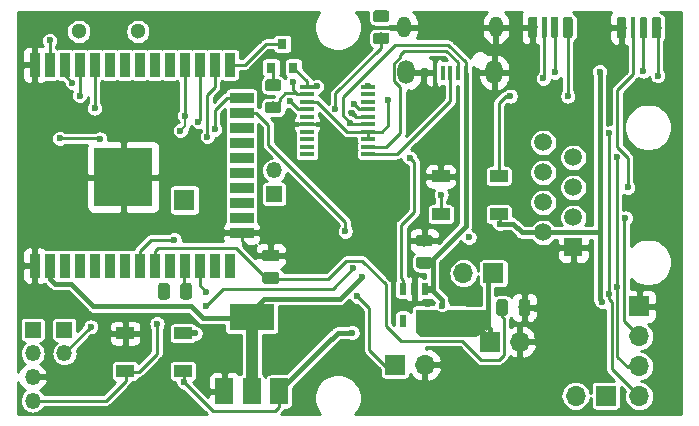
<source format=gbr>
G04 #@! TF.GenerationSoftware,KiCad,Pcbnew,5.0.2+dfsg1-1*
G04 #@! TF.CreationDate,2021-06-22T16:41:51+02:00*
G04 #@! TF.ProjectId,MainBoard,4d61696e-426f-4617-9264-2e6b69636164,rev?*
G04 #@! TF.SameCoordinates,Original*
G04 #@! TF.FileFunction,Copper,L1,Top*
G04 #@! TF.FilePolarity,Positive*
%FSLAX46Y46*%
G04 Gerber Fmt 4.6, Leading zero omitted, Abs format (unit mm)*
G04 Created by KiCad (PCBNEW 5.0.2+dfsg1-1) date Tue 22 Jun 2021 16:41:51 CEST*
%MOMM*%
%LPD*%
G01*
G04 APERTURE LIST*
G04 #@! TA.AperFunction,ComponentPad*
%ADD10R,1.700000X1.700000*%
G04 #@! TD*
G04 #@! TA.AperFunction,ComponentPad*
%ADD11O,1.700000X1.700000*%
G04 #@! TD*
G04 #@! TA.AperFunction,Conductor*
%ADD12C,0.100000*%
G04 #@! TD*
G04 #@! TA.AperFunction,SMDPad,CuDef*
%ADD13C,0.600000*%
G04 #@! TD*
G04 #@! TA.AperFunction,SMDPad,CuDef*
%ADD14C,0.400000*%
G04 #@! TD*
G04 #@! TA.AperFunction,SMDPad,CuDef*
%ADD15C,0.800000*%
G04 #@! TD*
G04 #@! TA.AperFunction,ComponentPad*
%ADD16R,1.500000X1.500000*%
G04 #@! TD*
G04 #@! TA.AperFunction,ComponentPad*
%ADD17C,1.500000*%
G04 #@! TD*
G04 #@! TA.AperFunction,ComponentPad*
%ADD18R,1.350000X1.350000*%
G04 #@! TD*
G04 #@! TA.AperFunction,ComponentPad*
%ADD19O,1.350000X1.350000*%
G04 #@! TD*
G04 #@! TA.AperFunction,SMDPad,CuDef*
%ADD20C,1.000000*%
G04 #@! TD*
G04 #@! TA.AperFunction,WasherPad*
%ADD21C,1.300000*%
G04 #@! TD*
G04 #@! TA.AperFunction,Conductor*
%ADD22R,1.800000X1.800000*%
G04 #@! TD*
G04 #@! TA.AperFunction,ViaPad*
%ADD23C,0.600000*%
G04 #@! TD*
G04 #@! TA.AperFunction,SMDPad,CuDef*
%ADD24C,0.975000*%
G04 #@! TD*
G04 #@! TA.AperFunction,SMDPad,CuDef*
%ADD25R,0.600000X1.050000*%
G04 #@! TD*
G04 #@! TA.AperFunction,SMDPad,CuDef*
%ADD26R,0.450000X1.300000*%
G04 #@! TD*
G04 #@! TA.AperFunction,ComponentPad*
%ADD27O,1.450000X2.000000*%
G04 #@! TD*
G04 #@! TA.AperFunction,ComponentPad*
%ADD28O,1.150000X1.800000*%
G04 #@! TD*
G04 #@! TA.AperFunction,SMDPad,CuDef*
%ADD29R,1.200000X0.400000*%
G04 #@! TD*
G04 #@! TA.AperFunction,SMDPad,CuDef*
%ADD30R,0.800000X0.900000*%
G04 #@! TD*
G04 #@! TA.AperFunction,SMDPad,CuDef*
%ADD31R,1.500000X2.200000*%
G04 #@! TD*
G04 #@! TA.AperFunction,SMDPad,CuDef*
%ADD32R,3.800000X2.200000*%
G04 #@! TD*
G04 #@! TA.AperFunction,SMDPad,CuDef*
%ADD33R,1.500000X1.000000*%
G04 #@! TD*
G04 #@! TA.AperFunction,SMDPad,CuDef*
%ADD34R,5.000000X5.000000*%
G04 #@! TD*
G04 #@! TA.AperFunction,SMDPad,CuDef*
%ADD35R,0.900000X2.000000*%
G04 #@! TD*
G04 #@! TA.AperFunction,SMDPad,CuDef*
%ADD36R,2.000000X0.900000*%
G04 #@! TD*
G04 #@! TA.AperFunction,Conductor*
%ADD37C,0.250000*%
G04 #@! TD*
G04 #@! TA.AperFunction,Conductor*
%ADD38C,0.600000*%
G04 #@! TD*
G04 #@! TA.AperFunction,Conductor*
%ADD39C,0.400000*%
G04 #@! TD*
G04 #@! TA.AperFunction,Conductor*
%ADD40C,1.000000*%
G04 #@! TD*
G04 #@! TA.AperFunction,Conductor*
%ADD41C,0.180000*%
G04 #@! TD*
G04 #@! TA.AperFunction,Conductor*
%ADD42C,0.254000*%
G04 #@! TD*
G04 APERTURE END LIST*
D10*
G04 #@! TO.P,BT1,1*
G04 #@! TO.N,Net-(BT1-Pad1)*
X103936800Y-107645200D03*
D11*
G04 #@! TO.P,BT1,2*
G04 #@! TO.N,GND*
X106476800Y-107645200D03*
G04 #@! TD*
D12*
G04 #@! TO.N,+BATT*
G04 #@! TO.C,D402*
G36*
X117101503Y-80174322D02*
X117116064Y-80176482D01*
X117130343Y-80180059D01*
X117144203Y-80185018D01*
X117157510Y-80191312D01*
X117170136Y-80198880D01*
X117181959Y-80207648D01*
X117192866Y-80217534D01*
X117202752Y-80228441D01*
X117211520Y-80240264D01*
X117219088Y-80252890D01*
X117225382Y-80266197D01*
X117230341Y-80280057D01*
X117233918Y-80294336D01*
X117236078Y-80308897D01*
X117236800Y-80323600D01*
X117236800Y-81823600D01*
X117236078Y-81838303D01*
X117233918Y-81852864D01*
X117230341Y-81867143D01*
X117225382Y-81881003D01*
X117219088Y-81894310D01*
X117211520Y-81906936D01*
X117202752Y-81918759D01*
X117192866Y-81929666D01*
X117181959Y-81939552D01*
X117170136Y-81948320D01*
X117157510Y-81955888D01*
X117144203Y-81962182D01*
X117130343Y-81967141D01*
X117116064Y-81970718D01*
X117101503Y-81972878D01*
X117086800Y-81973600D01*
X116786800Y-81973600D01*
X116772097Y-81972878D01*
X116757536Y-81970718D01*
X116743257Y-81967141D01*
X116729397Y-81962182D01*
X116716090Y-81955888D01*
X116703464Y-81948320D01*
X116691641Y-81939552D01*
X116680734Y-81929666D01*
X116670848Y-81918759D01*
X116662080Y-81906936D01*
X116654512Y-81894310D01*
X116648218Y-81881003D01*
X116643259Y-81867143D01*
X116639682Y-81852864D01*
X116637522Y-81838303D01*
X116636800Y-81823600D01*
X116636800Y-80323600D01*
X116637522Y-80308897D01*
X116639682Y-80294336D01*
X116643259Y-80280057D01*
X116648218Y-80266197D01*
X116654512Y-80252890D01*
X116662080Y-80240264D01*
X116670848Y-80228441D01*
X116680734Y-80217534D01*
X116691641Y-80207648D01*
X116703464Y-80198880D01*
X116716090Y-80191312D01*
X116729397Y-80185018D01*
X116743257Y-80180059D01*
X116757536Y-80176482D01*
X116772097Y-80174322D01*
X116786800Y-80173600D01*
X117086800Y-80173600D01*
X117101503Y-80174322D01*
X117101503Y-80174322D01*
G37*
D13*
G04 #@! TD*
G04 #@! TO.P,D402,1*
G04 #@! TO.N,+BATT*
X116936800Y-81073600D03*
D12*
G04 #@! TO.N,/LED_2*
G04 #@! TO.C,D402*
G36*
X116171602Y-80174082D02*
X116181309Y-80175521D01*
X116190828Y-80177906D01*
X116200068Y-80181212D01*
X116208940Y-80185408D01*
X116217357Y-80190453D01*
X116225239Y-80196299D01*
X116232511Y-80202889D01*
X116239101Y-80210161D01*
X116244947Y-80218043D01*
X116249992Y-80226460D01*
X116254188Y-80235332D01*
X116257494Y-80244572D01*
X116259879Y-80254091D01*
X116261318Y-80263798D01*
X116261800Y-80273600D01*
X116261800Y-81873600D01*
X116261318Y-81883402D01*
X116259879Y-81893109D01*
X116257494Y-81902628D01*
X116254188Y-81911868D01*
X116249992Y-81920740D01*
X116244947Y-81929157D01*
X116239101Y-81937039D01*
X116232511Y-81944311D01*
X116225239Y-81950901D01*
X116217357Y-81956747D01*
X116208940Y-81961792D01*
X116200068Y-81965988D01*
X116190828Y-81969294D01*
X116181309Y-81971679D01*
X116171602Y-81973118D01*
X116161800Y-81973600D01*
X115961800Y-81973600D01*
X115951998Y-81973118D01*
X115942291Y-81971679D01*
X115932772Y-81969294D01*
X115923532Y-81965988D01*
X115914660Y-81961792D01*
X115906243Y-81956747D01*
X115898361Y-81950901D01*
X115891089Y-81944311D01*
X115884499Y-81937039D01*
X115878653Y-81929157D01*
X115873608Y-81920740D01*
X115869412Y-81911868D01*
X115866106Y-81902628D01*
X115863721Y-81893109D01*
X115862282Y-81883402D01*
X115861800Y-81873600D01*
X115861800Y-80273600D01*
X115862282Y-80263798D01*
X115863721Y-80254091D01*
X115866106Y-80244572D01*
X115869412Y-80235332D01*
X115873608Y-80226460D01*
X115878653Y-80218043D01*
X115884499Y-80210161D01*
X115891089Y-80202889D01*
X115898361Y-80196299D01*
X115906243Y-80190453D01*
X115914660Y-80185408D01*
X115923532Y-80181212D01*
X115932772Y-80177906D01*
X115942291Y-80175521D01*
X115951998Y-80174082D01*
X115961800Y-80173600D01*
X116161800Y-80173600D01*
X116171602Y-80174082D01*
X116171602Y-80174082D01*
G37*
D14*
G04 #@! TD*
G04 #@! TO.P,D402,2*
G04 #@! TO.N,/LED_2*
X116061800Y-81073600D03*
D12*
G04 #@! TO.N,Net-(D401-Pad2)*
G04 #@! TO.C,D402*
G36*
X118281403Y-80174563D02*
X118300818Y-80177443D01*
X118319857Y-80182212D01*
X118338337Y-80188824D01*
X118356079Y-80197216D01*
X118372914Y-80207306D01*
X118388679Y-80218998D01*
X118403221Y-80232179D01*
X118416402Y-80246721D01*
X118428094Y-80262486D01*
X118438184Y-80279321D01*
X118446576Y-80297063D01*
X118453188Y-80315543D01*
X118457957Y-80334582D01*
X118460837Y-80353997D01*
X118461800Y-80373600D01*
X118461800Y-81773600D01*
X118460837Y-81793203D01*
X118457957Y-81812618D01*
X118453188Y-81831657D01*
X118446576Y-81850137D01*
X118438184Y-81867879D01*
X118428094Y-81884714D01*
X118416402Y-81900479D01*
X118403221Y-81915021D01*
X118388679Y-81928202D01*
X118372914Y-81939894D01*
X118356079Y-81949984D01*
X118338337Y-81958376D01*
X118319857Y-81964988D01*
X118300818Y-81969757D01*
X118281403Y-81972637D01*
X118261800Y-81973600D01*
X117861800Y-81973600D01*
X117842197Y-81972637D01*
X117822782Y-81969757D01*
X117803743Y-81964988D01*
X117785263Y-81958376D01*
X117767521Y-81949984D01*
X117750686Y-81939894D01*
X117734921Y-81928202D01*
X117720379Y-81915021D01*
X117707198Y-81900479D01*
X117695506Y-81884714D01*
X117685416Y-81867879D01*
X117677024Y-81850137D01*
X117670412Y-81831657D01*
X117665643Y-81812618D01*
X117662763Y-81793203D01*
X117661800Y-81773600D01*
X117661800Y-80373600D01*
X117662763Y-80353997D01*
X117665643Y-80334582D01*
X117670412Y-80315543D01*
X117677024Y-80297063D01*
X117685416Y-80279321D01*
X117695506Y-80262486D01*
X117707198Y-80246721D01*
X117720379Y-80232179D01*
X117734921Y-80218998D01*
X117750686Y-80207306D01*
X117767521Y-80197216D01*
X117785263Y-80188824D01*
X117803743Y-80182212D01*
X117822782Y-80177443D01*
X117842197Y-80174563D01*
X117861800Y-80173600D01*
X118261800Y-80173600D01*
X118281403Y-80174563D01*
X118281403Y-80174563D01*
G37*
D15*
G04 #@! TD*
G04 #@! TO.P,D402,4*
G04 #@! TO.N,Net-(D401-Pad2)*
X118061800Y-81073600D03*
D12*
G04 #@! TO.N,GND*
G04 #@! TO.C,D402*
G36*
X115306403Y-80174563D02*
X115325818Y-80177443D01*
X115344857Y-80182212D01*
X115363337Y-80188824D01*
X115381079Y-80197216D01*
X115397914Y-80207306D01*
X115413679Y-80218998D01*
X115428221Y-80232179D01*
X115441402Y-80246721D01*
X115453094Y-80262486D01*
X115463184Y-80279321D01*
X115471576Y-80297063D01*
X115478188Y-80315543D01*
X115482957Y-80334582D01*
X115485837Y-80353997D01*
X115486800Y-80373600D01*
X115486800Y-81773600D01*
X115485837Y-81793203D01*
X115482957Y-81812618D01*
X115478188Y-81831657D01*
X115471576Y-81850137D01*
X115463184Y-81867879D01*
X115453094Y-81884714D01*
X115441402Y-81900479D01*
X115428221Y-81915021D01*
X115413679Y-81928202D01*
X115397914Y-81939894D01*
X115381079Y-81949984D01*
X115363337Y-81958376D01*
X115344857Y-81964988D01*
X115325818Y-81969757D01*
X115306403Y-81972637D01*
X115286800Y-81973600D01*
X114886800Y-81973600D01*
X114867197Y-81972637D01*
X114847782Y-81969757D01*
X114828743Y-81964988D01*
X114810263Y-81958376D01*
X114792521Y-81949984D01*
X114775686Y-81939894D01*
X114759921Y-81928202D01*
X114745379Y-81915021D01*
X114732198Y-81900479D01*
X114720506Y-81884714D01*
X114710416Y-81867879D01*
X114702024Y-81850137D01*
X114695412Y-81831657D01*
X114690643Y-81812618D01*
X114687763Y-81793203D01*
X114686800Y-81773600D01*
X114686800Y-80373600D01*
X114687763Y-80353997D01*
X114690643Y-80334582D01*
X114695412Y-80315543D01*
X114702024Y-80297063D01*
X114710416Y-80279321D01*
X114720506Y-80262486D01*
X114732198Y-80246721D01*
X114745379Y-80232179D01*
X114759921Y-80218998D01*
X114775686Y-80207306D01*
X114792521Y-80197216D01*
X114810263Y-80188824D01*
X114828743Y-80182212D01*
X114847782Y-80177443D01*
X114867197Y-80174563D01*
X114886800Y-80173600D01*
X115286800Y-80173600D01*
X115306403Y-80174563D01*
X115306403Y-80174563D01*
G37*
D15*
G04 #@! TD*
G04 #@! TO.P,D402,3*
G04 #@! TO.N,GND*
X115086800Y-81073600D03*
D16*
G04 #@! TO.P,J101,1*
G04 #@! TO.N,GND*
X110998000Y-99669600D03*
D17*
G04 #@! TO.P,J101,2*
G04 #@! TO.N,+BATT*
X108458000Y-98399600D03*
G04 #@! TO.P,J101,3*
G04 #@! TO.N,+3V3*
X110998000Y-97129600D03*
G04 #@! TO.P,J101,4*
G04 #@! TO.N,Net-(J101-Pad4)*
X108458000Y-95859600D03*
G04 #@! TO.P,J101,5*
G04 #@! TO.N,Net-(J101-Pad5)*
X110998000Y-94589600D03*
G04 #@! TO.P,J101,6*
G04 #@! TO.N,Net-(J101-Pad6)*
X108458000Y-93319600D03*
G04 #@! TO.P,J101,7*
G04 #@! TO.N,Net-(J101-Pad7)*
X110998000Y-92049600D03*
G04 #@! TO.P,J101,8*
G04 #@! TO.N,Net-(J101-Pad8)*
X108458000Y-90779600D03*
G04 #@! TD*
D18*
G04 #@! TO.P,D30,1*
G04 #@! TO.N,Net-(D30-Pad1)*
X67919600Y-106629200D03*
D19*
G04 #@! TO.P,D30,2*
G04 #@! TO.N,+BATT*
X67919600Y-108629200D03*
G04 #@! TD*
D18*
G04 #@! TO.P,D1,1*
G04 #@! TO.N,/LED_1*
X65227200Y-106629200D03*
D19*
G04 #@! TO.P,D1,2*
G04 #@! TO.N,+BATT*
X65227200Y-108629200D03*
G04 #@! TO.P,D1,3*
G04 #@! TO.N,GND*
X65227200Y-110629200D03*
G04 #@! TO.P,D1,4*
G04 #@! TO.N,Net-(D1-Pad4)*
X65227200Y-112629200D03*
G04 #@! TD*
D12*
G04 #@! TO.N,/V_SENSE*
G04 #@! TO.C,C201*
G36*
X85894304Y-101746404D02*
X85918573Y-101750004D01*
X85942371Y-101755965D01*
X85965471Y-101764230D01*
X85987649Y-101774720D01*
X86008693Y-101787333D01*
X86028398Y-101801947D01*
X86046577Y-101818423D01*
X86063053Y-101836602D01*
X86077667Y-101856307D01*
X86090280Y-101877351D01*
X86100770Y-101899529D01*
X86109035Y-101922629D01*
X86114996Y-101946427D01*
X86118596Y-101970696D01*
X86119800Y-101995200D01*
X86119800Y-102495200D01*
X86118596Y-102519704D01*
X86114996Y-102543973D01*
X86109035Y-102567771D01*
X86100770Y-102590871D01*
X86090280Y-102613049D01*
X86077667Y-102634093D01*
X86063053Y-102653798D01*
X86046577Y-102671977D01*
X86028398Y-102688453D01*
X86008693Y-102703067D01*
X85987649Y-102715680D01*
X85965471Y-102726170D01*
X85942371Y-102734435D01*
X85918573Y-102740396D01*
X85894304Y-102743996D01*
X85869800Y-102745200D01*
X84919800Y-102745200D01*
X84895296Y-102743996D01*
X84871027Y-102740396D01*
X84847229Y-102734435D01*
X84824129Y-102726170D01*
X84801951Y-102715680D01*
X84780907Y-102703067D01*
X84761202Y-102688453D01*
X84743023Y-102671977D01*
X84726547Y-102653798D01*
X84711933Y-102634093D01*
X84699320Y-102613049D01*
X84688830Y-102590871D01*
X84680565Y-102567771D01*
X84674604Y-102543973D01*
X84671004Y-102519704D01*
X84669800Y-102495200D01*
X84669800Y-101995200D01*
X84671004Y-101970696D01*
X84674604Y-101946427D01*
X84680565Y-101922629D01*
X84688830Y-101899529D01*
X84699320Y-101877351D01*
X84711933Y-101856307D01*
X84726547Y-101836602D01*
X84743023Y-101818423D01*
X84761202Y-101801947D01*
X84780907Y-101787333D01*
X84801951Y-101774720D01*
X84824129Y-101764230D01*
X84847229Y-101755965D01*
X84871027Y-101750004D01*
X84895296Y-101746404D01*
X84919800Y-101745200D01*
X85869800Y-101745200D01*
X85894304Y-101746404D01*
X85894304Y-101746404D01*
G37*
D20*
G04 #@! TD*
G04 #@! TO.P,C201,1*
G04 #@! TO.N,/V_SENSE*
X85394800Y-102245200D03*
D12*
G04 #@! TO.N,GND*
G04 #@! TO.C,C201*
G36*
X85894304Y-99846404D02*
X85918573Y-99850004D01*
X85942371Y-99855965D01*
X85965471Y-99864230D01*
X85987649Y-99874720D01*
X86008693Y-99887333D01*
X86028398Y-99901947D01*
X86046577Y-99918423D01*
X86063053Y-99936602D01*
X86077667Y-99956307D01*
X86090280Y-99977351D01*
X86100770Y-99999529D01*
X86109035Y-100022629D01*
X86114996Y-100046427D01*
X86118596Y-100070696D01*
X86119800Y-100095200D01*
X86119800Y-100595200D01*
X86118596Y-100619704D01*
X86114996Y-100643973D01*
X86109035Y-100667771D01*
X86100770Y-100690871D01*
X86090280Y-100713049D01*
X86077667Y-100734093D01*
X86063053Y-100753798D01*
X86046577Y-100771977D01*
X86028398Y-100788453D01*
X86008693Y-100803067D01*
X85987649Y-100815680D01*
X85965471Y-100826170D01*
X85942371Y-100834435D01*
X85918573Y-100840396D01*
X85894304Y-100843996D01*
X85869800Y-100845200D01*
X84919800Y-100845200D01*
X84895296Y-100843996D01*
X84871027Y-100840396D01*
X84847229Y-100834435D01*
X84824129Y-100826170D01*
X84801951Y-100815680D01*
X84780907Y-100803067D01*
X84761202Y-100788453D01*
X84743023Y-100771977D01*
X84726547Y-100753798D01*
X84711933Y-100734093D01*
X84699320Y-100713049D01*
X84688830Y-100690871D01*
X84680565Y-100667771D01*
X84674604Y-100643973D01*
X84671004Y-100619704D01*
X84669800Y-100595200D01*
X84669800Y-100095200D01*
X84671004Y-100070696D01*
X84674604Y-100046427D01*
X84680565Y-100022629D01*
X84688830Y-99999529D01*
X84699320Y-99977351D01*
X84711933Y-99956307D01*
X84726547Y-99936602D01*
X84743023Y-99918423D01*
X84761202Y-99901947D01*
X84780907Y-99887333D01*
X84801951Y-99874720D01*
X84824129Y-99864230D01*
X84847229Y-99855965D01*
X84871027Y-99850004D01*
X84895296Y-99846404D01*
X84919800Y-99845200D01*
X85869800Y-99845200D01*
X85894304Y-99846404D01*
X85894304Y-99846404D01*
G37*
D20*
G04 #@! TD*
G04 #@! TO.P,C201,2*
G04 #@! TO.N,GND*
X85394800Y-100345200D03*
D12*
G04 #@! TO.N,+BATT*
G04 #@! TO.C,D401*
G36*
X109583103Y-80123522D02*
X109597664Y-80125682D01*
X109611943Y-80129259D01*
X109625803Y-80134218D01*
X109639110Y-80140512D01*
X109651736Y-80148080D01*
X109663559Y-80156848D01*
X109674466Y-80166734D01*
X109684352Y-80177641D01*
X109693120Y-80189464D01*
X109700688Y-80202090D01*
X109706982Y-80215397D01*
X109711941Y-80229257D01*
X109715518Y-80243536D01*
X109717678Y-80258097D01*
X109718400Y-80272800D01*
X109718400Y-81772800D01*
X109717678Y-81787503D01*
X109715518Y-81802064D01*
X109711941Y-81816343D01*
X109706982Y-81830203D01*
X109700688Y-81843510D01*
X109693120Y-81856136D01*
X109684352Y-81867959D01*
X109674466Y-81878866D01*
X109663559Y-81888752D01*
X109651736Y-81897520D01*
X109639110Y-81905088D01*
X109625803Y-81911382D01*
X109611943Y-81916341D01*
X109597664Y-81919918D01*
X109583103Y-81922078D01*
X109568400Y-81922800D01*
X109268400Y-81922800D01*
X109253697Y-81922078D01*
X109239136Y-81919918D01*
X109224857Y-81916341D01*
X109210997Y-81911382D01*
X109197690Y-81905088D01*
X109185064Y-81897520D01*
X109173241Y-81888752D01*
X109162334Y-81878866D01*
X109152448Y-81867959D01*
X109143680Y-81856136D01*
X109136112Y-81843510D01*
X109129818Y-81830203D01*
X109124859Y-81816343D01*
X109121282Y-81802064D01*
X109119122Y-81787503D01*
X109118400Y-81772800D01*
X109118400Y-80272800D01*
X109119122Y-80258097D01*
X109121282Y-80243536D01*
X109124859Y-80229257D01*
X109129818Y-80215397D01*
X109136112Y-80202090D01*
X109143680Y-80189464D01*
X109152448Y-80177641D01*
X109162334Y-80166734D01*
X109173241Y-80156848D01*
X109185064Y-80148080D01*
X109197690Y-80140512D01*
X109210997Y-80134218D01*
X109224857Y-80129259D01*
X109239136Y-80125682D01*
X109253697Y-80123522D01*
X109268400Y-80122800D01*
X109568400Y-80122800D01*
X109583103Y-80123522D01*
X109583103Y-80123522D01*
G37*
D13*
G04 #@! TD*
G04 #@! TO.P,D401,1*
G04 #@! TO.N,+BATT*
X109418400Y-81022800D03*
D12*
G04 #@! TO.N,Net-(D401-Pad2)*
G04 #@! TO.C,D401*
G36*
X108653202Y-80123282D02*
X108662909Y-80124721D01*
X108672428Y-80127106D01*
X108681668Y-80130412D01*
X108690540Y-80134608D01*
X108698957Y-80139653D01*
X108706839Y-80145499D01*
X108714111Y-80152089D01*
X108720701Y-80159361D01*
X108726547Y-80167243D01*
X108731592Y-80175660D01*
X108735788Y-80184532D01*
X108739094Y-80193772D01*
X108741479Y-80203291D01*
X108742918Y-80212998D01*
X108743400Y-80222800D01*
X108743400Y-81822800D01*
X108742918Y-81832602D01*
X108741479Y-81842309D01*
X108739094Y-81851828D01*
X108735788Y-81861068D01*
X108731592Y-81869940D01*
X108726547Y-81878357D01*
X108720701Y-81886239D01*
X108714111Y-81893511D01*
X108706839Y-81900101D01*
X108698957Y-81905947D01*
X108690540Y-81910992D01*
X108681668Y-81915188D01*
X108672428Y-81918494D01*
X108662909Y-81920879D01*
X108653202Y-81922318D01*
X108643400Y-81922800D01*
X108443400Y-81922800D01*
X108433598Y-81922318D01*
X108423891Y-81920879D01*
X108414372Y-81918494D01*
X108405132Y-81915188D01*
X108396260Y-81910992D01*
X108387843Y-81905947D01*
X108379961Y-81900101D01*
X108372689Y-81893511D01*
X108366099Y-81886239D01*
X108360253Y-81878357D01*
X108355208Y-81869940D01*
X108351012Y-81861068D01*
X108347706Y-81851828D01*
X108345321Y-81842309D01*
X108343882Y-81832602D01*
X108343400Y-81822800D01*
X108343400Y-80222800D01*
X108343882Y-80212998D01*
X108345321Y-80203291D01*
X108347706Y-80193772D01*
X108351012Y-80184532D01*
X108355208Y-80175660D01*
X108360253Y-80167243D01*
X108366099Y-80159361D01*
X108372689Y-80152089D01*
X108379961Y-80145499D01*
X108387843Y-80139653D01*
X108396260Y-80134608D01*
X108405132Y-80130412D01*
X108414372Y-80127106D01*
X108423891Y-80124721D01*
X108433598Y-80123282D01*
X108443400Y-80122800D01*
X108643400Y-80122800D01*
X108653202Y-80123282D01*
X108653202Y-80123282D01*
G37*
D14*
G04 #@! TD*
G04 #@! TO.P,D401,2*
G04 #@! TO.N,Net-(D401-Pad2)*
X108543400Y-81022800D03*
D12*
G04 #@! TO.N,Net-(D401-Pad4)*
G04 #@! TO.C,D401*
G36*
X110763003Y-80123763D02*
X110782418Y-80126643D01*
X110801457Y-80131412D01*
X110819937Y-80138024D01*
X110837679Y-80146416D01*
X110854514Y-80156506D01*
X110870279Y-80168198D01*
X110884821Y-80181379D01*
X110898002Y-80195921D01*
X110909694Y-80211686D01*
X110919784Y-80228521D01*
X110928176Y-80246263D01*
X110934788Y-80264743D01*
X110939557Y-80283782D01*
X110942437Y-80303197D01*
X110943400Y-80322800D01*
X110943400Y-81722800D01*
X110942437Y-81742403D01*
X110939557Y-81761818D01*
X110934788Y-81780857D01*
X110928176Y-81799337D01*
X110919784Y-81817079D01*
X110909694Y-81833914D01*
X110898002Y-81849679D01*
X110884821Y-81864221D01*
X110870279Y-81877402D01*
X110854514Y-81889094D01*
X110837679Y-81899184D01*
X110819937Y-81907576D01*
X110801457Y-81914188D01*
X110782418Y-81918957D01*
X110763003Y-81921837D01*
X110743400Y-81922800D01*
X110343400Y-81922800D01*
X110323797Y-81921837D01*
X110304382Y-81918957D01*
X110285343Y-81914188D01*
X110266863Y-81907576D01*
X110249121Y-81899184D01*
X110232286Y-81889094D01*
X110216521Y-81877402D01*
X110201979Y-81864221D01*
X110188798Y-81849679D01*
X110177106Y-81833914D01*
X110167016Y-81817079D01*
X110158624Y-81799337D01*
X110152012Y-81780857D01*
X110147243Y-81761818D01*
X110144363Y-81742403D01*
X110143400Y-81722800D01*
X110143400Y-80322800D01*
X110144363Y-80303197D01*
X110147243Y-80283782D01*
X110152012Y-80264743D01*
X110158624Y-80246263D01*
X110167016Y-80228521D01*
X110177106Y-80211686D01*
X110188798Y-80195921D01*
X110201979Y-80181379D01*
X110216521Y-80168198D01*
X110232286Y-80156506D01*
X110249121Y-80146416D01*
X110266863Y-80138024D01*
X110285343Y-80131412D01*
X110304382Y-80126643D01*
X110323797Y-80123763D01*
X110343400Y-80122800D01*
X110743400Y-80122800D01*
X110763003Y-80123763D01*
X110763003Y-80123763D01*
G37*
D15*
G04 #@! TD*
G04 #@! TO.P,D401,4*
G04 #@! TO.N,Net-(D401-Pad4)*
X110543400Y-81022800D03*
D12*
G04 #@! TO.N,GND*
G04 #@! TO.C,D401*
G36*
X107788003Y-80123763D02*
X107807418Y-80126643D01*
X107826457Y-80131412D01*
X107844937Y-80138024D01*
X107862679Y-80146416D01*
X107879514Y-80156506D01*
X107895279Y-80168198D01*
X107909821Y-80181379D01*
X107923002Y-80195921D01*
X107934694Y-80211686D01*
X107944784Y-80228521D01*
X107953176Y-80246263D01*
X107959788Y-80264743D01*
X107964557Y-80283782D01*
X107967437Y-80303197D01*
X107968400Y-80322800D01*
X107968400Y-81722800D01*
X107967437Y-81742403D01*
X107964557Y-81761818D01*
X107959788Y-81780857D01*
X107953176Y-81799337D01*
X107944784Y-81817079D01*
X107934694Y-81833914D01*
X107923002Y-81849679D01*
X107909821Y-81864221D01*
X107895279Y-81877402D01*
X107879514Y-81889094D01*
X107862679Y-81899184D01*
X107844937Y-81907576D01*
X107826457Y-81914188D01*
X107807418Y-81918957D01*
X107788003Y-81921837D01*
X107768400Y-81922800D01*
X107368400Y-81922800D01*
X107348797Y-81921837D01*
X107329382Y-81918957D01*
X107310343Y-81914188D01*
X107291863Y-81907576D01*
X107274121Y-81899184D01*
X107257286Y-81889094D01*
X107241521Y-81877402D01*
X107226979Y-81864221D01*
X107213798Y-81849679D01*
X107202106Y-81833914D01*
X107192016Y-81817079D01*
X107183624Y-81799337D01*
X107177012Y-81780857D01*
X107172243Y-81761818D01*
X107169363Y-81742403D01*
X107168400Y-81722800D01*
X107168400Y-80322800D01*
X107169363Y-80303197D01*
X107172243Y-80283782D01*
X107177012Y-80264743D01*
X107183624Y-80246263D01*
X107192016Y-80228521D01*
X107202106Y-80211686D01*
X107213798Y-80195921D01*
X107226979Y-80181379D01*
X107241521Y-80168198D01*
X107257286Y-80156506D01*
X107274121Y-80146416D01*
X107291863Y-80138024D01*
X107310343Y-80131412D01*
X107329382Y-80126643D01*
X107348797Y-80123763D01*
X107368400Y-80122800D01*
X107768400Y-80122800D01*
X107788003Y-80123763D01*
X107788003Y-80123763D01*
G37*
D15*
G04 #@! TD*
G04 #@! TO.P,D401,3*
G04 #@! TO.N,GND*
X107568400Y-81022800D03*
D18*
G04 #@! TO.P,J5,1*
G04 #@! TO.N,Net-(AMP1-Pad10)*
X85686900Y-95148400D03*
D19*
G04 #@! TO.P,J5,2*
G04 #@! TO.N,Net-(AMP1-Pad9)*
X85686900Y-93148400D03*
G04 #@! TD*
D21*
G04 #@! TO.P,J4,*
G04 #@! TO.N,*
X69128000Y-81381600D03*
X74128000Y-81381600D03*
G04 #@! TD*
D22*
G04 #@! TO.N,N/C*
G04 #@! TO.C,AMP1*
X78079600Y-95656400D03*
D23*
X78079600Y-95656400D03*
X77579600Y-96156400D03*
X78579600Y-96156400D03*
X78579600Y-95156400D03*
X77579600Y-95156400D03*
G04 #@! TD*
D12*
G04 #@! TO.N,Net-(Q30-Pad1)*
G04 #@! TO.C,R30*
G36*
X76609642Y-102679174D02*
X76633303Y-102682684D01*
X76656507Y-102688496D01*
X76679029Y-102696554D01*
X76700653Y-102706782D01*
X76721170Y-102719079D01*
X76740383Y-102733329D01*
X76758107Y-102749393D01*
X76774171Y-102767117D01*
X76788421Y-102786330D01*
X76800718Y-102806847D01*
X76810946Y-102828471D01*
X76819004Y-102850993D01*
X76824816Y-102874197D01*
X76828326Y-102897858D01*
X76829500Y-102921750D01*
X76829500Y-103834250D01*
X76828326Y-103858142D01*
X76824816Y-103881803D01*
X76819004Y-103905007D01*
X76810946Y-103927529D01*
X76800718Y-103949153D01*
X76788421Y-103969670D01*
X76774171Y-103988883D01*
X76758107Y-104006607D01*
X76740383Y-104022671D01*
X76721170Y-104036921D01*
X76700653Y-104049218D01*
X76679029Y-104059446D01*
X76656507Y-104067504D01*
X76633303Y-104073316D01*
X76609642Y-104076826D01*
X76585750Y-104078000D01*
X76098250Y-104078000D01*
X76074358Y-104076826D01*
X76050697Y-104073316D01*
X76027493Y-104067504D01*
X76004971Y-104059446D01*
X75983347Y-104049218D01*
X75962830Y-104036921D01*
X75943617Y-104022671D01*
X75925893Y-104006607D01*
X75909829Y-103988883D01*
X75895579Y-103969670D01*
X75883282Y-103949153D01*
X75873054Y-103927529D01*
X75864996Y-103905007D01*
X75859184Y-103881803D01*
X75855674Y-103858142D01*
X75854500Y-103834250D01*
X75854500Y-102921750D01*
X75855674Y-102897858D01*
X75859184Y-102874197D01*
X75864996Y-102850993D01*
X75873054Y-102828471D01*
X75883282Y-102806847D01*
X75895579Y-102786330D01*
X75909829Y-102767117D01*
X75925893Y-102749393D01*
X75943617Y-102733329D01*
X75962830Y-102719079D01*
X75983347Y-102706782D01*
X76004971Y-102696554D01*
X76027493Y-102688496D01*
X76050697Y-102682684D01*
X76074358Y-102679174D01*
X76098250Y-102678000D01*
X76585750Y-102678000D01*
X76609642Y-102679174D01*
X76609642Y-102679174D01*
G37*
D24*
G04 #@! TD*
G04 #@! TO.P,R30,1*
G04 #@! TO.N,Net-(Q30-Pad1)*
X76342000Y-103378000D03*
D12*
G04 #@! TO.N,/IR_OUT*
G04 #@! TO.C,R30*
G36*
X78484642Y-102679174D02*
X78508303Y-102682684D01*
X78531507Y-102688496D01*
X78554029Y-102696554D01*
X78575653Y-102706782D01*
X78596170Y-102719079D01*
X78615383Y-102733329D01*
X78633107Y-102749393D01*
X78649171Y-102767117D01*
X78663421Y-102786330D01*
X78675718Y-102806847D01*
X78685946Y-102828471D01*
X78694004Y-102850993D01*
X78699816Y-102874197D01*
X78703326Y-102897858D01*
X78704500Y-102921750D01*
X78704500Y-103834250D01*
X78703326Y-103858142D01*
X78699816Y-103881803D01*
X78694004Y-103905007D01*
X78685946Y-103927529D01*
X78675718Y-103949153D01*
X78663421Y-103969670D01*
X78649171Y-103988883D01*
X78633107Y-104006607D01*
X78615383Y-104022671D01*
X78596170Y-104036921D01*
X78575653Y-104049218D01*
X78554029Y-104059446D01*
X78531507Y-104067504D01*
X78508303Y-104073316D01*
X78484642Y-104076826D01*
X78460750Y-104078000D01*
X77973250Y-104078000D01*
X77949358Y-104076826D01*
X77925697Y-104073316D01*
X77902493Y-104067504D01*
X77879971Y-104059446D01*
X77858347Y-104049218D01*
X77837830Y-104036921D01*
X77818617Y-104022671D01*
X77800893Y-104006607D01*
X77784829Y-103988883D01*
X77770579Y-103969670D01*
X77758282Y-103949153D01*
X77748054Y-103927529D01*
X77739996Y-103905007D01*
X77734184Y-103881803D01*
X77730674Y-103858142D01*
X77729500Y-103834250D01*
X77729500Y-102921750D01*
X77730674Y-102897858D01*
X77734184Y-102874197D01*
X77739996Y-102850993D01*
X77748054Y-102828471D01*
X77758282Y-102806847D01*
X77770579Y-102786330D01*
X77784829Y-102767117D01*
X77800893Y-102749393D01*
X77818617Y-102733329D01*
X77837830Y-102719079D01*
X77858347Y-102706782D01*
X77879971Y-102696554D01*
X77902493Y-102688496D01*
X77925697Y-102682684D01*
X77949358Y-102679174D01*
X77973250Y-102678000D01*
X78460750Y-102678000D01*
X78484642Y-102679174D01*
X78484642Y-102679174D01*
G37*
D24*
G04 #@! TD*
G04 #@! TO.P,R30,2*
G04 #@! TO.N,/IR_OUT*
X78217000Y-103378000D03*
D12*
G04 #@! TO.N,/V_SENSE*
G04 #@! TO.C,R56*
G36*
X105248142Y-104050774D02*
X105271803Y-104054284D01*
X105295007Y-104060096D01*
X105317529Y-104068154D01*
X105339153Y-104078382D01*
X105359670Y-104090679D01*
X105378883Y-104104929D01*
X105396607Y-104120993D01*
X105412671Y-104138717D01*
X105426921Y-104157930D01*
X105439218Y-104178447D01*
X105449446Y-104200071D01*
X105457504Y-104222593D01*
X105463316Y-104245797D01*
X105466826Y-104269458D01*
X105468000Y-104293350D01*
X105468000Y-105205850D01*
X105466826Y-105229742D01*
X105463316Y-105253403D01*
X105457504Y-105276607D01*
X105449446Y-105299129D01*
X105439218Y-105320753D01*
X105426921Y-105341270D01*
X105412671Y-105360483D01*
X105396607Y-105378207D01*
X105378883Y-105394271D01*
X105359670Y-105408521D01*
X105339153Y-105420818D01*
X105317529Y-105431046D01*
X105295007Y-105439104D01*
X105271803Y-105444916D01*
X105248142Y-105448426D01*
X105224250Y-105449600D01*
X104736750Y-105449600D01*
X104712858Y-105448426D01*
X104689197Y-105444916D01*
X104665993Y-105439104D01*
X104643471Y-105431046D01*
X104621847Y-105420818D01*
X104601330Y-105408521D01*
X104582117Y-105394271D01*
X104564393Y-105378207D01*
X104548329Y-105360483D01*
X104534079Y-105341270D01*
X104521782Y-105320753D01*
X104511554Y-105299129D01*
X104503496Y-105276607D01*
X104497684Y-105253403D01*
X104494174Y-105229742D01*
X104493000Y-105205850D01*
X104493000Y-104293350D01*
X104494174Y-104269458D01*
X104497684Y-104245797D01*
X104503496Y-104222593D01*
X104511554Y-104200071D01*
X104521782Y-104178447D01*
X104534079Y-104157930D01*
X104548329Y-104138717D01*
X104564393Y-104120993D01*
X104582117Y-104104929D01*
X104601330Y-104090679D01*
X104621847Y-104078382D01*
X104643471Y-104068154D01*
X104665993Y-104060096D01*
X104689197Y-104054284D01*
X104712858Y-104050774D01*
X104736750Y-104049600D01*
X105224250Y-104049600D01*
X105248142Y-104050774D01*
X105248142Y-104050774D01*
G37*
D24*
G04 #@! TD*
G04 #@! TO.P,R56,1*
G04 #@! TO.N,/V_SENSE*
X104980500Y-104749600D03*
D12*
G04 #@! TO.N,GND*
G04 #@! TO.C,R56*
G36*
X107123142Y-104050774D02*
X107146803Y-104054284D01*
X107170007Y-104060096D01*
X107192529Y-104068154D01*
X107214153Y-104078382D01*
X107234670Y-104090679D01*
X107253883Y-104104929D01*
X107271607Y-104120993D01*
X107287671Y-104138717D01*
X107301921Y-104157930D01*
X107314218Y-104178447D01*
X107324446Y-104200071D01*
X107332504Y-104222593D01*
X107338316Y-104245797D01*
X107341826Y-104269458D01*
X107343000Y-104293350D01*
X107343000Y-105205850D01*
X107341826Y-105229742D01*
X107338316Y-105253403D01*
X107332504Y-105276607D01*
X107324446Y-105299129D01*
X107314218Y-105320753D01*
X107301921Y-105341270D01*
X107287671Y-105360483D01*
X107271607Y-105378207D01*
X107253883Y-105394271D01*
X107234670Y-105408521D01*
X107214153Y-105420818D01*
X107192529Y-105431046D01*
X107170007Y-105439104D01*
X107146803Y-105444916D01*
X107123142Y-105448426D01*
X107099250Y-105449600D01*
X106611750Y-105449600D01*
X106587858Y-105448426D01*
X106564197Y-105444916D01*
X106540993Y-105439104D01*
X106518471Y-105431046D01*
X106496847Y-105420818D01*
X106476330Y-105408521D01*
X106457117Y-105394271D01*
X106439393Y-105378207D01*
X106423329Y-105360483D01*
X106409079Y-105341270D01*
X106396782Y-105320753D01*
X106386554Y-105299129D01*
X106378496Y-105276607D01*
X106372684Y-105253403D01*
X106369174Y-105229742D01*
X106368000Y-105205850D01*
X106368000Y-104293350D01*
X106369174Y-104269458D01*
X106372684Y-104245797D01*
X106378496Y-104222593D01*
X106386554Y-104200071D01*
X106396782Y-104178447D01*
X106409079Y-104157930D01*
X106423329Y-104138717D01*
X106439393Y-104120993D01*
X106457117Y-104104929D01*
X106476330Y-104090679D01*
X106496847Y-104078382D01*
X106518471Y-104068154D01*
X106540993Y-104060096D01*
X106564197Y-104054284D01*
X106587858Y-104050774D01*
X106611750Y-104049600D01*
X107099250Y-104049600D01*
X107123142Y-104050774D01*
X107123142Y-104050774D01*
G37*
D24*
G04 #@! TD*
G04 #@! TO.P,R56,2*
G04 #@! TO.N,GND*
X106855500Y-104749600D03*
D25*
G04 #@! TO.P,U4,5*
G04 #@! TO.N,Net-(BT1-Pad1)*
X98486000Y-105871000D03*
G04 #@! TO.P,U4,4*
G04 #@! TO.N,Net-(U4-Pad4)*
X96586000Y-105871000D03*
G04 #@! TO.P,U4,3*
G04 #@! TO.N,/CHG_STAT*
X96586000Y-103171000D03*
G04 #@! TO.P,U4,2*
G04 #@! TO.N,GND*
X97536000Y-103171000D03*
G04 #@! TO.P,U4,1*
G04 #@! TO.N,/USB Connection/+5V_USB*
X98486000Y-103171000D03*
G04 #@! TD*
D26*
G04 #@! TO.P,J3,1*
G04 #@! TO.N,/USB Connection/+5V_USB*
X101884000Y-84881800D03*
G04 #@! TO.P,J3,2*
G04 #@! TO.N,Net-(J3-Pad2)*
X101234000Y-84881800D03*
G04 #@! TO.P,J3,3*
G04 #@! TO.N,Net-(J3-Pad3)*
X100584000Y-84881800D03*
G04 #@! TO.P,J3,4*
G04 #@! TO.N,Net-(J3-Pad4)*
X99934000Y-84881800D03*
G04 #@! TO.P,J3,5*
G04 #@! TO.N,GND*
X99284000Y-84881800D03*
D27*
G04 #@! TO.P,J3,6*
X104309000Y-84831800D03*
X96859000Y-84831800D03*
D28*
X104459000Y-81031800D03*
X96709000Y-81031800D03*
G04 #@! TD*
D12*
G04 #@! TO.N,Net-(DUSB1-Pad1)*
G04 #@! TO.C,DUSB1*
G36*
X95222142Y-81477174D02*
X95245803Y-81480684D01*
X95269007Y-81486496D01*
X95291529Y-81494554D01*
X95313153Y-81504782D01*
X95333670Y-81517079D01*
X95352883Y-81531329D01*
X95370607Y-81547393D01*
X95386671Y-81565117D01*
X95400921Y-81584330D01*
X95413218Y-81604847D01*
X95423446Y-81626471D01*
X95431504Y-81648993D01*
X95437316Y-81672197D01*
X95440826Y-81695858D01*
X95442000Y-81719750D01*
X95442000Y-82207250D01*
X95440826Y-82231142D01*
X95437316Y-82254803D01*
X95431504Y-82278007D01*
X95423446Y-82300529D01*
X95413218Y-82322153D01*
X95400921Y-82342670D01*
X95386671Y-82361883D01*
X95370607Y-82379607D01*
X95352883Y-82395671D01*
X95333670Y-82409921D01*
X95313153Y-82422218D01*
X95291529Y-82432446D01*
X95269007Y-82440504D01*
X95245803Y-82446316D01*
X95222142Y-82449826D01*
X95198250Y-82451000D01*
X94285750Y-82451000D01*
X94261858Y-82449826D01*
X94238197Y-82446316D01*
X94214993Y-82440504D01*
X94192471Y-82432446D01*
X94170847Y-82422218D01*
X94150330Y-82409921D01*
X94131117Y-82395671D01*
X94113393Y-82379607D01*
X94097329Y-82361883D01*
X94083079Y-82342670D01*
X94070782Y-82322153D01*
X94060554Y-82300529D01*
X94052496Y-82278007D01*
X94046684Y-82254803D01*
X94043174Y-82231142D01*
X94042000Y-82207250D01*
X94042000Y-81719750D01*
X94043174Y-81695858D01*
X94046684Y-81672197D01*
X94052496Y-81648993D01*
X94060554Y-81626471D01*
X94070782Y-81604847D01*
X94083079Y-81584330D01*
X94097329Y-81565117D01*
X94113393Y-81547393D01*
X94131117Y-81531329D01*
X94150330Y-81517079D01*
X94170847Y-81504782D01*
X94192471Y-81494554D01*
X94214993Y-81486496D01*
X94238197Y-81480684D01*
X94261858Y-81477174D01*
X94285750Y-81476000D01*
X95198250Y-81476000D01*
X95222142Y-81477174D01*
X95222142Y-81477174D01*
G37*
D24*
G04 #@! TD*
G04 #@! TO.P,DUSB1,1*
G04 #@! TO.N,Net-(DUSB1-Pad1)*
X94742000Y-81963500D03*
D12*
G04 #@! TO.N,Net-(DUSB1-Pad2)*
G04 #@! TO.C,DUSB1*
G36*
X95222142Y-79602174D02*
X95245803Y-79605684D01*
X95269007Y-79611496D01*
X95291529Y-79619554D01*
X95313153Y-79629782D01*
X95333670Y-79642079D01*
X95352883Y-79656329D01*
X95370607Y-79672393D01*
X95386671Y-79690117D01*
X95400921Y-79709330D01*
X95413218Y-79729847D01*
X95423446Y-79751471D01*
X95431504Y-79773993D01*
X95437316Y-79797197D01*
X95440826Y-79820858D01*
X95442000Y-79844750D01*
X95442000Y-80332250D01*
X95440826Y-80356142D01*
X95437316Y-80379803D01*
X95431504Y-80403007D01*
X95423446Y-80425529D01*
X95413218Y-80447153D01*
X95400921Y-80467670D01*
X95386671Y-80486883D01*
X95370607Y-80504607D01*
X95352883Y-80520671D01*
X95333670Y-80534921D01*
X95313153Y-80547218D01*
X95291529Y-80557446D01*
X95269007Y-80565504D01*
X95245803Y-80571316D01*
X95222142Y-80574826D01*
X95198250Y-80576000D01*
X94285750Y-80576000D01*
X94261858Y-80574826D01*
X94238197Y-80571316D01*
X94214993Y-80565504D01*
X94192471Y-80557446D01*
X94170847Y-80547218D01*
X94150330Y-80534921D01*
X94131117Y-80520671D01*
X94113393Y-80504607D01*
X94097329Y-80486883D01*
X94083079Y-80467670D01*
X94070782Y-80447153D01*
X94060554Y-80425529D01*
X94052496Y-80403007D01*
X94046684Y-80379803D01*
X94043174Y-80356142D01*
X94042000Y-80332250D01*
X94042000Y-79844750D01*
X94043174Y-79820858D01*
X94046684Y-79797197D01*
X94052496Y-79773993D01*
X94060554Y-79751471D01*
X94070782Y-79729847D01*
X94083079Y-79709330D01*
X94097329Y-79690117D01*
X94113393Y-79672393D01*
X94131117Y-79656329D01*
X94150330Y-79642079D01*
X94170847Y-79629782D01*
X94192471Y-79619554D01*
X94214993Y-79611496D01*
X94238197Y-79605684D01*
X94261858Y-79602174D01*
X94285750Y-79601000D01*
X95198250Y-79601000D01*
X95222142Y-79602174D01*
X95222142Y-79602174D01*
G37*
D24*
G04 #@! TD*
G04 #@! TO.P,DUSB1,2*
G04 #@! TO.N,Net-(DUSB1-Pad2)*
X94742000Y-80088500D03*
D29*
G04 #@! TO.P,U13,1*
G04 #@! TO.N,Net-(Q5-Pad2)*
X88459000Y-86042500D03*
G04 #@! TO.P,U13,2*
G04 #@! TO.N,Net-(Q6-Pad2)*
X88459000Y-86677500D03*
G04 #@! TO.P,U13,3*
G04 #@! TO.N,/USB Connection/USB3.3*
X88459000Y-87312500D03*
G04 #@! TO.P,U13,4*
G04 #@! TO.N,/E>U*
X88459000Y-87947500D03*
G04 #@! TO.P,U13,5*
G04 #@! TO.N,Net-(U13-Pad5)*
X88459000Y-88582500D03*
G04 #@! TO.P,U13,6*
G04 #@! TO.N,GND*
X88459000Y-89217500D03*
G04 #@! TO.P,U13,7*
G04 #@! TO.N,Net-(U13-Pad7)*
X88459000Y-89852500D03*
G04 #@! TO.P,U13,8*
G04 #@! TO.N,Net-(U13-Pad8)*
X88459000Y-90487500D03*
G04 #@! TO.P,U13,9*
G04 #@! TO.N,Net-(U13-Pad9)*
X88459000Y-91122500D03*
G04 #@! TO.P,U13,10*
G04 #@! TO.N,Net-(U13-Pad10)*
X88459000Y-91757500D03*
G04 #@! TO.P,U13,11*
G04 #@! TO.N,Net-(J3-Pad3)*
X93659000Y-91757500D03*
G04 #@! TO.P,U13,12*
G04 #@! TO.N,Net-(J3-Pad2)*
X93659000Y-91122500D03*
G04 #@! TO.P,U13,13*
G04 #@! TO.N,/USB Connection/USB3.3*
X93659000Y-90487500D03*
G04 #@! TO.P,U13,14*
X93659000Y-89852500D03*
G04 #@! TO.P,U13,15*
G04 #@! TO.N,/USB Connection/+5V_USB*
X93659000Y-89217500D03*
G04 #@! TO.P,U13,16*
G04 #@! TO.N,GND*
X93659000Y-88582500D03*
G04 #@! TO.P,U13,17*
G04 #@! TO.N,Net-(DUSB1-Pad1)*
X93659000Y-87947500D03*
G04 #@! TO.P,U13,18*
G04 #@! TO.N,/USB Connection/Charge_EN*
X93659000Y-87312500D03*
G04 #@! TO.P,U13,19*
G04 #@! TO.N,Net-(U13-Pad19)*
X93659000Y-86677500D03*
G04 #@! TO.P,U13,20*
G04 #@! TO.N,/U>E*
X93659000Y-86042500D03*
G04 #@! TD*
D30*
G04 #@! TO.P,Q5,3*
G04 #@! TO.N,/GPIO0*
X86360000Y-82439000D03*
G04 #@! TO.P,Q5,2*
G04 #@! TO.N,Net-(Q5-Pad2)*
X87310000Y-84439000D03*
G04 #@! TO.P,Q5,1*
G04 #@! TO.N,Net-(Q5-Pad1)*
X85410000Y-84439000D03*
G04 #@! TD*
D12*
G04 #@! TO.N,Net-(Q5-Pad1)*
G04 #@! TO.C,R13*
G36*
X86078142Y-85444174D02*
X86101803Y-85447684D01*
X86125007Y-85453496D01*
X86147529Y-85461554D01*
X86169153Y-85471782D01*
X86189670Y-85484079D01*
X86208883Y-85498329D01*
X86226607Y-85514393D01*
X86242671Y-85532117D01*
X86256921Y-85551330D01*
X86269218Y-85571847D01*
X86279446Y-85593471D01*
X86287504Y-85615993D01*
X86293316Y-85639197D01*
X86296826Y-85662858D01*
X86298000Y-85686750D01*
X86298000Y-86174250D01*
X86296826Y-86198142D01*
X86293316Y-86221803D01*
X86287504Y-86245007D01*
X86279446Y-86267529D01*
X86269218Y-86289153D01*
X86256921Y-86309670D01*
X86242671Y-86328883D01*
X86226607Y-86346607D01*
X86208883Y-86362671D01*
X86189670Y-86376921D01*
X86169153Y-86389218D01*
X86147529Y-86399446D01*
X86125007Y-86407504D01*
X86101803Y-86413316D01*
X86078142Y-86416826D01*
X86054250Y-86418000D01*
X85141750Y-86418000D01*
X85117858Y-86416826D01*
X85094197Y-86413316D01*
X85070993Y-86407504D01*
X85048471Y-86399446D01*
X85026847Y-86389218D01*
X85006330Y-86376921D01*
X84987117Y-86362671D01*
X84969393Y-86346607D01*
X84953329Y-86328883D01*
X84939079Y-86309670D01*
X84926782Y-86289153D01*
X84916554Y-86267529D01*
X84908496Y-86245007D01*
X84902684Y-86221803D01*
X84899174Y-86198142D01*
X84898000Y-86174250D01*
X84898000Y-85686750D01*
X84899174Y-85662858D01*
X84902684Y-85639197D01*
X84908496Y-85615993D01*
X84916554Y-85593471D01*
X84926782Y-85571847D01*
X84939079Y-85551330D01*
X84953329Y-85532117D01*
X84969393Y-85514393D01*
X84987117Y-85498329D01*
X85006330Y-85484079D01*
X85026847Y-85471782D01*
X85048471Y-85461554D01*
X85070993Y-85453496D01*
X85094197Y-85447684D01*
X85117858Y-85444174D01*
X85141750Y-85443000D01*
X86054250Y-85443000D01*
X86078142Y-85444174D01*
X86078142Y-85444174D01*
G37*
D24*
G04 #@! TD*
G04 #@! TO.P,R13,1*
G04 #@! TO.N,Net-(Q5-Pad1)*
X85598000Y-85930500D03*
D12*
G04 #@! TO.N,Net-(Q6-Pad2)*
G04 #@! TO.C,R13*
G36*
X86078142Y-87319174D02*
X86101803Y-87322684D01*
X86125007Y-87328496D01*
X86147529Y-87336554D01*
X86169153Y-87346782D01*
X86189670Y-87359079D01*
X86208883Y-87373329D01*
X86226607Y-87389393D01*
X86242671Y-87407117D01*
X86256921Y-87426330D01*
X86269218Y-87446847D01*
X86279446Y-87468471D01*
X86287504Y-87490993D01*
X86293316Y-87514197D01*
X86296826Y-87537858D01*
X86298000Y-87561750D01*
X86298000Y-88049250D01*
X86296826Y-88073142D01*
X86293316Y-88096803D01*
X86287504Y-88120007D01*
X86279446Y-88142529D01*
X86269218Y-88164153D01*
X86256921Y-88184670D01*
X86242671Y-88203883D01*
X86226607Y-88221607D01*
X86208883Y-88237671D01*
X86189670Y-88251921D01*
X86169153Y-88264218D01*
X86147529Y-88274446D01*
X86125007Y-88282504D01*
X86101803Y-88288316D01*
X86078142Y-88291826D01*
X86054250Y-88293000D01*
X85141750Y-88293000D01*
X85117858Y-88291826D01*
X85094197Y-88288316D01*
X85070993Y-88282504D01*
X85048471Y-88274446D01*
X85026847Y-88264218D01*
X85006330Y-88251921D01*
X84987117Y-88237671D01*
X84969393Y-88221607D01*
X84953329Y-88203883D01*
X84939079Y-88184670D01*
X84926782Y-88164153D01*
X84916554Y-88142529D01*
X84908496Y-88120007D01*
X84902684Y-88096803D01*
X84899174Y-88073142D01*
X84898000Y-88049250D01*
X84898000Y-87561750D01*
X84899174Y-87537858D01*
X84902684Y-87514197D01*
X84908496Y-87490993D01*
X84916554Y-87468471D01*
X84926782Y-87446847D01*
X84939079Y-87426330D01*
X84953329Y-87407117D01*
X84969393Y-87389393D01*
X84987117Y-87373329D01*
X85006330Y-87359079D01*
X85026847Y-87346782D01*
X85048471Y-87336554D01*
X85070993Y-87328496D01*
X85094197Y-87322684D01*
X85117858Y-87319174D01*
X85141750Y-87318000D01*
X86054250Y-87318000D01*
X86078142Y-87319174D01*
X86078142Y-87319174D01*
G37*
D24*
G04 #@! TD*
G04 #@! TO.P,R13,2*
G04 #@! TO.N,Net-(Q6-Pad2)*
X85598000Y-87805500D03*
D31*
G04 #@! TO.P,U50,3*
G04 #@! TO.N,+BATT*
X86069200Y-111862000D03*
G04 #@! TO.P,U50,2*
G04 #@! TO.N,+3V3*
X83769200Y-111862000D03*
G04 #@! TO.P,U50,1*
G04 #@! TO.N,GND*
X81469200Y-111862000D03*
D32*
G04 #@! TO.P,U50,4*
G04 #@! TO.N,+3V3*
X83769200Y-105562000D03*
G04 #@! TD*
D12*
G04 #@! TO.N,/USB Connection/+5V_USB*
G04 #@! TO.C,C54*
G36*
X98867042Y-100476374D02*
X98890703Y-100479884D01*
X98913907Y-100485696D01*
X98936429Y-100493754D01*
X98958053Y-100503982D01*
X98978570Y-100516279D01*
X98997783Y-100530529D01*
X99015507Y-100546593D01*
X99031571Y-100564317D01*
X99045821Y-100583530D01*
X99058118Y-100604047D01*
X99068346Y-100625671D01*
X99076404Y-100648193D01*
X99082216Y-100671397D01*
X99085726Y-100695058D01*
X99086900Y-100718950D01*
X99086900Y-101206450D01*
X99085726Y-101230342D01*
X99082216Y-101254003D01*
X99076404Y-101277207D01*
X99068346Y-101299729D01*
X99058118Y-101321353D01*
X99045821Y-101341870D01*
X99031571Y-101361083D01*
X99015507Y-101378807D01*
X98997783Y-101394871D01*
X98978570Y-101409121D01*
X98958053Y-101421418D01*
X98936429Y-101431646D01*
X98913907Y-101439704D01*
X98890703Y-101445516D01*
X98867042Y-101449026D01*
X98843150Y-101450200D01*
X97930650Y-101450200D01*
X97906758Y-101449026D01*
X97883097Y-101445516D01*
X97859893Y-101439704D01*
X97837371Y-101431646D01*
X97815747Y-101421418D01*
X97795230Y-101409121D01*
X97776017Y-101394871D01*
X97758293Y-101378807D01*
X97742229Y-101361083D01*
X97727979Y-101341870D01*
X97715682Y-101321353D01*
X97705454Y-101299729D01*
X97697396Y-101277207D01*
X97691584Y-101254003D01*
X97688074Y-101230342D01*
X97686900Y-101206450D01*
X97686900Y-100718950D01*
X97688074Y-100695058D01*
X97691584Y-100671397D01*
X97697396Y-100648193D01*
X97705454Y-100625671D01*
X97715682Y-100604047D01*
X97727979Y-100583530D01*
X97742229Y-100564317D01*
X97758293Y-100546593D01*
X97776017Y-100530529D01*
X97795230Y-100516279D01*
X97815747Y-100503982D01*
X97837371Y-100493754D01*
X97859893Y-100485696D01*
X97883097Y-100479884D01*
X97906758Y-100476374D01*
X97930650Y-100475200D01*
X98843150Y-100475200D01*
X98867042Y-100476374D01*
X98867042Y-100476374D01*
G37*
D24*
G04 #@! TD*
G04 #@! TO.P,C54,1*
G04 #@! TO.N,/USB Connection/+5V_USB*
X98386900Y-100962700D03*
D12*
G04 #@! TO.N,GND*
G04 #@! TO.C,C54*
G36*
X98867042Y-98601374D02*
X98890703Y-98604884D01*
X98913907Y-98610696D01*
X98936429Y-98618754D01*
X98958053Y-98628982D01*
X98978570Y-98641279D01*
X98997783Y-98655529D01*
X99015507Y-98671593D01*
X99031571Y-98689317D01*
X99045821Y-98708530D01*
X99058118Y-98729047D01*
X99068346Y-98750671D01*
X99076404Y-98773193D01*
X99082216Y-98796397D01*
X99085726Y-98820058D01*
X99086900Y-98843950D01*
X99086900Y-99331450D01*
X99085726Y-99355342D01*
X99082216Y-99379003D01*
X99076404Y-99402207D01*
X99068346Y-99424729D01*
X99058118Y-99446353D01*
X99045821Y-99466870D01*
X99031571Y-99486083D01*
X99015507Y-99503807D01*
X98997783Y-99519871D01*
X98978570Y-99534121D01*
X98958053Y-99546418D01*
X98936429Y-99556646D01*
X98913907Y-99564704D01*
X98890703Y-99570516D01*
X98867042Y-99574026D01*
X98843150Y-99575200D01*
X97930650Y-99575200D01*
X97906758Y-99574026D01*
X97883097Y-99570516D01*
X97859893Y-99564704D01*
X97837371Y-99556646D01*
X97815747Y-99546418D01*
X97795230Y-99534121D01*
X97776017Y-99519871D01*
X97758293Y-99503807D01*
X97742229Y-99486083D01*
X97727979Y-99466870D01*
X97715682Y-99446353D01*
X97705454Y-99424729D01*
X97697396Y-99402207D01*
X97691584Y-99379003D01*
X97688074Y-99355342D01*
X97686900Y-99331450D01*
X97686900Y-98843950D01*
X97688074Y-98820058D01*
X97691584Y-98796397D01*
X97697396Y-98773193D01*
X97705454Y-98750671D01*
X97715682Y-98729047D01*
X97727979Y-98708530D01*
X97742229Y-98689317D01*
X97758293Y-98671593D01*
X97776017Y-98655529D01*
X97795230Y-98641279D01*
X97815747Y-98628982D01*
X97837371Y-98618754D01*
X97859893Y-98610696D01*
X97883097Y-98604884D01*
X97906758Y-98601374D01*
X97930650Y-98600200D01*
X98843150Y-98600200D01*
X98867042Y-98601374D01*
X98867042Y-98601374D01*
G37*
D24*
G04 #@! TD*
G04 #@! TO.P,C54,2*
G04 #@! TO.N,GND*
X98386900Y-99087700D03*
D10*
G04 #@! TO.P,J1,1*
G04 #@! TO.N,GND*
X116586000Y-104648000D03*
D11*
G04 #@! TO.P,J1,2*
G04 #@! TO.N,+3V3*
X116586000Y-107188000D03*
G04 #@! TO.P,J1,3*
G04 #@! TO.N,SCL*
X116586000Y-109728000D03*
G04 #@! TO.P,J1,4*
G04 #@! TO.N,SDA*
X116586000Y-112268000D03*
G04 #@! TD*
D10*
G04 #@! TO.P,SWPWR1,1*
G04 #@! TO.N,Net-(BT1-Pad1)*
X104241600Y-101854000D03*
D11*
G04 #@! TO.P,SWPWR1,2*
G04 #@! TO.N,/PowerHandling/B_Raw+*
X101701600Y-101854000D03*
G04 #@! TD*
D10*
G04 #@! TO.P,TRGR1,1*
G04 #@! TO.N,/TRIGGER*
X95885000Y-109601000D03*
D11*
G04 #@! TO.P,TRGR1,2*
G04 #@! TO.N,GND*
X98425000Y-109601000D03*
G04 #@! TD*
G04 #@! TO.P,VBR1,2*
G04 #@! TO.N,Net-(U401-Pad9)*
X111201200Y-112217200D03*
D10*
G04 #@! TO.P,VBR1,1*
G04 #@! TO.N,Net-(U401-Pad7)*
X113741200Y-112217200D03*
G04 #@! TD*
D33*
G04 #@! TO.P,D5,3*
G04 #@! TO.N,GND*
X99785000Y-93650000D03*
G04 #@! TO.P,D5,4*
G04 #@! TO.N,Net-(D2-Pad2)*
X99785000Y-96850000D03*
G04 #@! TO.P,D5,2*
G04 #@! TO.N,Net-(D401-Pad4)*
X104685000Y-93650000D03*
G04 #@! TO.P,D5,1*
G04 #@! TO.N,+BATT*
X104685000Y-96850000D03*
G04 #@! TD*
G04 #@! TO.P,D2,3*
G04 #@! TO.N,GND*
X73051500Y-106921500D03*
G04 #@! TO.P,D2,4*
G04 #@! TO.N,Net-(D1-Pad4)*
X73051500Y-110121500D03*
G04 #@! TO.P,D2,2*
G04 #@! TO.N,Net-(D2-Pad2)*
X77951500Y-106921500D03*
G04 #@! TO.P,D2,1*
G04 #@! TO.N,+BATT*
X77951500Y-110121500D03*
G04 #@! TD*
D34*
G04 #@! TO.P,U1,39*
G04 #@! TO.N,GND*
X72905000Y-93710000D03*
D35*
G04 #@! TO.P,U1,1*
X65405000Y-101210000D03*
G04 #@! TO.P,U1,2*
G04 #@! TO.N,+3V3*
X66675000Y-101210000D03*
G04 #@! TO.P,U1,3*
G04 #@! TO.N,/RESET*
X67945000Y-101210000D03*
G04 #@! TO.P,U1,4*
G04 #@! TO.N,Net-(U1-Pad4)*
X69215000Y-101210000D03*
G04 #@! TO.P,U1,5*
G04 #@! TO.N,Net-(U1-Pad5)*
X70485000Y-101210000D03*
G04 #@! TO.P,U1,6*
G04 #@! TO.N,Net-(U1-Pad6)*
X71755000Y-101210000D03*
G04 #@! TO.P,U1,7*
G04 #@! TO.N,Net-(U1-Pad7)*
X73025000Y-101210000D03*
G04 #@! TO.P,U1,8*
G04 #@! TO.N,/BCLK*
X74295000Y-101210000D03*
G04 #@! TO.P,U1,9*
G04 #@! TO.N,/V_SENSE*
X75565000Y-101210000D03*
G04 #@! TO.P,U1,10*
G04 #@! TO.N,/AUDIO*
X76835000Y-101210000D03*
G04 #@! TO.P,U1,11*
G04 #@! TO.N,/IR_OUT*
X78105000Y-101210000D03*
G04 #@! TO.P,U1,12*
G04 #@! TO.N,/LED_1*
X79375000Y-101210000D03*
G04 #@! TO.P,U1,13*
G04 #@! TO.N,/LRCLK*
X80645000Y-101210000D03*
G04 #@! TO.P,U1,14*
G04 #@! TO.N,Net-(U1-Pad14)*
X81915000Y-101210000D03*
D36*
G04 #@! TO.P,U1,15*
G04 #@! TO.N,GND*
X82915000Y-98425000D03*
G04 #@! TO.P,U1,16*
G04 #@! TO.N,Net-(U1-Pad16)*
X82915000Y-97155000D03*
G04 #@! TO.P,U1,17*
G04 #@! TO.N,Net-(U1-Pad17)*
X82915000Y-95885000D03*
G04 #@! TO.P,U1,18*
G04 #@! TO.N,Net-(U1-Pad18)*
X82915000Y-94615000D03*
G04 #@! TO.P,U1,19*
G04 #@! TO.N,Net-(U1-Pad19)*
X82915000Y-93345000D03*
G04 #@! TO.P,U1,20*
G04 #@! TO.N,Net-(U1-Pad20)*
X82915000Y-92075000D03*
G04 #@! TO.P,U1,21*
G04 #@! TO.N,Net-(U1-Pad21)*
X82915000Y-90805000D03*
G04 #@! TO.P,U1,22*
G04 #@! TO.N,Net-(U1-Pad22)*
X82915000Y-89535000D03*
G04 #@! TO.P,U1,23*
G04 #@! TO.N,/TRIGGER*
X82915000Y-88265000D03*
G04 #@! TO.P,U1,24*
G04 #@! TO.N,/IR_IN*
X82915000Y-86995000D03*
D35*
G04 #@! TO.P,U1,25*
G04 #@! TO.N,/GPIO0*
X81915000Y-84210000D03*
G04 #@! TO.P,U1,26*
G04 #@! TO.N,/CHG_STAT*
X80645000Y-84210000D03*
G04 #@! TO.P,U1,27*
G04 #@! TO.N,SDA*
X79375000Y-84210000D03*
G04 #@! TO.P,U1,28*
G04 #@! TO.N,SCL*
X78105000Y-84210000D03*
G04 #@! TO.P,U1,29*
G04 #@! TO.N,/CTRL_BACK*
X76835000Y-84210000D03*
G04 #@! TO.P,U1,30*
G04 #@! TO.N,Net-(U1-Pad30)*
X75565000Y-84210000D03*
G04 #@! TO.P,U1,31*
G04 #@! TO.N,Net-(U1-Pad31)*
X74295000Y-84210000D03*
G04 #@! TO.P,U1,32*
G04 #@! TO.N,Net-(U1-Pad32)*
X73025000Y-84210000D03*
G04 #@! TO.P,U1,33*
G04 #@! TO.N,Net-(U1-Pad33)*
X71755000Y-84210000D03*
G04 #@! TO.P,U1,34*
G04 #@! TO.N,/U>E*
X70485000Y-84210000D03*
G04 #@! TO.P,U1,35*
G04 #@! TO.N,/E>U*
X69215000Y-84210000D03*
G04 #@! TO.P,U1,36*
G04 #@! TO.N,/CTRL_FWD*
X67945000Y-84210000D03*
G04 #@! TO.P,U1,37*
G04 #@! TO.N,/CTRL_DOWN*
X66675000Y-84210000D03*
G04 #@! TO.P,U1,38*
G04 #@! TO.N,GND*
X65405000Y-84210000D03*
G04 #@! TD*
D23*
G04 #@! TO.N,GND*
X95046800Y-101295200D03*
X92329000Y-105410000D03*
X86360000Y-81026000D03*
X99822000Y-92837000D03*
X75692000Y-86487000D03*
X77038200Y-86487000D03*
X107950000Y-104876600D03*
X107950000Y-105968800D03*
X107950000Y-107061000D03*
X92299107Y-88312867D03*
X90119200Y-89255600D03*
X90779600Y-108864400D03*
X78409800Y-98933000D03*
X75412600Y-97104200D03*
X111592349Y-107934749D03*
X98704400Y-104444800D03*
X86918800Y-99364800D03*
G04 #@! TO.N,/USB Connection/+5V_USB*
X99885500Y-104584500D03*
X92126496Y-89129296D03*
G04 #@! TO.N,+3V3*
X66675000Y-101210000D03*
X93091000Y-102171500D03*
X67515500Y-90424000D03*
X70916800Y-90474800D03*
X83540600Y-105310700D03*
X115410999Y-97173799D03*
G04 #@! TO.N,/RESET*
X67945000Y-101210000D03*
G04 #@! TO.N,Net-(DUSB1-Pad2)*
X94742000Y-80088500D03*
G04 #@! TO.N,/USB Connection/USB3.3*
X95328500Y-87172800D03*
G04 #@! TO.N,Net-(Q30-Pad1)*
X76492000Y-103251000D03*
G04 #@! TO.N,/U>E*
X70485000Y-87874010D03*
X93659000Y-85977498D03*
G04 #@! TO.N,/E>U*
X69215000Y-86804500D03*
X87020400Y-87249000D03*
G04 #@! TO.N,+BATT*
X104775000Y-97663000D03*
X78041500Y-111061500D03*
X92274592Y-106885500D03*
X70154800Y-106394000D03*
X113436400Y-104249299D03*
X113233200Y-84785200D03*
X109423200Y-84836000D03*
X116941600Y-84734400D03*
G04 #@! TO.N,Net-(DUSB1-Pad1)*
X92456000Y-87528400D03*
X90865790Y-87934800D03*
G04 #@! TO.N,Net-(D2-Pad2)*
X99822000Y-95186516D03*
X92391000Y-101409500D03*
X79946500Y-104584500D03*
X78994000Y-106934000D03*
G04 #@! TO.N,/AUDIO*
X76835000Y-101210000D03*
G04 #@! TO.N,/LED_1*
X79946500Y-103441500D03*
G04 #@! TO.N,/LED_2*
X115620800Y-94589600D03*
G04 #@! TO.N,/V_SENSE*
X104980500Y-104749600D03*
G04 #@! TO.N,/TRIGGER*
X91694000Y-98297992D03*
X92710000Y-103809802D03*
G04 #@! TO.N,/IR_IN*
X80645000Y-89662000D03*
G04 #@! TO.N,/CHG_STAT*
X97155000Y-92075000D03*
X80010000Y-90297000D03*
G04 #@! TO.N,/BCLK*
X77216000Y-99009202D03*
X74295000Y-101210000D03*
G04 #@! TO.N,/LRCLK*
X80645000Y-101210000D03*
G04 #@! TO.N,SCL*
X78105000Y-88519000D03*
X77735600Y-89779000D03*
X114678701Y-92049600D03*
X114678701Y-102999299D03*
G04 #@! TO.N,SDA*
X79248000Y-89027000D03*
X114046000Y-103624299D03*
X114046000Y-89966800D03*
G04 #@! TO.N,Net-(Q5-Pad2)*
X89277081Y-86027564D03*
G04 #@! TO.N,Net-(Q6-Pad2)*
X87233000Y-85659000D03*
G04 #@! TO.N,Net-(D1-Pad4)*
X75755500Y-106108500D03*
G04 #@! TO.N,/CTRL_BACK*
X76835000Y-84210000D03*
G04 #@! TO.N,/CTRL_FWD*
X68590000Y-85710002D03*
G04 #@! TO.N,/CTRL_DOWN*
X66675000Y-82143600D03*
G04 #@! TO.N,Net-(BT1-Pad1)*
X101142800Y-105562400D03*
G04 #@! TO.N,Net-(D401-Pad4)*
X105664000Y-86852600D03*
X110540800Y-86852600D03*
G04 #@! TO.N,Net-(D4-Pad2)*
X102171500Y-98806000D03*
G04 #@! TO.N,Net-(D401-Pad2)*
X108458000Y-85344000D03*
X118160800Y-85140800D03*
G04 #@! TD*
D37*
G04 #@! TO.N,GND*
X82915000Y-99125000D02*
X83693000Y-99903000D01*
X82915000Y-98425000D02*
X82915000Y-99125000D01*
X92568740Y-88582500D02*
X92299107Y-88312867D01*
X93659000Y-88582500D02*
X92568740Y-88582500D01*
D38*
G04 #@! TO.N,/USB Connection/+5V_USB*
X98486000Y-103171000D02*
X98886000Y-103171000D01*
D39*
X99885500Y-104095500D02*
X99885500Y-104584500D01*
X101884000Y-84958000D02*
X101884000Y-89128600D01*
X101884000Y-97887000D02*
X99108500Y-100662500D01*
X99108500Y-103318500D02*
X99885500Y-104095500D01*
D37*
X92214700Y-89217500D02*
X92126496Y-89129296D01*
X93659000Y-89217500D02*
X92214700Y-89217500D01*
X91490800Y-86944200D02*
X91490800Y-88493600D01*
X100426800Y-82524600D02*
X95910400Y-82524600D01*
X101884000Y-83981800D02*
X100426800Y-82524600D01*
X101884000Y-84881800D02*
X101884000Y-83981800D01*
X91490800Y-88493600D02*
X92126496Y-89129296D01*
X95910400Y-82524600D02*
X91490800Y-86944200D01*
D39*
X101884000Y-89128600D02*
X101884000Y-97887000D01*
D37*
X99093500Y-100962700D02*
X99108500Y-100977700D01*
X98386900Y-100962700D02*
X99093500Y-100962700D01*
D39*
X99108500Y-100977700D02*
X99108500Y-103318500D01*
X99108500Y-100662500D02*
X99108500Y-100977700D01*
G04 #@! TO.N,+3V3*
X87503000Y-104013000D02*
X87528400Y-104038400D01*
D37*
X70866000Y-90424000D02*
X70916800Y-90474800D01*
X67515500Y-90424000D02*
X70866000Y-90424000D01*
X83540600Y-105310700D02*
X83540600Y-105237800D01*
D39*
X91249500Y-104013000D02*
X93091000Y-102171500D01*
X87503000Y-104013000D02*
X91249500Y-104013000D01*
X68453000Y-102743000D02*
X67119500Y-102743000D01*
X84838300Y-104013000D02*
X83236601Y-105614699D01*
X67119500Y-102743000D02*
X66675000Y-102298500D01*
X70358000Y-104648000D02*
X68453000Y-102743000D01*
X87503000Y-104013000D02*
X84838300Y-104013000D01*
X78644000Y-104648000D02*
X70358000Y-104648000D01*
X66675000Y-102298500D02*
X66675000Y-101210000D01*
X83236601Y-105614699D02*
X79610699Y-105614699D01*
X79610699Y-105614699D02*
X78644000Y-104648000D01*
D37*
X115316000Y-97268798D02*
X115410999Y-97173799D01*
X116586000Y-107188000D02*
X115316000Y-105918000D01*
X115316000Y-105918000D02*
X115316000Y-97268798D01*
D40*
X83769200Y-106912000D02*
X83769200Y-111862000D01*
X83769200Y-105562000D02*
X83769200Y-106912000D01*
D37*
G04 #@! TO.N,/USB Connection/USB3.3*
X92809000Y-89852500D02*
X93659000Y-89852500D01*
X91849000Y-89852500D02*
X92809000Y-89852500D01*
X89309000Y-87312500D02*
X91849000Y-89852500D01*
X88459000Y-87312500D02*
X89309000Y-87312500D01*
X93659000Y-89852500D02*
X93659000Y-90487500D01*
X94805500Y-89852500D02*
X93659000Y-89852500D01*
X95328500Y-89329500D02*
X94805500Y-89852500D01*
X95328500Y-87172800D02*
X95328500Y-89329500D01*
G04 #@! TO.N,/GPIO0*
X81915000Y-84210000D02*
X83176000Y-84210000D01*
X84947000Y-82439000D02*
X86360000Y-82439000D01*
X83176000Y-84210000D02*
X84947000Y-82439000D01*
G04 #@! TO.N,/U>E*
X70485000Y-84210000D02*
X70485000Y-87874010D01*
G04 #@! TO.N,/E>U*
X69215000Y-86804500D02*
X69215000Y-84210000D01*
X87718900Y-87947500D02*
X88459000Y-87947500D01*
X87020400Y-87249000D02*
X87718900Y-87947500D01*
G04 #@! TO.N,+BATT*
X104775000Y-96940000D02*
X104685000Y-96850000D01*
X104775000Y-97663000D02*
X104775000Y-96940000D01*
X78015000Y-111035000D02*
X78041500Y-111061500D01*
X78015000Y-110185000D02*
X78015000Y-111035000D01*
D39*
X90008100Y-107923100D02*
X86069200Y-111862000D01*
X91045700Y-106885500D02*
X90008100Y-107923100D01*
X92274592Y-106885500D02*
X91045700Y-106885500D01*
D37*
X67919600Y-108629200D02*
X70154800Y-106394000D01*
D39*
X104775000Y-97663000D02*
X105892600Y-97663000D01*
X105892600Y-97663000D02*
X106629200Y-98399600D01*
X106629200Y-98399600D02*
X108458000Y-98399600D01*
X113233200Y-98399600D02*
X113233200Y-84785200D01*
X108458000Y-98399600D02*
X113233200Y-98399600D01*
X113233200Y-98399600D02*
X113233200Y-104046099D01*
X113233200Y-104046099D02*
X113436400Y-104249299D01*
D37*
X109423200Y-81027600D02*
X109418400Y-81022800D01*
X109423200Y-84836000D02*
X109423200Y-81027600D01*
X116941600Y-81078400D02*
X116936800Y-81073600D01*
X116941600Y-84734400D02*
X116941600Y-81078400D01*
X86069200Y-113212000D02*
X85743200Y-113538000D01*
X86069200Y-111862000D02*
X86069200Y-113212000D01*
X80518000Y-113538000D02*
X78041500Y-111061500D01*
X85743200Y-113538000D02*
X80518000Y-113538000D01*
G04 #@! TO.N,Net-(DUSB1-Pad1)*
X92875100Y-87947500D02*
X92456000Y-87528400D01*
X93659000Y-87947500D02*
X92875100Y-87947500D01*
X90865790Y-86629410D02*
X90865790Y-87510536D01*
X94742000Y-82753200D02*
X90865790Y-86629410D01*
X90865790Y-87510536D02*
X90865790Y-87934800D01*
X94742000Y-81963500D02*
X94742000Y-82753200D01*
G04 #@! TO.N,Net-(D2-Pad2)*
X99785000Y-95223516D02*
X99822000Y-95186516D01*
X99785000Y-96850000D02*
X99785000Y-95223516D01*
X77964000Y-106934000D02*
X77951500Y-106921500D01*
X78994000Y-106934000D02*
X77964000Y-106934000D01*
X81356200Y-103174800D02*
X79946500Y-104584500D01*
X90625700Y-103174800D02*
X81356200Y-103174800D01*
X92391000Y-101409500D02*
X90625700Y-103174800D01*
G04 #@! TO.N,/LED_1*
X79375000Y-102870000D02*
X79946500Y-103441500D01*
X79375000Y-101210000D02*
X79375000Y-102870000D01*
G04 #@! TO.N,/LED_2*
X114706400Y-91152297D02*
X115620800Y-92066697D01*
X114706400Y-86360000D02*
X114706400Y-91152297D01*
X115620800Y-92066697D02*
X115620800Y-94589600D01*
X116061800Y-85004600D02*
X116061800Y-81073600D01*
X114706400Y-86360000D02*
X116061800Y-85004600D01*
G04 #@! TO.N,/V_SENSE*
X96393000Y-107569000D02*
X101599990Y-107569000D01*
X75830000Y-99695000D02*
X82435002Y-99695000D01*
X82435002Y-99695000D02*
X85051202Y-102311200D01*
X75565000Y-101210000D02*
X75565000Y-99960000D01*
X75565000Y-99960000D02*
X75830000Y-99695000D01*
X90271600Y-102311200D02*
X91798301Y-100784499D01*
X91798301Y-100784499D02*
X93113699Y-100784499D01*
X93113699Y-100784499D02*
X95123000Y-102793800D01*
X95123000Y-106299000D02*
X96393000Y-107569000D01*
X95123000Y-102793800D02*
X95123000Y-106299000D01*
X105111801Y-108755201D02*
X104697802Y-109169200D01*
X105111801Y-105680901D02*
X105111801Y-108755201D01*
X104980500Y-104749600D02*
X104980500Y-105549600D01*
X104980500Y-105549600D02*
X105111801Y-105680901D01*
X103200190Y-109169200D02*
X101599990Y-107569000D01*
X104697802Y-109169200D02*
X103200190Y-109169200D01*
X85051202Y-102311200D02*
X85699600Y-102311200D01*
X85699600Y-102311200D02*
X90271600Y-102311200D01*
X86852800Y-102311200D02*
X85051202Y-102311200D01*
G04 #@! TO.N,/TRIGGER*
X93009999Y-104109801D02*
X92710000Y-103809802D01*
X93726000Y-104825802D02*
X93009999Y-104109801D01*
X93726000Y-108331000D02*
X93726000Y-104825802D01*
X95250000Y-109855000D02*
X93726000Y-108331000D01*
X91694000Y-97497900D02*
X91694000Y-98297992D01*
X82915000Y-88265000D02*
X84165000Y-88265000D01*
X85166200Y-89266200D02*
X85166200Y-90970100D01*
X84165000Y-88265000D02*
X85166200Y-89266200D01*
X85166200Y-90970100D02*
X91694000Y-97497900D01*
G04 #@! TO.N,/IR_OUT*
X78067000Y-101248000D02*
X78105000Y-101210000D01*
X78067000Y-103251000D02*
X78067000Y-101248000D01*
G04 #@! TO.N,/IR_IN*
X82915000Y-86995000D02*
X81665000Y-86995000D01*
X81665000Y-86995000D02*
X80645000Y-88015000D01*
X80645000Y-88015000D02*
X80645000Y-89237736D01*
X80645000Y-89237736D02*
X80645000Y-89662000D01*
G04 #@! TO.N,/CHG_STAT*
X80010000Y-90297000D02*
X80010000Y-86741000D01*
X80645000Y-86106000D02*
X80645000Y-84210000D01*
X80010000Y-86741000D02*
X80645000Y-86106000D01*
X97536000Y-96647000D02*
X97536000Y-92456000D01*
X96586000Y-103171000D02*
X96586000Y-102396000D01*
X97536000Y-92456000D02*
X97155000Y-92075000D01*
X96586000Y-102396000D02*
X96420990Y-102230990D01*
X96420990Y-97762010D02*
X97536000Y-96647000D01*
X96420990Y-102230990D02*
X96420990Y-97762010D01*
G04 #@! TO.N,/BCLK*
X74295000Y-101210000D02*
X74295000Y-101210000D01*
X75245798Y-99009202D02*
X76791736Y-99009202D01*
X74295000Y-99960000D02*
X75245798Y-99009202D01*
X76791736Y-99009202D02*
X77216000Y-99009202D01*
X74295000Y-101210000D02*
X74295000Y-99960000D01*
G04 #@! TO.N,SCL*
X78105000Y-88519000D02*
X78105000Y-84210000D01*
D41*
X78105000Y-89409600D02*
X77735600Y-89779000D01*
X78105000Y-88519000D02*
X78105000Y-89409600D01*
D37*
X114678701Y-92049600D02*
X114678701Y-102999299D01*
X116484400Y-109829600D02*
X116586000Y-109728000D01*
X114706400Y-108915200D02*
X115620800Y-109829600D01*
X114678701Y-102999299D02*
X114706400Y-103026998D01*
X115620800Y-109829600D02*
X116484400Y-109829600D01*
X114706400Y-103026998D02*
X114706400Y-108915200D01*
G04 #@! TO.N,SDA*
X79375000Y-84210000D02*
X79375000Y-88900000D01*
X79375000Y-88900000D02*
X79248000Y-89027000D01*
X114046000Y-91518499D02*
X114046000Y-103624299D01*
X114046000Y-89966800D02*
X114046000Y-91518499D01*
X114249200Y-109931200D02*
X115736001Y-111418001D01*
X115736001Y-111418001D02*
X116586000Y-112268000D01*
X114046000Y-103624299D02*
X114046000Y-104048563D01*
X114249200Y-104251763D02*
X114249200Y-109931200D01*
X114046000Y-104048563D02*
X114249200Y-104251763D01*
G04 #@! TO.N,Net-(Q5-Pad2)*
X88459000Y-85588000D02*
X88459000Y-86042500D01*
X87310000Y-84439000D02*
X88459000Y-85588000D01*
X89262145Y-86042500D02*
X89277081Y-86027564D01*
X88459000Y-86042500D02*
X89262145Y-86042500D01*
G04 #@! TO.N,Net-(Q5-Pad1)*
X85598000Y-84627000D02*
X85410000Y-84439000D01*
X85598000Y-85930500D02*
X85598000Y-84627000D01*
G04 #@! TO.N,Net-(Q6-Pad2)*
X87233000Y-86301500D02*
X87233000Y-85659000D01*
X87609000Y-86677500D02*
X87233000Y-86301500D01*
X88459000Y-86677500D02*
X87609000Y-86677500D01*
X87545500Y-86614000D02*
X86614000Y-86614000D01*
X87609000Y-86677500D02*
X87545500Y-86614000D01*
X86154237Y-87073763D02*
X86154237Y-87249263D01*
X86154237Y-87249263D02*
X85598000Y-87805500D01*
X86614000Y-86614000D02*
X86154237Y-87073763D01*
G04 #@! TO.N,Net-(J3-Pad3)*
X96075500Y-91757500D02*
X94509000Y-91757500D01*
X100584000Y-87249000D02*
X96075500Y-91757500D01*
X94509000Y-91757500D02*
X93659000Y-91757500D01*
X100584000Y-84881800D02*
X100584000Y-87249000D01*
G04 #@! TO.N,Net-(J3-Pad2)*
X96367600Y-86100338D02*
X95808990Y-85541728D01*
X95186500Y-91122500D02*
X96367600Y-89941400D01*
X96367600Y-89941400D02*
X96367600Y-86100338D01*
X101234000Y-83981800D02*
X101234000Y-84881800D01*
X96367600Y-83563262D02*
X96367600Y-83337400D01*
X93659000Y-91122500D02*
X95186500Y-91122500D01*
X95808990Y-85541728D02*
X95808990Y-84121872D01*
X95808990Y-84121872D02*
X96367600Y-83563262D01*
X96367600Y-83337400D02*
X96697800Y-83007200D01*
X96697800Y-83007200D02*
X100259400Y-83007200D01*
X100259400Y-83007200D02*
X101234000Y-83981800D01*
G04 #@! TO.N,Net-(D1-Pad4)*
X74219000Y-110185000D02*
X75755500Y-108648500D01*
X73115000Y-110185000D02*
X74219000Y-110185000D01*
X73115000Y-110935000D02*
X73115000Y-110185000D01*
X75755500Y-108648500D02*
X75755500Y-106108500D01*
X65227200Y-112629200D02*
X71420800Y-112629200D01*
X71420800Y-112629200D02*
X73115000Y-110935000D01*
G04 #@! TO.N,/CTRL_FWD*
X67945000Y-85065002D02*
X68590000Y-85710002D01*
X67945000Y-84210000D02*
X67945000Y-85065002D01*
G04 #@! TO.N,/CTRL_DOWN*
X66675000Y-84210000D02*
X66675000Y-82960000D01*
X66675000Y-82960000D02*
X66675000Y-82143600D01*
G04 #@! TO.N,Net-(BT1-Pad1)*
X101315400Y-105735000D02*
X101142800Y-105562400D01*
X103775000Y-105735000D02*
X101315400Y-105735000D01*
X103775000Y-102320600D02*
X104241600Y-101854000D01*
D39*
X103775000Y-105735000D02*
X103775000Y-102320600D01*
X103775000Y-106383400D02*
X103775000Y-105735000D01*
X103936800Y-107645200D02*
X103936800Y-106545200D01*
X103936800Y-106545200D02*
X103775000Y-106383400D01*
D37*
G04 #@! TO.N,Net-(D401-Pad4)*
X104685000Y-93650000D02*
X104685000Y-87440600D01*
X104685000Y-87440600D02*
X105273000Y-86852600D01*
X105273000Y-86852600D02*
X105664000Y-86852600D01*
X110543400Y-86850000D02*
X110540800Y-86852600D01*
X110543400Y-81022800D02*
X110543400Y-86850000D01*
G04 #@! TO.N,Net-(D401-Pad2)*
X108543400Y-81022800D02*
X108543400Y-85258600D01*
X108543400Y-85258600D02*
X108458000Y-85344000D01*
X118160800Y-81172600D02*
X118061800Y-81073600D01*
X118160800Y-85140800D02*
X118160800Y-81172600D01*
G04 #@! TD*
D42*
G04 #@! TO.N,GND*
G36*
X89262696Y-80065855D02*
X89109896Y-80434746D01*
X89032000Y-80826358D01*
X89032000Y-81225642D01*
X89109896Y-81617254D01*
X89262696Y-81986145D01*
X89484526Y-82318137D01*
X89766863Y-82600474D01*
X90098855Y-82822304D01*
X90467746Y-82975104D01*
X90859358Y-83053000D01*
X91258642Y-83053000D01*
X91650254Y-82975104D01*
X92019145Y-82822304D01*
X92351137Y-82600474D01*
X92633474Y-82318137D01*
X92855304Y-81986145D01*
X93008104Y-81617254D01*
X93086000Y-81225642D01*
X93086000Y-80826358D01*
X93008104Y-80434746D01*
X92855304Y-80065855D01*
X92644256Y-79750000D01*
X93622266Y-79750000D01*
X93612934Y-79844750D01*
X93612934Y-80332250D01*
X93625862Y-80463510D01*
X93664149Y-80589726D01*
X93726324Y-80706047D01*
X93809997Y-80808003D01*
X93911953Y-80891676D01*
X94028274Y-80953851D01*
X94154490Y-80992138D01*
X94285750Y-81005066D01*
X95198250Y-81005066D01*
X95329510Y-80992138D01*
X95455726Y-80953851D01*
X95547494Y-80904800D01*
X96582000Y-80904800D01*
X96582000Y-80884800D01*
X96836000Y-80884800D01*
X96836000Y-80904800D01*
X97919000Y-80904800D01*
X97919000Y-80579800D01*
X97870974Y-80346181D01*
X97778294Y-80126420D01*
X97644521Y-79928963D01*
X97474797Y-79761398D01*
X97457500Y-79750000D01*
X103710500Y-79750000D01*
X103693203Y-79761398D01*
X103523479Y-79928963D01*
X103389706Y-80126420D01*
X103297026Y-80346181D01*
X103249000Y-80579800D01*
X103249000Y-80904800D01*
X104332000Y-80904800D01*
X104332000Y-80884800D01*
X104586000Y-80884800D01*
X104586000Y-80904800D01*
X105669000Y-80904800D01*
X105669000Y-80579800D01*
X105620974Y-80346181D01*
X105528294Y-80126420D01*
X105394521Y-79928963D01*
X105224797Y-79761398D01*
X105207500Y-79750000D01*
X106653789Y-79750000D01*
X106605670Y-79822015D01*
X106557803Y-79937577D01*
X106533400Y-80060258D01*
X106533400Y-80737050D01*
X106692150Y-80895800D01*
X107441400Y-80895800D01*
X107441400Y-80875800D01*
X107695400Y-80875800D01*
X107695400Y-80895800D01*
X107715400Y-80895800D01*
X107715400Y-81149800D01*
X107695400Y-81149800D01*
X107695400Y-82399050D01*
X107854150Y-82557800D01*
X107991400Y-82557800D01*
X107991401Y-84782465D01*
X107893302Y-84880564D01*
X107813741Y-84999636D01*
X107758938Y-85131942D01*
X107731000Y-85272397D01*
X107731000Y-85415603D01*
X107758938Y-85556058D01*
X107813741Y-85688364D01*
X107893302Y-85807436D01*
X107994564Y-85908698D01*
X108113636Y-85988259D01*
X108245942Y-86043062D01*
X108386397Y-86071000D01*
X108529603Y-86071000D01*
X108670058Y-86043062D01*
X108802364Y-85988259D01*
X108921436Y-85908698D01*
X109022698Y-85807436D01*
X109102259Y-85688364D01*
X109157062Y-85556058D01*
X109165037Y-85515965D01*
X109211142Y-85535062D01*
X109351597Y-85563000D01*
X109494803Y-85563000D01*
X109635258Y-85535062D01*
X109767564Y-85480259D01*
X109886636Y-85400698D01*
X109987898Y-85299436D01*
X109991401Y-85294194D01*
X109991401Y-86373865D01*
X109976102Y-86389164D01*
X109896541Y-86508236D01*
X109841738Y-86640542D01*
X109813800Y-86780997D01*
X109813800Y-86924203D01*
X109841738Y-87064658D01*
X109896541Y-87196964D01*
X109976102Y-87316036D01*
X110077364Y-87417298D01*
X110196436Y-87496859D01*
X110328742Y-87551662D01*
X110469197Y-87579600D01*
X110612403Y-87579600D01*
X110752858Y-87551662D01*
X110885164Y-87496859D01*
X111004236Y-87417298D01*
X111105498Y-87316036D01*
X111185059Y-87196964D01*
X111239862Y-87064658D01*
X111267800Y-86924203D01*
X111267800Y-86780997D01*
X111239862Y-86640542D01*
X111185059Y-86508236D01*
X111105498Y-86389164D01*
X111095400Y-86379066D01*
X111095400Y-82243789D01*
X111188217Y-82167617D01*
X111266449Y-82072290D01*
X111324581Y-81963533D01*
X111360379Y-81845525D01*
X111372466Y-81722800D01*
X111372466Y-81359350D01*
X114051800Y-81359350D01*
X114051800Y-82036142D01*
X114076203Y-82158823D01*
X114124070Y-82274385D01*
X114193563Y-82378389D01*
X114282011Y-82466837D01*
X114386015Y-82536330D01*
X114501577Y-82584197D01*
X114624258Y-82608600D01*
X114801050Y-82608600D01*
X114959800Y-82449850D01*
X114959800Y-81200600D01*
X114210550Y-81200600D01*
X114051800Y-81359350D01*
X111372466Y-81359350D01*
X111372466Y-80322800D01*
X111360379Y-80200075D01*
X111324581Y-80082067D01*
X111266449Y-79973310D01*
X111188217Y-79877983D01*
X111092890Y-79799751D01*
X110999813Y-79750000D01*
X114212374Y-79750000D01*
X114193563Y-79768811D01*
X114124070Y-79872815D01*
X114076203Y-79988377D01*
X114051800Y-80111058D01*
X114051800Y-80787850D01*
X114210550Y-80946600D01*
X114959800Y-80946600D01*
X114959800Y-80926600D01*
X115213800Y-80926600D01*
X115213800Y-80946600D01*
X115233800Y-80946600D01*
X115233800Y-81200600D01*
X115213800Y-81200600D01*
X115213800Y-82449850D01*
X115372550Y-82608600D01*
X115509801Y-82608600D01*
X115509800Y-84775954D01*
X114335256Y-85950500D01*
X114314189Y-85967789D01*
X114245209Y-86051842D01*
X114193952Y-86147738D01*
X114162388Y-86251790D01*
X114154822Y-86328608D01*
X114151730Y-86360000D01*
X114154400Y-86387106D01*
X114154401Y-89247119D01*
X114117603Y-89239800D01*
X113974397Y-89239800D01*
X113860200Y-89262515D01*
X113860200Y-85155394D01*
X113877459Y-85129564D01*
X113932262Y-84997258D01*
X113960200Y-84856803D01*
X113960200Y-84713597D01*
X113932262Y-84573142D01*
X113877459Y-84440836D01*
X113797898Y-84321764D01*
X113696636Y-84220502D01*
X113577564Y-84140941D01*
X113445258Y-84086138D01*
X113304803Y-84058200D01*
X113161597Y-84058200D01*
X113021142Y-84086138D01*
X112888836Y-84140941D01*
X112769764Y-84220502D01*
X112668502Y-84321764D01*
X112588941Y-84440836D01*
X112534138Y-84573142D01*
X112506200Y-84713597D01*
X112506200Y-84856803D01*
X112534138Y-84997258D01*
X112588941Y-85129564D01*
X112606201Y-85155395D01*
X112606200Y-97772600D01*
X111983927Y-97772600D01*
X112041044Y-97687119D01*
X112129769Y-97472918D01*
X112175000Y-97245524D01*
X112175000Y-97013676D01*
X112129769Y-96786282D01*
X112041044Y-96572081D01*
X111912236Y-96379306D01*
X111748294Y-96215364D01*
X111555519Y-96086556D01*
X111341318Y-95997831D01*
X111113924Y-95952600D01*
X110882076Y-95952600D01*
X110654682Y-95997831D01*
X110440481Y-96086556D01*
X110247706Y-96215364D01*
X110083764Y-96379306D01*
X109954956Y-96572081D01*
X109866231Y-96786282D01*
X109821000Y-97013676D01*
X109821000Y-97245524D01*
X109866231Y-97472918D01*
X109954956Y-97687119D01*
X110012073Y-97772600D01*
X109454618Y-97772600D01*
X109372236Y-97649306D01*
X109208294Y-97485364D01*
X109015519Y-97356556D01*
X108801318Y-97267831D01*
X108573924Y-97222600D01*
X108342076Y-97222600D01*
X108114682Y-97267831D01*
X107900481Y-97356556D01*
X107707706Y-97485364D01*
X107543764Y-97649306D01*
X107461382Y-97772600D01*
X106888912Y-97772600D01*
X106357738Y-97241427D01*
X106338101Y-97217499D01*
X106242628Y-97139147D01*
X106133703Y-97080925D01*
X106015513Y-97045073D01*
X105923394Y-97036000D01*
X105892600Y-97032967D01*
X105864066Y-97035777D01*
X105864066Y-96350000D01*
X105855822Y-96266293D01*
X105831405Y-96185804D01*
X105791755Y-96111624D01*
X105738395Y-96046605D01*
X105673376Y-95993245D01*
X105599196Y-95953595D01*
X105518707Y-95929178D01*
X105435000Y-95920934D01*
X103935000Y-95920934D01*
X103851293Y-95929178D01*
X103770804Y-95953595D01*
X103696624Y-95993245D01*
X103631605Y-96046605D01*
X103578245Y-96111624D01*
X103538595Y-96185804D01*
X103514178Y-96266293D01*
X103505934Y-96350000D01*
X103505934Y-97350000D01*
X103514178Y-97433707D01*
X103538595Y-97514196D01*
X103578245Y-97588376D01*
X103631605Y-97653395D01*
X103696624Y-97706755D01*
X103770804Y-97746405D01*
X103851293Y-97770822D01*
X103935000Y-97779066D01*
X104056844Y-97779066D01*
X104075938Y-97875058D01*
X104130741Y-98007364D01*
X104210302Y-98126436D01*
X104311564Y-98227698D01*
X104430636Y-98307259D01*
X104562942Y-98362062D01*
X104703397Y-98390000D01*
X104846603Y-98390000D01*
X104987058Y-98362062D01*
X105119364Y-98307259D01*
X105145194Y-98290000D01*
X105632889Y-98290000D01*
X106164066Y-98821178D01*
X106183699Y-98845101D01*
X106279172Y-98923453D01*
X106388097Y-98981675D01*
X106506287Y-99017527D01*
X106629200Y-99029633D01*
X106659994Y-99026600D01*
X107461382Y-99026600D01*
X107543764Y-99149894D01*
X107707706Y-99313836D01*
X107900481Y-99442644D01*
X108114682Y-99531369D01*
X108342076Y-99576600D01*
X108573924Y-99576600D01*
X108801318Y-99531369D01*
X109015519Y-99442644D01*
X109208294Y-99313836D01*
X109372236Y-99149894D01*
X109454618Y-99026600D01*
X109613000Y-99026600D01*
X109613000Y-99383850D01*
X109771750Y-99542600D01*
X110871000Y-99542600D01*
X110871000Y-99522600D01*
X111125000Y-99522600D01*
X111125000Y-99542600D01*
X112224250Y-99542600D01*
X112383000Y-99383850D01*
X112383000Y-99026600D01*
X112606200Y-99026600D01*
X112606201Y-104015295D01*
X112603167Y-104046099D01*
X112615273Y-104169011D01*
X112641086Y-104254104D01*
X112651126Y-104287202D01*
X112709348Y-104396127D01*
X112729167Y-104420276D01*
X112737338Y-104461357D01*
X112792141Y-104593663D01*
X112871702Y-104712735D01*
X112972964Y-104813997D01*
X113092036Y-104893558D01*
X113224342Y-104948361D01*
X113364797Y-104976299D01*
X113508003Y-104976299D01*
X113648458Y-104948361D01*
X113697200Y-104928171D01*
X113697201Y-109904084D01*
X113694530Y-109931200D01*
X113705189Y-110039410D01*
X113736752Y-110143462D01*
X113787867Y-110239091D01*
X113788010Y-110239358D01*
X113856990Y-110323411D01*
X113878052Y-110340696D01*
X114475489Y-110938134D01*
X112891200Y-110938134D01*
X112807493Y-110946378D01*
X112727004Y-110970795D01*
X112652824Y-111010445D01*
X112587805Y-111063805D01*
X112534445Y-111128824D01*
X112494795Y-111203004D01*
X112470378Y-111283493D01*
X112462134Y-111367200D01*
X112462134Y-111991353D01*
X112459722Y-111966864D01*
X112386702Y-111726149D01*
X112268124Y-111504304D01*
X112108544Y-111309856D01*
X111914096Y-111150276D01*
X111692251Y-111031698D01*
X111451536Y-110958678D01*
X111263926Y-110940200D01*
X111138474Y-110940200D01*
X110950864Y-110958678D01*
X110710149Y-111031698D01*
X110488304Y-111150276D01*
X110293856Y-111309856D01*
X110134276Y-111504304D01*
X110015698Y-111726149D01*
X109942678Y-111966864D01*
X109918022Y-112217200D01*
X109942678Y-112467536D01*
X110015698Y-112708251D01*
X110134276Y-112930096D01*
X110293856Y-113124544D01*
X110488304Y-113284124D01*
X110710149Y-113402702D01*
X110950864Y-113475722D01*
X111138474Y-113494200D01*
X111263926Y-113494200D01*
X111451536Y-113475722D01*
X111692251Y-113402702D01*
X111914096Y-113284124D01*
X112108544Y-113124544D01*
X112268124Y-112930096D01*
X112386702Y-112708251D01*
X112459722Y-112467536D01*
X112462134Y-112443047D01*
X112462134Y-113067200D01*
X112470378Y-113150907D01*
X112494795Y-113231396D01*
X112534445Y-113305576D01*
X112587805Y-113370595D01*
X112652824Y-113423955D01*
X112727004Y-113463605D01*
X112807493Y-113488022D01*
X112891200Y-113496266D01*
X114591200Y-113496266D01*
X114674907Y-113488022D01*
X114755396Y-113463605D01*
X114829576Y-113423955D01*
X114894595Y-113370595D01*
X114947955Y-113305576D01*
X114987605Y-113231396D01*
X115012022Y-113150907D01*
X115020266Y-113067200D01*
X115020266Y-111482912D01*
X115364846Y-111827492D01*
X115364857Y-111827501D01*
X115380437Y-111843081D01*
X115327478Y-112017664D01*
X115302822Y-112268000D01*
X115327478Y-112518336D01*
X115400498Y-112759051D01*
X115519076Y-112980896D01*
X115678656Y-113175344D01*
X115873104Y-113334924D01*
X116094949Y-113453502D01*
X116335664Y-113526522D01*
X116523274Y-113545000D01*
X116648726Y-113545000D01*
X116836336Y-113526522D01*
X117077051Y-113453502D01*
X117298896Y-113334924D01*
X117493344Y-113175344D01*
X117652924Y-112980896D01*
X117771502Y-112759051D01*
X117844522Y-112518336D01*
X117869178Y-112268000D01*
X117844522Y-112017664D01*
X117771502Y-111776949D01*
X117652924Y-111555104D01*
X117493344Y-111360656D01*
X117298896Y-111201076D01*
X117077051Y-111082498D01*
X116836336Y-111009478D01*
X116719798Y-110998000D01*
X116836336Y-110986522D01*
X117077051Y-110913502D01*
X117298896Y-110794924D01*
X117493344Y-110635344D01*
X117652924Y-110440896D01*
X117771502Y-110219051D01*
X117844522Y-109978336D01*
X117869178Y-109728000D01*
X117844522Y-109477664D01*
X117771502Y-109236949D01*
X117652924Y-109015104D01*
X117493344Y-108820656D01*
X117298896Y-108661076D01*
X117077051Y-108542498D01*
X116836336Y-108469478D01*
X116719798Y-108458000D01*
X116836336Y-108446522D01*
X117077051Y-108373502D01*
X117298896Y-108254924D01*
X117493344Y-108095344D01*
X117652924Y-107900896D01*
X117771502Y-107679051D01*
X117844522Y-107438336D01*
X117869178Y-107188000D01*
X117844522Y-106937664D01*
X117771502Y-106696949D01*
X117652924Y-106475104D01*
X117493344Y-106280656D01*
X117313425Y-106133000D01*
X117498542Y-106133000D01*
X117621223Y-106108597D01*
X117736785Y-106060730D01*
X117840789Y-105991237D01*
X117929237Y-105902789D01*
X117998730Y-105798785D01*
X118046597Y-105683223D01*
X118071000Y-105560542D01*
X118071000Y-104933750D01*
X117912250Y-104775000D01*
X116713000Y-104775000D01*
X116713000Y-104795000D01*
X116459000Y-104795000D01*
X116459000Y-104775000D01*
X116439000Y-104775000D01*
X116439000Y-104521000D01*
X116459000Y-104521000D01*
X116459000Y-103321750D01*
X116713000Y-103321750D01*
X116713000Y-104521000D01*
X117912250Y-104521000D01*
X118071000Y-104362250D01*
X118071000Y-103735458D01*
X118046597Y-103612777D01*
X117998730Y-103497215D01*
X117929237Y-103393211D01*
X117840789Y-103304763D01*
X117736785Y-103235270D01*
X117621223Y-103187403D01*
X117498542Y-103163000D01*
X116871750Y-103163000D01*
X116713000Y-103321750D01*
X116459000Y-103321750D01*
X116300250Y-103163000D01*
X115868000Y-103163000D01*
X115868000Y-102326211D01*
X116055863Y-102514074D01*
X116387855Y-102735904D01*
X116756746Y-102888704D01*
X117148358Y-102966600D01*
X117547642Y-102966600D01*
X117939254Y-102888704D01*
X118308145Y-102735904D01*
X118640137Y-102514074D01*
X118922474Y-102231737D01*
X119144304Y-101899745D01*
X119297104Y-101530854D01*
X119375000Y-101139242D01*
X119375000Y-100739958D01*
X119297104Y-100348346D01*
X119144304Y-99979455D01*
X118922474Y-99647463D01*
X118640137Y-99365126D01*
X118308145Y-99143296D01*
X117939254Y-98990496D01*
X117547642Y-98912600D01*
X117148358Y-98912600D01*
X116756746Y-98990496D01*
X116387855Y-99143296D01*
X116055863Y-99365126D01*
X115868000Y-99552989D01*
X115868000Y-97742797D01*
X115874435Y-97738497D01*
X115975697Y-97637235D01*
X116055258Y-97518163D01*
X116110061Y-97385857D01*
X116137999Y-97245402D01*
X116137999Y-97102196D01*
X116110061Y-96961741D01*
X116055258Y-96829435D01*
X115975697Y-96710363D01*
X115874435Y-96609101D01*
X115755363Y-96529540D01*
X115623057Y-96474737D01*
X115482602Y-96446799D01*
X115339396Y-96446799D01*
X115230701Y-96468420D01*
X115230701Y-95203300D01*
X115276436Y-95233859D01*
X115408742Y-95288662D01*
X115549197Y-95316600D01*
X115692403Y-95316600D01*
X115832858Y-95288662D01*
X115965164Y-95233859D01*
X116084236Y-95154298D01*
X116185498Y-95053036D01*
X116265059Y-94933964D01*
X116319862Y-94801658D01*
X116347800Y-94661203D01*
X116347800Y-94517997D01*
X116319862Y-94377542D01*
X116265059Y-94245236D01*
X116185498Y-94126164D01*
X116172800Y-94113466D01*
X116172800Y-92093803D01*
X116175470Y-92066697D01*
X116169235Y-92003397D01*
X116164812Y-91958486D01*
X116133248Y-91854434D01*
X116081991Y-91758539D01*
X116013011Y-91674486D01*
X115991949Y-91657201D01*
X115258400Y-90923653D01*
X115258400Y-89309958D01*
X115321000Y-89309958D01*
X115321000Y-89709242D01*
X115398896Y-90100854D01*
X115551696Y-90469745D01*
X115773526Y-90801737D01*
X116055863Y-91084074D01*
X116387855Y-91305904D01*
X116756746Y-91458704D01*
X117148358Y-91536600D01*
X117547642Y-91536600D01*
X117939254Y-91458704D01*
X118308145Y-91305904D01*
X118640137Y-91084074D01*
X118922474Y-90801737D01*
X119144304Y-90469745D01*
X119297104Y-90100854D01*
X119375000Y-89709242D01*
X119375000Y-89309958D01*
X119297104Y-88918346D01*
X119144304Y-88549455D01*
X118922474Y-88217463D01*
X118640137Y-87935126D01*
X118308145Y-87713296D01*
X117939254Y-87560496D01*
X117547642Y-87482600D01*
X117148358Y-87482600D01*
X116756746Y-87560496D01*
X116387855Y-87713296D01*
X116055863Y-87935126D01*
X115773526Y-88217463D01*
X115551696Y-88549455D01*
X115398896Y-88918346D01*
X115321000Y-89309958D01*
X115258400Y-89309958D01*
X115258400Y-86588644D01*
X116432954Y-85414092D01*
X116454011Y-85396811D01*
X116514356Y-85323280D01*
X116597236Y-85378659D01*
X116729542Y-85433462D01*
X116869997Y-85461400D01*
X117013203Y-85461400D01*
X117153658Y-85433462D01*
X117285964Y-85378659D01*
X117405036Y-85299098D01*
X117443411Y-85260723D01*
X117461738Y-85352858D01*
X117516541Y-85485164D01*
X117596102Y-85604236D01*
X117697364Y-85705498D01*
X117816436Y-85785059D01*
X117948742Y-85839862D01*
X118089197Y-85867800D01*
X118232403Y-85867800D01*
X118372858Y-85839862D01*
X118505164Y-85785059D01*
X118624236Y-85705498D01*
X118725498Y-85604236D01*
X118805059Y-85485164D01*
X118859862Y-85352858D01*
X118887800Y-85212403D01*
X118887800Y-85069197D01*
X118859862Y-84928742D01*
X118805059Y-84796436D01*
X118725498Y-84677364D01*
X118712800Y-84664666D01*
X118712800Y-82210883D01*
X118784849Y-82123090D01*
X118842981Y-82014333D01*
X118878779Y-81896325D01*
X118890866Y-81773600D01*
X118890866Y-80373600D01*
X118878779Y-80250875D01*
X118842981Y-80132867D01*
X118784849Y-80024110D01*
X118706617Y-79928783D01*
X118611290Y-79850551D01*
X118502533Y-79792419D01*
X118384525Y-79756621D01*
X118317299Y-79750000D01*
X120148001Y-79750000D01*
X120148000Y-113798000D01*
X92522611Y-113798000D01*
X92633474Y-113687137D01*
X92855304Y-113355145D01*
X93008104Y-112986254D01*
X93086000Y-112594642D01*
X93086000Y-112195358D01*
X93008104Y-111803746D01*
X92855304Y-111434855D01*
X92633474Y-111102863D01*
X92351137Y-110820526D01*
X92019145Y-110598696D01*
X91650254Y-110445896D01*
X91258642Y-110368000D01*
X90859358Y-110368000D01*
X90467746Y-110445896D01*
X90098855Y-110598696D01*
X89766863Y-110820526D01*
X89484526Y-111102863D01*
X89262696Y-111434855D01*
X89109896Y-111803746D01*
X89032000Y-112195358D01*
X89032000Y-112594642D01*
X89109896Y-112986254D01*
X89262696Y-113355145D01*
X89484526Y-113687137D01*
X89595389Y-113798000D01*
X86263844Y-113798000D01*
X86440348Y-113621497D01*
X86461411Y-113604211D01*
X86530391Y-113520158D01*
X86581648Y-113424263D01*
X86591718Y-113391066D01*
X86819200Y-113391066D01*
X86902907Y-113382822D01*
X86983396Y-113358405D01*
X87057576Y-113318755D01*
X87122595Y-113265395D01*
X87175955Y-113200376D01*
X87215605Y-113126196D01*
X87240022Y-113045707D01*
X87248266Y-112962000D01*
X87248266Y-111569645D01*
X90473230Y-108344682D01*
X90473234Y-108344677D01*
X91305412Y-107512500D01*
X91904398Y-107512500D01*
X91930228Y-107529759D01*
X92062534Y-107584562D01*
X92202989Y-107612500D01*
X92346195Y-107612500D01*
X92486650Y-107584562D01*
X92618956Y-107529759D01*
X92738028Y-107450198D01*
X92839290Y-107348936D01*
X92918851Y-107229864D01*
X92973654Y-107097558D01*
X93001592Y-106957103D01*
X93001592Y-106813897D01*
X92973654Y-106673442D01*
X92918851Y-106541136D01*
X92839290Y-106422064D01*
X92738028Y-106320802D01*
X92618956Y-106241241D01*
X92486650Y-106186438D01*
X92346195Y-106158500D01*
X92202989Y-106158500D01*
X92062534Y-106186438D01*
X91930228Y-106241241D01*
X91904398Y-106258500D01*
X91076494Y-106258500D01*
X91045700Y-106255467D01*
X90922787Y-106267573D01*
X90804597Y-106303425D01*
X90695672Y-106361647D01*
X90600199Y-106439999D01*
X90580566Y-106463922D01*
X89586523Y-107457966D01*
X89586518Y-107457970D01*
X86711555Y-110332934D01*
X85319200Y-110332934D01*
X85235493Y-110341178D01*
X85155004Y-110365595D01*
X85080824Y-110405245D01*
X85015805Y-110458605D01*
X84962445Y-110523624D01*
X84922795Y-110597804D01*
X84919200Y-110609655D01*
X84915605Y-110597804D01*
X84875955Y-110523624D01*
X84822595Y-110458605D01*
X84757576Y-110405245D01*
X84696200Y-110372439D01*
X84696200Y-107091066D01*
X85669200Y-107091066D01*
X85752907Y-107082822D01*
X85833396Y-107058405D01*
X85907576Y-107018755D01*
X85972595Y-106965395D01*
X86025955Y-106900376D01*
X86065605Y-106826196D01*
X86090022Y-106745707D01*
X86098266Y-106662000D01*
X86098266Y-104640000D01*
X87351665Y-104640000D01*
X87405488Y-104656327D01*
X87528399Y-104668433D01*
X87651312Y-104656327D01*
X87705135Y-104640000D01*
X91218706Y-104640000D01*
X91249500Y-104643033D01*
X91280294Y-104640000D01*
X91372413Y-104630927D01*
X91490603Y-104595075D01*
X91599528Y-104536853D01*
X91695001Y-104458501D01*
X91714638Y-104434573D01*
X92045035Y-104104177D01*
X92065741Y-104154166D01*
X92145302Y-104273238D01*
X92246564Y-104374500D01*
X92365636Y-104454061D01*
X92497942Y-104508864D01*
X92638397Y-104536802D01*
X92656356Y-104536802D01*
X93174001Y-105054448D01*
X93174000Y-108303894D01*
X93171330Y-108331000D01*
X93174000Y-108358106D01*
X93174000Y-108358108D01*
X93181988Y-108439210D01*
X93213552Y-108543262D01*
X93264809Y-108639158D01*
X93333789Y-108723211D01*
X93354856Y-108740500D01*
X94605934Y-109991580D01*
X94605934Y-110451000D01*
X94614178Y-110534707D01*
X94638595Y-110615196D01*
X94678245Y-110689376D01*
X94731605Y-110754395D01*
X94796624Y-110807755D01*
X94870804Y-110847405D01*
X94951293Y-110871822D01*
X95035000Y-110880066D01*
X96735000Y-110880066D01*
X96818707Y-110871822D01*
X96899196Y-110847405D01*
X96973376Y-110807755D01*
X97038395Y-110754395D01*
X97091755Y-110689376D01*
X97131405Y-110615196D01*
X97155822Y-110534707D01*
X97164066Y-110451000D01*
X97164066Y-110371965D01*
X97229822Y-110482355D01*
X97424731Y-110698588D01*
X97658080Y-110872641D01*
X97920901Y-110997825D01*
X98068110Y-111042476D01*
X98298000Y-110921155D01*
X98298000Y-109728000D01*
X98552000Y-109728000D01*
X98552000Y-110921155D01*
X98781890Y-111042476D01*
X98929099Y-110997825D01*
X99191920Y-110872641D01*
X99425269Y-110698588D01*
X99620178Y-110482355D01*
X99769157Y-110232252D01*
X99866481Y-109957891D01*
X99745814Y-109728000D01*
X98552000Y-109728000D01*
X98298000Y-109728000D01*
X98278000Y-109728000D01*
X98278000Y-109474000D01*
X98298000Y-109474000D01*
X98298000Y-109454000D01*
X98552000Y-109454000D01*
X98552000Y-109474000D01*
X99745814Y-109474000D01*
X99866481Y-109244109D01*
X99769157Y-108969748D01*
X99620178Y-108719645D01*
X99425269Y-108503412D01*
X99191920Y-108329359D01*
X98929099Y-108204175D01*
X98781890Y-108159524D01*
X98552002Y-108280844D01*
X98552002Y-108121000D01*
X101371346Y-108121000D01*
X102790698Y-109540354D01*
X102807979Y-109561411D01*
X102829035Y-109578691D01*
X102829036Y-109578692D01*
X102892032Y-109630391D01*
X102987927Y-109681648D01*
X103091979Y-109713212D01*
X103200190Y-109723870D01*
X103227298Y-109721200D01*
X104670696Y-109721200D01*
X104697802Y-109723870D01*
X104724908Y-109721200D01*
X104724911Y-109721200D01*
X104806013Y-109713212D01*
X104910065Y-109681648D01*
X105005960Y-109630391D01*
X105090013Y-109561411D01*
X105107302Y-109540344D01*
X105482949Y-109164697D01*
X105504012Y-109147412D01*
X105572992Y-109063359D01*
X105624249Y-108967464D01*
X105652572Y-108874096D01*
X105709880Y-108916841D01*
X105972701Y-109042025D01*
X106119910Y-109086676D01*
X106349800Y-108965355D01*
X106349800Y-107772200D01*
X106603800Y-107772200D01*
X106603800Y-108965355D01*
X106833690Y-109086676D01*
X106980899Y-109042025D01*
X107243720Y-108916841D01*
X107477069Y-108742788D01*
X107671978Y-108526555D01*
X107820957Y-108276452D01*
X107918281Y-108002091D01*
X107797614Y-107772200D01*
X106603800Y-107772200D01*
X106349800Y-107772200D01*
X106329800Y-107772200D01*
X106329800Y-107518200D01*
X106349800Y-107518200D01*
X106349800Y-106325045D01*
X106603800Y-106325045D01*
X106603800Y-107518200D01*
X107797614Y-107518200D01*
X107918281Y-107288309D01*
X107820957Y-107013948D01*
X107671978Y-106763845D01*
X107477069Y-106547612D01*
X107243720Y-106373559D01*
X106980899Y-106248375D01*
X106833690Y-106203724D01*
X106603800Y-106325045D01*
X106349800Y-106325045D01*
X106119910Y-106203724D01*
X105972701Y-106248375D01*
X105709880Y-106373559D01*
X105663801Y-106407929D01*
X105663801Y-105711313D01*
X105700003Y-105681603D01*
X105753695Y-105616180D01*
X105757403Y-105634823D01*
X105805270Y-105750385D01*
X105874763Y-105854389D01*
X105963211Y-105942837D01*
X106067215Y-106012330D01*
X106182777Y-106060197D01*
X106305458Y-106084600D01*
X106569750Y-106084600D01*
X106728500Y-105925850D01*
X106728500Y-104876600D01*
X106982500Y-104876600D01*
X106982500Y-105925850D01*
X107141250Y-106084600D01*
X107405542Y-106084600D01*
X107528223Y-106060197D01*
X107643785Y-106012330D01*
X107747789Y-105942837D01*
X107836237Y-105854389D01*
X107905730Y-105750385D01*
X107953597Y-105634823D01*
X107978000Y-105512142D01*
X107978000Y-105035350D01*
X107819250Y-104876600D01*
X106982500Y-104876600D01*
X106728500Y-104876600D01*
X106708500Y-104876600D01*
X106708500Y-104622600D01*
X106728500Y-104622600D01*
X106728500Y-103573350D01*
X106982500Y-103573350D01*
X106982500Y-104622600D01*
X107819250Y-104622600D01*
X107978000Y-104463850D01*
X107978000Y-103987058D01*
X107953597Y-103864377D01*
X107905730Y-103748815D01*
X107836237Y-103644811D01*
X107747789Y-103556363D01*
X107643785Y-103486870D01*
X107528223Y-103439003D01*
X107405542Y-103414600D01*
X107141250Y-103414600D01*
X106982500Y-103573350D01*
X106728500Y-103573350D01*
X106569750Y-103414600D01*
X106305458Y-103414600D01*
X106182777Y-103439003D01*
X106067215Y-103486870D01*
X105963211Y-103556363D01*
X105874763Y-103644811D01*
X105805270Y-103748815D01*
X105757403Y-103864377D01*
X105753695Y-103883020D01*
X105700003Y-103817597D01*
X105598047Y-103733924D01*
X105481726Y-103671749D01*
X105355510Y-103633462D01*
X105224250Y-103620534D01*
X104736750Y-103620534D01*
X104605490Y-103633462D01*
X104479274Y-103671749D01*
X104402000Y-103713053D01*
X104402000Y-103133066D01*
X105091600Y-103133066D01*
X105175307Y-103124822D01*
X105255796Y-103100405D01*
X105329976Y-103060755D01*
X105394995Y-103007395D01*
X105448355Y-102942376D01*
X105488005Y-102868196D01*
X105512422Y-102787707D01*
X105520666Y-102704000D01*
X105520666Y-101004000D01*
X105512422Y-100920293D01*
X105488005Y-100839804D01*
X105448355Y-100765624D01*
X105394995Y-100700605D01*
X105329976Y-100647245D01*
X105255796Y-100607595D01*
X105175307Y-100583178D01*
X105091600Y-100574934D01*
X103391600Y-100574934D01*
X103307893Y-100583178D01*
X103227404Y-100607595D01*
X103153224Y-100647245D01*
X103088205Y-100700605D01*
X103034845Y-100765624D01*
X102995195Y-100839804D01*
X102970778Y-100920293D01*
X102962534Y-101004000D01*
X102962534Y-101628153D01*
X102960122Y-101603664D01*
X102887102Y-101362949D01*
X102768524Y-101141104D01*
X102608944Y-100946656D01*
X102414496Y-100787076D01*
X102192651Y-100668498D01*
X101951936Y-100595478D01*
X101764326Y-100577000D01*
X101638874Y-100577000D01*
X101451264Y-100595478D01*
X101210549Y-100668498D01*
X100988704Y-100787076D01*
X100794256Y-100946656D01*
X100634676Y-101141104D01*
X100516098Y-101362949D01*
X100443078Y-101603664D01*
X100418422Y-101854000D01*
X100443078Y-102104336D01*
X100516098Y-102345051D01*
X100634676Y-102566896D01*
X100794256Y-102761344D01*
X100988704Y-102920924D01*
X101210549Y-103039502D01*
X101451264Y-103112522D01*
X101638874Y-103131000D01*
X101764326Y-103131000D01*
X101951936Y-103112522D01*
X102192651Y-103039502D01*
X102414496Y-102920924D01*
X102608944Y-102761344D01*
X102768524Y-102566896D01*
X102887102Y-102345051D01*
X102960122Y-102104336D01*
X102962534Y-102079847D01*
X102962534Y-102704000D01*
X102970778Y-102787707D01*
X102995195Y-102868196D01*
X103034845Y-102942376D01*
X103088205Y-103007395D01*
X103148001Y-103056468D01*
X103148000Y-104498238D01*
X100607443Y-104487473D01*
X100584562Y-104372442D01*
X100529759Y-104240136D01*
X100512500Y-104214306D01*
X100512500Y-104126294D01*
X100515533Y-104095500D01*
X100503427Y-103972587D01*
X100494636Y-103943606D01*
X100467575Y-103854397D01*
X100409353Y-103745472D01*
X100331001Y-103649999D01*
X100307079Y-103630367D01*
X99735500Y-103058789D01*
X99735500Y-100922211D01*
X100702361Y-99955350D01*
X109613000Y-99955350D01*
X109613000Y-100482142D01*
X109637403Y-100604823D01*
X109685270Y-100720385D01*
X109754763Y-100824389D01*
X109843211Y-100912837D01*
X109947215Y-100982330D01*
X110062777Y-101030197D01*
X110185458Y-101054600D01*
X110712250Y-101054600D01*
X110871000Y-100895850D01*
X110871000Y-99796600D01*
X111125000Y-99796600D01*
X111125000Y-100895850D01*
X111283750Y-101054600D01*
X111810542Y-101054600D01*
X111933223Y-101030197D01*
X112048785Y-100982330D01*
X112152789Y-100912837D01*
X112241237Y-100824389D01*
X112310730Y-100720385D01*
X112358597Y-100604823D01*
X112383000Y-100482142D01*
X112383000Y-99955350D01*
X112224250Y-99796600D01*
X111125000Y-99796600D01*
X110871000Y-99796600D01*
X109771750Y-99796600D01*
X109613000Y-99955350D01*
X100702361Y-99955350D01*
X101521414Y-99136297D01*
X101527241Y-99150364D01*
X101606802Y-99269436D01*
X101708064Y-99370698D01*
X101827136Y-99450259D01*
X101959442Y-99505062D01*
X102099897Y-99533000D01*
X102243103Y-99533000D01*
X102383558Y-99505062D01*
X102515864Y-99450259D01*
X102634936Y-99370698D01*
X102736198Y-99269436D01*
X102815759Y-99150364D01*
X102870562Y-99018058D01*
X102898500Y-98877603D01*
X102898500Y-98734397D01*
X102870562Y-98593942D01*
X102815759Y-98461636D01*
X102736198Y-98342564D01*
X102634936Y-98241302D01*
X102515864Y-98161741D01*
X102460379Y-98138759D01*
X102466075Y-98128103D01*
X102501927Y-98009913D01*
X102511000Y-97917794D01*
X102514033Y-97887000D01*
X102511000Y-97856206D01*
X102511000Y-95743676D01*
X107281000Y-95743676D01*
X107281000Y-95975524D01*
X107326231Y-96202918D01*
X107414956Y-96417119D01*
X107543764Y-96609894D01*
X107707706Y-96773836D01*
X107900481Y-96902644D01*
X108114682Y-96991369D01*
X108342076Y-97036600D01*
X108573924Y-97036600D01*
X108801318Y-96991369D01*
X109015519Y-96902644D01*
X109208294Y-96773836D01*
X109372236Y-96609894D01*
X109501044Y-96417119D01*
X109589769Y-96202918D01*
X109635000Y-95975524D01*
X109635000Y-95743676D01*
X109589769Y-95516282D01*
X109501044Y-95302081D01*
X109372236Y-95109306D01*
X109208294Y-94945364D01*
X109015519Y-94816556D01*
X108801318Y-94727831D01*
X108573924Y-94682600D01*
X108342076Y-94682600D01*
X108114682Y-94727831D01*
X107900481Y-94816556D01*
X107707706Y-94945364D01*
X107543764Y-95109306D01*
X107414956Y-95302081D01*
X107326231Y-95516282D01*
X107281000Y-95743676D01*
X102511000Y-95743676D01*
X102511000Y-93150000D01*
X103505934Y-93150000D01*
X103505934Y-94150000D01*
X103514178Y-94233707D01*
X103538595Y-94314196D01*
X103578245Y-94388376D01*
X103631605Y-94453395D01*
X103696624Y-94506755D01*
X103770804Y-94546405D01*
X103851293Y-94570822D01*
X103935000Y-94579066D01*
X105435000Y-94579066D01*
X105518707Y-94570822D01*
X105599196Y-94546405D01*
X105673376Y-94506755D01*
X105738395Y-94453395D01*
X105791755Y-94388376D01*
X105831405Y-94314196D01*
X105855822Y-94233707D01*
X105864066Y-94150000D01*
X105864066Y-93203676D01*
X107281000Y-93203676D01*
X107281000Y-93435524D01*
X107326231Y-93662918D01*
X107414956Y-93877119D01*
X107543764Y-94069894D01*
X107707706Y-94233836D01*
X107900481Y-94362644D01*
X108114682Y-94451369D01*
X108342076Y-94496600D01*
X108573924Y-94496600D01*
X108689171Y-94473676D01*
X109821000Y-94473676D01*
X109821000Y-94705524D01*
X109866231Y-94932918D01*
X109954956Y-95147119D01*
X110083764Y-95339894D01*
X110247706Y-95503836D01*
X110440481Y-95632644D01*
X110654682Y-95721369D01*
X110882076Y-95766600D01*
X111113924Y-95766600D01*
X111341318Y-95721369D01*
X111555519Y-95632644D01*
X111748294Y-95503836D01*
X111912236Y-95339894D01*
X112041044Y-95147119D01*
X112129769Y-94932918D01*
X112175000Y-94705524D01*
X112175000Y-94473676D01*
X112129769Y-94246282D01*
X112041044Y-94032081D01*
X111912236Y-93839306D01*
X111748294Y-93675364D01*
X111555519Y-93546556D01*
X111341318Y-93457831D01*
X111113924Y-93412600D01*
X110882076Y-93412600D01*
X110654682Y-93457831D01*
X110440481Y-93546556D01*
X110247706Y-93675364D01*
X110083764Y-93839306D01*
X109954956Y-94032081D01*
X109866231Y-94246282D01*
X109821000Y-94473676D01*
X108689171Y-94473676D01*
X108801318Y-94451369D01*
X109015519Y-94362644D01*
X109208294Y-94233836D01*
X109372236Y-94069894D01*
X109501044Y-93877119D01*
X109589769Y-93662918D01*
X109635000Y-93435524D01*
X109635000Y-93203676D01*
X109589769Y-92976282D01*
X109501044Y-92762081D01*
X109372236Y-92569306D01*
X109208294Y-92405364D01*
X109015519Y-92276556D01*
X108801318Y-92187831D01*
X108573924Y-92142600D01*
X108342076Y-92142600D01*
X108114682Y-92187831D01*
X107900481Y-92276556D01*
X107707706Y-92405364D01*
X107543764Y-92569306D01*
X107414956Y-92762081D01*
X107326231Y-92976282D01*
X107281000Y-93203676D01*
X105864066Y-93203676D01*
X105864066Y-93150000D01*
X105855822Y-93066293D01*
X105831405Y-92985804D01*
X105791755Y-92911624D01*
X105738395Y-92846605D01*
X105673376Y-92793245D01*
X105599196Y-92753595D01*
X105518707Y-92729178D01*
X105435000Y-92720934D01*
X105237000Y-92720934D01*
X105237000Y-90663676D01*
X107281000Y-90663676D01*
X107281000Y-90895524D01*
X107326231Y-91122918D01*
X107414956Y-91337119D01*
X107543764Y-91529894D01*
X107707706Y-91693836D01*
X107900481Y-91822644D01*
X108114682Y-91911369D01*
X108342076Y-91956600D01*
X108573924Y-91956600D01*
X108689171Y-91933676D01*
X109821000Y-91933676D01*
X109821000Y-92165524D01*
X109866231Y-92392918D01*
X109954956Y-92607119D01*
X110083764Y-92799894D01*
X110247706Y-92963836D01*
X110440481Y-93092644D01*
X110654682Y-93181369D01*
X110882076Y-93226600D01*
X111113924Y-93226600D01*
X111341318Y-93181369D01*
X111555519Y-93092644D01*
X111748294Y-92963836D01*
X111912236Y-92799894D01*
X112041044Y-92607119D01*
X112129769Y-92392918D01*
X112175000Y-92165524D01*
X112175000Y-91933676D01*
X112129769Y-91706282D01*
X112041044Y-91492081D01*
X111912236Y-91299306D01*
X111748294Y-91135364D01*
X111555519Y-91006556D01*
X111341318Y-90917831D01*
X111113924Y-90872600D01*
X110882076Y-90872600D01*
X110654682Y-90917831D01*
X110440481Y-91006556D01*
X110247706Y-91135364D01*
X110083764Y-91299306D01*
X109954956Y-91492081D01*
X109866231Y-91706282D01*
X109821000Y-91933676D01*
X108689171Y-91933676D01*
X108801318Y-91911369D01*
X109015519Y-91822644D01*
X109208294Y-91693836D01*
X109372236Y-91529894D01*
X109501044Y-91337119D01*
X109589769Y-91122918D01*
X109635000Y-90895524D01*
X109635000Y-90663676D01*
X109589769Y-90436282D01*
X109501044Y-90222081D01*
X109372236Y-90029306D01*
X109208294Y-89865364D01*
X109015519Y-89736556D01*
X108801318Y-89647831D01*
X108573924Y-89602600D01*
X108342076Y-89602600D01*
X108114682Y-89647831D01*
X107900481Y-89736556D01*
X107707706Y-89865364D01*
X107543764Y-90029306D01*
X107414956Y-90222081D01*
X107326231Y-90436282D01*
X107281000Y-90663676D01*
X105237000Y-90663676D01*
X105237000Y-87669245D01*
X105383099Y-87523146D01*
X105451942Y-87551662D01*
X105592397Y-87579600D01*
X105735603Y-87579600D01*
X105876058Y-87551662D01*
X106008364Y-87496859D01*
X106127436Y-87417298D01*
X106228698Y-87316036D01*
X106308259Y-87196964D01*
X106363062Y-87064658D01*
X106391000Y-86924203D01*
X106391000Y-86780997D01*
X106363062Y-86640542D01*
X106308259Y-86508236D01*
X106228698Y-86389164D01*
X106127436Y-86287902D01*
X106008364Y-86208341D01*
X105876058Y-86153538D01*
X105735603Y-86125600D01*
X105592397Y-86125600D01*
X105451942Y-86153538D01*
X105319636Y-86208341D01*
X105200564Y-86287902D01*
X105181527Y-86306939D01*
X105169165Y-86308157D01*
X105164789Y-86308588D01*
X105060737Y-86340152D01*
X104964842Y-86391409D01*
X104915684Y-86431752D01*
X104880789Y-86460389D01*
X104863508Y-86481446D01*
X104313851Y-87031105D01*
X104292790Y-87048389D01*
X104261110Y-87086992D01*
X104223809Y-87132443D01*
X104172552Y-87228338D01*
X104152128Y-87295670D01*
X104142722Y-87326678D01*
X104140989Y-87332390D01*
X104130330Y-87440600D01*
X104133001Y-87467716D01*
X104133000Y-92720934D01*
X103935000Y-92720934D01*
X103851293Y-92729178D01*
X103770804Y-92753595D01*
X103696624Y-92793245D01*
X103631605Y-92846605D01*
X103578245Y-92911624D01*
X103538595Y-92985804D01*
X103514178Y-93066293D01*
X103505934Y-93150000D01*
X102511000Y-93150000D01*
X102511000Y-85677552D01*
X102529822Y-85615507D01*
X102538066Y-85531800D01*
X102538066Y-84958800D01*
X102949000Y-84958800D01*
X102949000Y-85233800D01*
X102999908Y-85496683D01*
X103101124Y-85744583D01*
X103248758Y-85967973D01*
X103437137Y-86158269D01*
X103659021Y-86308157D01*
X103905883Y-86411878D01*
X103971742Y-86424319D01*
X104182000Y-86301318D01*
X104182000Y-84958800D01*
X104436000Y-84958800D01*
X104436000Y-86301318D01*
X104646258Y-86424319D01*
X104712117Y-86411878D01*
X104958979Y-86308157D01*
X105180863Y-86158269D01*
X105369242Y-85967973D01*
X105516876Y-85744583D01*
X105618092Y-85496683D01*
X105669000Y-85233800D01*
X105669000Y-84958800D01*
X104436000Y-84958800D01*
X104182000Y-84958800D01*
X102949000Y-84958800D01*
X102538066Y-84958800D01*
X102538066Y-84403605D01*
X102622321Y-84472752D01*
X102765990Y-84549545D01*
X102921880Y-84596834D01*
X102949000Y-84599505D01*
X102949000Y-84704800D01*
X104182000Y-84704800D01*
X104182000Y-83362282D01*
X104436000Y-83362282D01*
X104436000Y-84704800D01*
X105669000Y-84704800D01*
X105669000Y-84429800D01*
X105618092Y-84166917D01*
X105516876Y-83919017D01*
X105369242Y-83695627D01*
X105180863Y-83505331D01*
X104958979Y-83355443D01*
X104712117Y-83251722D01*
X104646258Y-83239281D01*
X104436000Y-83362282D01*
X104182000Y-83362282D01*
X103971742Y-83239281D01*
X103905883Y-83251722D01*
X103766782Y-83310166D01*
X103671606Y-83194194D01*
X103545679Y-83090848D01*
X103402010Y-83014055D01*
X103246120Y-82966766D01*
X103124624Y-82954800D01*
X103043376Y-82954800D01*
X102921880Y-82966766D01*
X102765990Y-83014055D01*
X102622321Y-83090848D01*
X102496394Y-83194194D01*
X102393048Y-83320121D01*
X102316255Y-83463790D01*
X102277586Y-83591264D01*
X102276211Y-83589589D01*
X102255149Y-83572304D01*
X100836301Y-82153456D01*
X100819011Y-82132389D01*
X100734958Y-82063409D01*
X100639063Y-82012152D01*
X100535011Y-81980588D01*
X100453909Y-81972600D01*
X100453906Y-81972600D01*
X100426800Y-81969930D01*
X100399694Y-81972600D01*
X97754298Y-81972600D01*
X97778294Y-81937180D01*
X97870974Y-81717419D01*
X97919000Y-81483800D01*
X97919000Y-81158800D01*
X103249000Y-81158800D01*
X103249000Y-81483800D01*
X103297026Y-81717419D01*
X103389706Y-81937180D01*
X103523479Y-82134637D01*
X103693203Y-82302202D01*
X103892356Y-82433436D01*
X104113285Y-82523296D01*
X104145323Y-82525435D01*
X104332000Y-82400350D01*
X104332000Y-81158800D01*
X104586000Y-81158800D01*
X104586000Y-82400350D01*
X104772677Y-82525435D01*
X104804715Y-82523296D01*
X105025644Y-82433436D01*
X105224797Y-82302202D01*
X105394521Y-82134637D01*
X105528294Y-81937180D01*
X105620974Y-81717419D01*
X105669000Y-81483800D01*
X105669000Y-81308550D01*
X106533400Y-81308550D01*
X106533400Y-81985342D01*
X106557803Y-82108023D01*
X106605670Y-82223585D01*
X106675163Y-82327589D01*
X106763611Y-82416037D01*
X106867615Y-82485530D01*
X106983177Y-82533397D01*
X107105858Y-82557800D01*
X107282650Y-82557800D01*
X107441400Y-82399050D01*
X107441400Y-81149800D01*
X106692150Y-81149800D01*
X106533400Y-81308550D01*
X105669000Y-81308550D01*
X105669000Y-81158800D01*
X104586000Y-81158800D01*
X104332000Y-81158800D01*
X103249000Y-81158800D01*
X97919000Y-81158800D01*
X96836000Y-81158800D01*
X96836000Y-81178800D01*
X96582000Y-81178800D01*
X96582000Y-81158800D01*
X95569196Y-81158800D01*
X95455726Y-81098149D01*
X95329510Y-81059862D01*
X95198250Y-81046934D01*
X94285750Y-81046934D01*
X94154490Y-81059862D01*
X94028274Y-81098149D01*
X93911953Y-81160324D01*
X93809997Y-81243997D01*
X93726324Y-81345953D01*
X93664149Y-81462274D01*
X93625862Y-81588490D01*
X93612934Y-81719750D01*
X93612934Y-82207250D01*
X93625862Y-82338510D01*
X93664149Y-82464726D01*
X93726324Y-82581047D01*
X93809997Y-82683003D01*
X93911953Y-82766676D01*
X93935364Y-82779190D01*
X90494647Y-86219909D01*
X90473579Y-86237199D01*
X90404599Y-86321252D01*
X90353342Y-86417148D01*
X90321778Y-86521200D01*
X90314090Y-86599255D01*
X90311120Y-86629410D01*
X90313790Y-86656516D01*
X90313790Y-87458666D01*
X90301092Y-87471364D01*
X90280030Y-87502886D01*
X89718500Y-86941356D01*
X89701211Y-86920289D01*
X89617158Y-86851309D01*
X89521263Y-86800052D01*
X89488066Y-86789982D01*
X89488066Y-86726839D01*
X89489139Y-86726626D01*
X89621445Y-86671823D01*
X89740517Y-86592262D01*
X89841779Y-86491000D01*
X89921340Y-86371928D01*
X89976143Y-86239622D01*
X90004081Y-86099167D01*
X90004081Y-85955961D01*
X89976143Y-85815506D01*
X89921340Y-85683200D01*
X89841779Y-85564128D01*
X89740517Y-85462866D01*
X89621445Y-85383305D01*
X89489139Y-85328502D01*
X89348684Y-85300564D01*
X89205478Y-85300564D01*
X89065023Y-85328502D01*
X88967739Y-85368798D01*
X88931267Y-85300564D01*
X88920191Y-85279841D01*
X88868491Y-85216845D01*
X88851211Y-85195789D01*
X88830154Y-85178508D01*
X88139066Y-84487421D01*
X88139066Y-83989000D01*
X88130822Y-83905293D01*
X88106405Y-83824804D01*
X88066755Y-83750624D01*
X88013395Y-83685605D01*
X87948376Y-83632245D01*
X87874196Y-83592595D01*
X87793707Y-83568178D01*
X87710000Y-83559934D01*
X86910000Y-83559934D01*
X86826293Y-83568178D01*
X86745804Y-83592595D01*
X86671624Y-83632245D01*
X86606605Y-83685605D01*
X86553245Y-83750624D01*
X86513595Y-83824804D01*
X86489178Y-83905293D01*
X86480934Y-83989000D01*
X86480934Y-84889000D01*
X86489178Y-84972707D01*
X86513595Y-85053196D01*
X86553245Y-85127376D01*
X86606605Y-85192395D01*
X86647819Y-85226219D01*
X86600551Y-85296961D01*
X86530003Y-85210997D01*
X86428047Y-85127324D01*
X86311726Y-85065149D01*
X86211960Y-85034885D01*
X86230822Y-84972707D01*
X86239066Y-84889000D01*
X86239066Y-83989000D01*
X86230822Y-83905293D01*
X86206405Y-83824804D01*
X86166755Y-83750624D01*
X86113395Y-83685605D01*
X86048376Y-83632245D01*
X85974196Y-83592595D01*
X85893707Y-83568178D01*
X85810000Y-83559934D01*
X85010000Y-83559934D01*
X84926293Y-83568178D01*
X84845804Y-83592595D01*
X84771624Y-83632245D01*
X84706605Y-83685605D01*
X84653245Y-83750624D01*
X84613595Y-83824804D01*
X84589178Y-83905293D01*
X84580934Y-83989000D01*
X84580934Y-84889000D01*
X84589178Y-84972707D01*
X84613595Y-85053196D01*
X84653245Y-85127376D01*
X84699384Y-85183597D01*
X84665997Y-85210997D01*
X84582324Y-85312953D01*
X84520149Y-85429274D01*
X84481862Y-85555490D01*
X84468934Y-85686750D01*
X84468934Y-86174250D01*
X84481862Y-86305510D01*
X84520149Y-86431726D01*
X84582324Y-86548047D01*
X84665997Y-86650003D01*
X84767953Y-86733676D01*
X84884274Y-86795851D01*
X85010490Y-86834138D01*
X85141750Y-86847066D01*
X85649505Y-86847066D01*
X85641789Y-86861501D01*
X85633467Y-86888934D01*
X85141750Y-86888934D01*
X85010490Y-86901862D01*
X84884274Y-86940149D01*
X84767953Y-87002324D01*
X84665997Y-87085997D01*
X84582324Y-87187953D01*
X84520149Y-87304274D01*
X84481862Y-87430490D01*
X84468934Y-87561750D01*
X84468934Y-87801551D01*
X84377263Y-87752552D01*
X84336704Y-87740248D01*
X84335822Y-87731293D01*
X84311405Y-87650804D01*
X84300285Y-87630000D01*
X84311405Y-87609196D01*
X84335822Y-87528707D01*
X84344066Y-87445000D01*
X84344066Y-86545000D01*
X84335822Y-86461293D01*
X84311405Y-86380804D01*
X84271755Y-86306624D01*
X84218395Y-86241605D01*
X84153376Y-86188245D01*
X84079196Y-86148595D01*
X83998707Y-86124178D01*
X83915000Y-86115934D01*
X81915000Y-86115934D01*
X81831293Y-86124178D01*
X81750804Y-86148595D01*
X81676624Y-86188245D01*
X81611605Y-86241605D01*
X81558245Y-86306624D01*
X81518595Y-86380804D01*
X81494178Y-86461293D01*
X81493296Y-86470248D01*
X81452737Y-86482552D01*
X81356842Y-86533809D01*
X81309987Y-86572262D01*
X81272789Y-86602789D01*
X81255508Y-86623846D01*
X80562000Y-87317355D01*
X80562000Y-86969645D01*
X81016154Y-86515492D01*
X81037211Y-86498211D01*
X81068251Y-86460389D01*
X81106191Y-86414158D01*
X81157448Y-86318263D01*
X81189012Y-86214211D01*
X81196085Y-86142397D01*
X81197000Y-86133109D01*
X81197000Y-86133108D01*
X81199670Y-86106000D01*
X81197000Y-86078892D01*
X81197000Y-85625273D01*
X81259196Y-85606405D01*
X81280000Y-85595285D01*
X81300804Y-85606405D01*
X81381293Y-85630822D01*
X81465000Y-85639066D01*
X82365000Y-85639066D01*
X82448707Y-85630822D01*
X82529196Y-85606405D01*
X82603376Y-85566755D01*
X82668395Y-85513395D01*
X82721755Y-85448376D01*
X82761405Y-85374196D01*
X82785822Y-85293707D01*
X82794066Y-85210000D01*
X82794066Y-84762000D01*
X83148894Y-84762000D01*
X83176000Y-84764670D01*
X83203106Y-84762000D01*
X83203109Y-84762000D01*
X83284211Y-84754012D01*
X83388263Y-84722448D01*
X83484158Y-84671191D01*
X83568211Y-84602211D01*
X83585500Y-84581144D01*
X85175646Y-82991000D01*
X85544727Y-82991000D01*
X85563595Y-83053196D01*
X85603245Y-83127376D01*
X85656605Y-83192395D01*
X85721624Y-83245755D01*
X85795804Y-83285405D01*
X85876293Y-83309822D01*
X85960000Y-83318066D01*
X86760000Y-83318066D01*
X86843707Y-83309822D01*
X86924196Y-83285405D01*
X86998376Y-83245755D01*
X87063395Y-83192395D01*
X87116755Y-83127376D01*
X87156405Y-83053196D01*
X87180822Y-82972707D01*
X87189066Y-82889000D01*
X87189066Y-81989000D01*
X87180822Y-81905293D01*
X87156405Y-81824804D01*
X87116755Y-81750624D01*
X87063395Y-81685605D01*
X86998376Y-81632245D01*
X86924196Y-81592595D01*
X86843707Y-81568178D01*
X86760000Y-81559934D01*
X85960000Y-81559934D01*
X85876293Y-81568178D01*
X85795804Y-81592595D01*
X85721624Y-81632245D01*
X85656605Y-81685605D01*
X85603245Y-81750624D01*
X85563595Y-81824804D01*
X85544727Y-81887000D01*
X84974097Y-81887000D01*
X84946999Y-81884331D01*
X84919901Y-81887000D01*
X84919891Y-81887000D01*
X84838789Y-81894988D01*
X84734737Y-81926552D01*
X84638842Y-81977809D01*
X84554789Y-82046789D01*
X84537508Y-82067846D01*
X82947356Y-83658000D01*
X82794066Y-83658000D01*
X82794066Y-83210000D01*
X82785822Y-83126293D01*
X82761405Y-83045804D01*
X82721755Y-82971624D01*
X82668395Y-82906605D01*
X82603376Y-82853245D01*
X82529196Y-82813595D01*
X82448707Y-82789178D01*
X82365000Y-82780934D01*
X81465000Y-82780934D01*
X81381293Y-82789178D01*
X81300804Y-82813595D01*
X81280000Y-82824715D01*
X81259196Y-82813595D01*
X81178707Y-82789178D01*
X81095000Y-82780934D01*
X80195000Y-82780934D01*
X80111293Y-82789178D01*
X80030804Y-82813595D01*
X80010000Y-82824715D01*
X79989196Y-82813595D01*
X79908707Y-82789178D01*
X79825000Y-82780934D01*
X78925000Y-82780934D01*
X78841293Y-82789178D01*
X78760804Y-82813595D01*
X78740000Y-82824715D01*
X78719196Y-82813595D01*
X78638707Y-82789178D01*
X78555000Y-82780934D01*
X77655000Y-82780934D01*
X77571293Y-82789178D01*
X77490804Y-82813595D01*
X77470000Y-82824715D01*
X77449196Y-82813595D01*
X77368707Y-82789178D01*
X77285000Y-82780934D01*
X76385000Y-82780934D01*
X76301293Y-82789178D01*
X76220804Y-82813595D01*
X76200000Y-82824715D01*
X76179196Y-82813595D01*
X76098707Y-82789178D01*
X76015000Y-82780934D01*
X75115000Y-82780934D01*
X75031293Y-82789178D01*
X74950804Y-82813595D01*
X74930000Y-82824715D01*
X74909196Y-82813595D01*
X74828707Y-82789178D01*
X74745000Y-82780934D01*
X73845000Y-82780934D01*
X73761293Y-82789178D01*
X73680804Y-82813595D01*
X73660000Y-82824715D01*
X73639196Y-82813595D01*
X73558707Y-82789178D01*
X73475000Y-82780934D01*
X72575000Y-82780934D01*
X72491293Y-82789178D01*
X72410804Y-82813595D01*
X72390000Y-82824715D01*
X72369196Y-82813595D01*
X72288707Y-82789178D01*
X72205000Y-82780934D01*
X71305000Y-82780934D01*
X71221293Y-82789178D01*
X71140804Y-82813595D01*
X71120000Y-82824715D01*
X71099196Y-82813595D01*
X71018707Y-82789178D01*
X70935000Y-82780934D01*
X70035000Y-82780934D01*
X69951293Y-82789178D01*
X69870804Y-82813595D01*
X69850000Y-82824715D01*
X69829196Y-82813595D01*
X69748707Y-82789178D01*
X69665000Y-82780934D01*
X68765000Y-82780934D01*
X68681293Y-82789178D01*
X68600804Y-82813595D01*
X68580000Y-82824715D01*
X68559196Y-82813595D01*
X68478707Y-82789178D01*
X68395000Y-82780934D01*
X67495000Y-82780934D01*
X67411293Y-82789178D01*
X67330804Y-82813595D01*
X67310000Y-82824715D01*
X67289196Y-82813595D01*
X67227000Y-82794727D01*
X67227000Y-82619734D01*
X67239698Y-82607036D01*
X67319259Y-82487964D01*
X67374062Y-82355658D01*
X67402000Y-82215203D01*
X67402000Y-82071997D01*
X67374062Y-81931542D01*
X67319259Y-81799236D01*
X67239698Y-81680164D01*
X67138436Y-81578902D01*
X67019364Y-81499341D01*
X66887058Y-81444538D01*
X66746603Y-81416600D01*
X66603397Y-81416600D01*
X66462942Y-81444538D01*
X66330636Y-81499341D01*
X66211564Y-81578902D01*
X66110302Y-81680164D01*
X66030741Y-81799236D01*
X65975938Y-81931542D01*
X65948000Y-82071997D01*
X65948000Y-82215203D01*
X65975938Y-82355658D01*
X66030741Y-82487964D01*
X66110302Y-82607036D01*
X66123000Y-82619734D01*
X66123000Y-82633690D01*
X66040223Y-82599403D01*
X65917542Y-82575000D01*
X65690750Y-82575000D01*
X65532000Y-82733750D01*
X65532000Y-84083000D01*
X65552000Y-84083000D01*
X65552000Y-84337000D01*
X65532000Y-84337000D01*
X65532000Y-85686250D01*
X65690750Y-85845000D01*
X65917542Y-85845000D01*
X66040223Y-85820597D01*
X66155785Y-85772730D01*
X66259789Y-85703237D01*
X66323960Y-85639066D01*
X67125000Y-85639066D01*
X67208707Y-85630822D01*
X67289196Y-85606405D01*
X67310000Y-85595285D01*
X67330804Y-85606405D01*
X67411293Y-85630822D01*
X67495000Y-85639066D01*
X67738419Y-85639066D01*
X67863000Y-85763647D01*
X67863000Y-85781605D01*
X67890938Y-85922060D01*
X67945741Y-86054366D01*
X68025302Y-86173438D01*
X68126564Y-86274700D01*
X68245636Y-86354261D01*
X68377942Y-86409064D01*
X68518397Y-86437002D01*
X68586199Y-86437002D01*
X68570741Y-86460136D01*
X68515938Y-86592442D01*
X68488000Y-86732897D01*
X68488000Y-86876103D01*
X68515938Y-87016558D01*
X68570741Y-87148864D01*
X68650302Y-87267936D01*
X68751564Y-87369198D01*
X68870636Y-87448759D01*
X69002942Y-87503562D01*
X69143397Y-87531500D01*
X69286603Y-87531500D01*
X69427058Y-87503562D01*
X69559364Y-87448759D01*
X69678436Y-87369198D01*
X69779698Y-87267936D01*
X69859259Y-87148864D01*
X69914062Y-87016558D01*
X69933001Y-86921346D01*
X69933001Y-87397875D01*
X69920302Y-87410574D01*
X69840741Y-87529646D01*
X69785938Y-87661952D01*
X69758000Y-87802407D01*
X69758000Y-87945613D01*
X69785938Y-88086068D01*
X69840741Y-88218374D01*
X69920302Y-88337446D01*
X70021564Y-88438708D01*
X70140636Y-88518269D01*
X70272942Y-88573072D01*
X70413397Y-88601010D01*
X70556603Y-88601010D01*
X70697058Y-88573072D01*
X70829364Y-88518269D01*
X70948436Y-88438708D01*
X71049698Y-88337446D01*
X71129259Y-88218374D01*
X71184062Y-88086068D01*
X71212000Y-87945613D01*
X71212000Y-87802407D01*
X71184062Y-87661952D01*
X71129259Y-87529646D01*
X71049698Y-87410574D01*
X71037000Y-87397876D01*
X71037000Y-85625273D01*
X71099196Y-85606405D01*
X71120000Y-85595285D01*
X71140804Y-85606405D01*
X71221293Y-85630822D01*
X71305000Y-85639066D01*
X72205000Y-85639066D01*
X72288707Y-85630822D01*
X72369196Y-85606405D01*
X72390000Y-85595285D01*
X72410804Y-85606405D01*
X72491293Y-85630822D01*
X72575000Y-85639066D01*
X73475000Y-85639066D01*
X73558707Y-85630822D01*
X73639196Y-85606405D01*
X73660000Y-85595285D01*
X73680804Y-85606405D01*
X73761293Y-85630822D01*
X73845000Y-85639066D01*
X74745000Y-85639066D01*
X74828707Y-85630822D01*
X74909196Y-85606405D01*
X74930000Y-85595285D01*
X74950804Y-85606405D01*
X75031293Y-85630822D01*
X75115000Y-85639066D01*
X76015000Y-85639066D01*
X76098707Y-85630822D01*
X76179196Y-85606405D01*
X76200000Y-85595285D01*
X76220804Y-85606405D01*
X76301293Y-85630822D01*
X76385000Y-85639066D01*
X77285000Y-85639066D01*
X77368707Y-85630822D01*
X77449196Y-85606405D01*
X77470000Y-85595285D01*
X77490804Y-85606405D01*
X77553001Y-85625273D01*
X77553000Y-88042866D01*
X77540302Y-88055564D01*
X77460741Y-88174636D01*
X77405938Y-88306942D01*
X77378000Y-88447397D01*
X77378000Y-88590603D01*
X77405938Y-88731058D01*
X77460741Y-88863364D01*
X77540302Y-88982436D01*
X77588001Y-89030135D01*
X77588001Y-89067116D01*
X77523542Y-89079938D01*
X77391236Y-89134741D01*
X77272164Y-89214302D01*
X77170902Y-89315564D01*
X77091341Y-89434636D01*
X77036538Y-89566942D01*
X77008600Y-89707397D01*
X77008600Y-89850603D01*
X77036538Y-89991058D01*
X77091341Y-90123364D01*
X77170902Y-90242436D01*
X77272164Y-90343698D01*
X77391236Y-90423259D01*
X77523542Y-90478062D01*
X77663997Y-90506000D01*
X77807203Y-90506000D01*
X77947658Y-90478062D01*
X78079964Y-90423259D01*
X78199036Y-90343698D01*
X78300298Y-90242436D01*
X78379859Y-90123364D01*
X78434662Y-89991058D01*
X78462600Y-89850603D01*
X78462600Y-89784939D01*
X78472343Y-89776943D01*
X78527903Y-89709242D01*
X78536949Y-89698220D01*
X78575021Y-89626991D01*
X78584956Y-89608404D01*
X78614519Y-89510950D01*
X78622000Y-89434993D01*
X78622000Y-89434992D01*
X78624501Y-89409601D01*
X78623673Y-89401194D01*
X78683302Y-89490436D01*
X78784564Y-89591698D01*
X78903636Y-89671259D01*
X79035942Y-89726062D01*
X79176397Y-89754000D01*
X79319603Y-89754000D01*
X79458000Y-89726471D01*
X79458000Y-89820866D01*
X79445302Y-89833564D01*
X79365741Y-89952636D01*
X79310938Y-90084942D01*
X79283000Y-90225397D01*
X79283000Y-90368603D01*
X79310938Y-90509058D01*
X79365741Y-90641364D01*
X79445302Y-90760436D01*
X79546564Y-90861698D01*
X79665636Y-90941259D01*
X79797942Y-90996062D01*
X79938397Y-91024000D01*
X80081603Y-91024000D01*
X80222058Y-90996062D01*
X80354364Y-90941259D01*
X80473436Y-90861698D01*
X80574698Y-90760436D01*
X80654259Y-90641364D01*
X80709062Y-90509058D01*
X80733616Y-90385616D01*
X80857058Y-90361062D01*
X80989364Y-90306259D01*
X81108436Y-90226698D01*
X81209698Y-90125436D01*
X81289259Y-90006364D01*
X81344062Y-89874058D01*
X81372000Y-89733603D01*
X81372000Y-89590397D01*
X81344062Y-89449942D01*
X81289259Y-89317636D01*
X81209698Y-89198564D01*
X81197000Y-89185866D01*
X81197000Y-88243644D01*
X81485934Y-87954711D01*
X81485934Y-88715000D01*
X81494178Y-88798707D01*
X81518595Y-88879196D01*
X81529715Y-88900000D01*
X81518595Y-88920804D01*
X81494178Y-89001293D01*
X81485934Y-89085000D01*
X81485934Y-89985000D01*
X81494178Y-90068707D01*
X81518595Y-90149196D01*
X81529715Y-90170000D01*
X81518595Y-90190804D01*
X81494178Y-90271293D01*
X81485934Y-90355000D01*
X81485934Y-91255000D01*
X81494178Y-91338707D01*
X81518595Y-91419196D01*
X81529715Y-91440000D01*
X81518595Y-91460804D01*
X81494178Y-91541293D01*
X81485934Y-91625000D01*
X81485934Y-92525000D01*
X81494178Y-92608707D01*
X81518595Y-92689196D01*
X81529715Y-92710000D01*
X81518595Y-92730804D01*
X81494178Y-92811293D01*
X81485934Y-92895000D01*
X81485934Y-93795000D01*
X81494178Y-93878707D01*
X81518595Y-93959196D01*
X81529715Y-93980000D01*
X81518595Y-94000804D01*
X81494178Y-94081293D01*
X81485934Y-94165000D01*
X81485934Y-95065000D01*
X81494178Y-95148707D01*
X81518595Y-95229196D01*
X81529715Y-95250000D01*
X81518595Y-95270804D01*
X81494178Y-95351293D01*
X81485934Y-95435000D01*
X81485934Y-96335000D01*
X81494178Y-96418707D01*
X81518595Y-96499196D01*
X81529715Y-96520000D01*
X81518595Y-96540804D01*
X81494178Y-96621293D01*
X81485934Y-96705000D01*
X81485934Y-97506040D01*
X81421763Y-97570211D01*
X81352270Y-97674215D01*
X81304403Y-97789777D01*
X81280000Y-97912458D01*
X81280000Y-98139250D01*
X81438750Y-98298000D01*
X82788000Y-98298000D01*
X82788000Y-98278000D01*
X83042000Y-98278000D01*
X83042000Y-98298000D01*
X84391250Y-98298000D01*
X84550000Y-98139250D01*
X84550000Y-97912458D01*
X84525597Y-97789777D01*
X84477730Y-97674215D01*
X84408237Y-97570211D01*
X84344066Y-97506040D01*
X84344066Y-96705000D01*
X84335822Y-96621293D01*
X84311405Y-96540804D01*
X84300285Y-96520000D01*
X84311405Y-96499196D01*
X84335822Y-96418707D01*
X84344066Y-96335000D01*
X84344066Y-95435000D01*
X84335822Y-95351293D01*
X84311405Y-95270804D01*
X84300285Y-95250000D01*
X84311405Y-95229196D01*
X84335822Y-95148707D01*
X84344066Y-95065000D01*
X84344066Y-94165000D01*
X84335822Y-94081293D01*
X84311405Y-94000804D01*
X84300285Y-93980000D01*
X84311405Y-93959196D01*
X84335822Y-93878707D01*
X84344066Y-93795000D01*
X84344066Y-92895000D01*
X84335822Y-92811293D01*
X84311405Y-92730804D01*
X84300285Y-92710000D01*
X84311405Y-92689196D01*
X84335822Y-92608707D01*
X84344066Y-92525000D01*
X84344066Y-91625000D01*
X84335822Y-91541293D01*
X84311405Y-91460804D01*
X84300285Y-91440000D01*
X84311405Y-91419196D01*
X84335822Y-91338707D01*
X84344066Y-91255000D01*
X84344066Y-90355000D01*
X84335822Y-90271293D01*
X84311405Y-90190804D01*
X84300285Y-90170000D01*
X84311405Y-90149196D01*
X84335822Y-90068707D01*
X84344066Y-89985000D01*
X84344066Y-89224711D01*
X84614200Y-89494846D01*
X84614201Y-90942984D01*
X84611530Y-90970100D01*
X84622189Y-91078310D01*
X84653752Y-91182362D01*
X84705009Y-91278257D01*
X84705010Y-91278258D01*
X84773990Y-91362311D01*
X84795052Y-91379596D01*
X85477179Y-92061724D01*
X85470870Y-92062345D01*
X85263142Y-92125359D01*
X85071699Y-92227687D01*
X84903898Y-92365398D01*
X84766187Y-92533199D01*
X84663859Y-92724642D01*
X84600845Y-92932370D01*
X84579568Y-93148400D01*
X84600845Y-93364430D01*
X84663859Y-93572158D01*
X84766187Y-93763601D01*
X84903898Y-93931402D01*
X85041506Y-94044334D01*
X85011900Y-94044334D01*
X84928193Y-94052578D01*
X84847704Y-94076995D01*
X84773524Y-94116645D01*
X84708505Y-94170005D01*
X84655145Y-94235024D01*
X84615495Y-94309204D01*
X84591078Y-94389693D01*
X84582834Y-94473400D01*
X84582834Y-95823400D01*
X84591078Y-95907107D01*
X84615495Y-95987596D01*
X84655145Y-96061776D01*
X84708505Y-96126795D01*
X84773524Y-96180155D01*
X84847704Y-96219805D01*
X84928193Y-96244222D01*
X85011900Y-96252466D01*
X86361900Y-96252466D01*
X86445607Y-96244222D01*
X86526096Y-96219805D01*
X86600276Y-96180155D01*
X86665295Y-96126795D01*
X86718655Y-96061776D01*
X86758305Y-95987596D01*
X86782722Y-95907107D01*
X86790966Y-95823400D01*
X86790966Y-94473400D01*
X86782722Y-94389693D01*
X86758305Y-94309204D01*
X86718655Y-94235024D01*
X86665295Y-94170005D01*
X86600276Y-94116645D01*
X86526096Y-94076995D01*
X86445607Y-94052578D01*
X86361900Y-94044334D01*
X86332294Y-94044334D01*
X86469902Y-93931402D01*
X86607613Y-93763601D01*
X86709941Y-93572158D01*
X86772955Y-93364430D01*
X86773576Y-93358121D01*
X91142000Y-97726546D01*
X91142000Y-97821858D01*
X91129302Y-97834556D01*
X91049741Y-97953628D01*
X90994938Y-98085934D01*
X90967000Y-98226389D01*
X90967000Y-98369595D01*
X90994938Y-98510050D01*
X91049741Y-98642356D01*
X91129302Y-98761428D01*
X91230564Y-98862690D01*
X91349636Y-98942251D01*
X91481942Y-98997054D01*
X91622397Y-99024992D01*
X91765603Y-99024992D01*
X91906058Y-98997054D01*
X92038364Y-98942251D01*
X92157436Y-98862690D01*
X92258698Y-98761428D01*
X92338259Y-98642356D01*
X92393062Y-98510050D01*
X92421000Y-98369595D01*
X92421000Y-98226389D01*
X92393062Y-98085934D01*
X92338259Y-97953628D01*
X92258698Y-97834556D01*
X92246000Y-97821858D01*
X92246000Y-97524997D01*
X92248669Y-97497899D01*
X92246000Y-97470801D01*
X92246000Y-97470791D01*
X92238012Y-97389689D01*
X92206448Y-97285637D01*
X92170028Y-97217500D01*
X92155191Y-97189741D01*
X92103491Y-97126745D01*
X92086211Y-97105689D01*
X92065154Y-97088408D01*
X85718200Y-90741456D01*
X85718200Y-89476250D01*
X87224000Y-89476250D01*
X87224000Y-89480042D01*
X87248403Y-89602723D01*
X87296270Y-89718285D01*
X87365763Y-89822289D01*
X87429934Y-89886460D01*
X87429934Y-90052500D01*
X87438178Y-90136207D01*
X87448429Y-90170000D01*
X87438178Y-90203793D01*
X87429934Y-90287500D01*
X87429934Y-90687500D01*
X87438178Y-90771207D01*
X87448429Y-90805000D01*
X87438178Y-90838793D01*
X87429934Y-90922500D01*
X87429934Y-91322500D01*
X87438178Y-91406207D01*
X87448429Y-91440000D01*
X87438178Y-91473793D01*
X87429934Y-91557500D01*
X87429934Y-91957500D01*
X87438178Y-92041207D01*
X87462595Y-92121696D01*
X87502245Y-92195876D01*
X87555605Y-92260895D01*
X87620624Y-92314255D01*
X87694804Y-92353905D01*
X87775293Y-92378322D01*
X87859000Y-92386566D01*
X89059000Y-92386566D01*
X89142707Y-92378322D01*
X89223196Y-92353905D01*
X89297376Y-92314255D01*
X89362395Y-92260895D01*
X89415755Y-92195876D01*
X89455405Y-92121696D01*
X89479822Y-92041207D01*
X89488066Y-91957500D01*
X89488066Y-91557500D01*
X89479822Y-91473793D01*
X89469571Y-91440000D01*
X89479822Y-91406207D01*
X89488066Y-91322500D01*
X89488066Y-90922500D01*
X89479822Y-90838793D01*
X89469571Y-90805000D01*
X89479822Y-90771207D01*
X89488066Y-90687500D01*
X89488066Y-90287500D01*
X89479822Y-90203793D01*
X89469571Y-90170000D01*
X89479822Y-90136207D01*
X89488066Y-90052500D01*
X89488066Y-89886460D01*
X89552237Y-89822289D01*
X89621730Y-89718285D01*
X89669597Y-89602723D01*
X89694000Y-89480042D01*
X89694000Y-89476250D01*
X89535250Y-89317500D01*
X89323884Y-89317500D01*
X89297376Y-89295745D01*
X89223196Y-89256095D01*
X89142707Y-89231678D01*
X89059000Y-89223434D01*
X87859000Y-89223434D01*
X87775293Y-89231678D01*
X87694804Y-89256095D01*
X87620624Y-89295745D01*
X87594116Y-89317500D01*
X87382750Y-89317500D01*
X87224000Y-89476250D01*
X85718200Y-89476250D01*
X85718200Y-89293308D01*
X85720870Y-89266200D01*
X85710212Y-89157989D01*
X85678648Y-89053937D01*
X85627391Y-88958042D01*
X85575692Y-88895046D01*
X85575691Y-88895045D01*
X85558411Y-88873989D01*
X85537354Y-88856708D01*
X85402712Y-88722066D01*
X86054250Y-88722066D01*
X86185510Y-88709138D01*
X86311726Y-88670851D01*
X86428047Y-88608676D01*
X86530003Y-88525003D01*
X86613676Y-88423047D01*
X86675851Y-88306726D01*
X86714138Y-88180510D01*
X86727066Y-88049250D01*
X86727066Y-87914396D01*
X86808342Y-87948062D01*
X86948797Y-87976000D01*
X86966755Y-87976000D01*
X87309408Y-88318654D01*
X87326689Y-88339711D01*
X87410742Y-88408691D01*
X87429934Y-88418949D01*
X87429934Y-88548540D01*
X87365763Y-88612711D01*
X87296270Y-88716715D01*
X87248403Y-88832277D01*
X87224000Y-88954958D01*
X87224000Y-88958750D01*
X87382750Y-89117500D01*
X87594116Y-89117500D01*
X87620624Y-89139255D01*
X87694804Y-89178905D01*
X87775293Y-89203322D01*
X87859000Y-89211566D01*
X89059000Y-89211566D01*
X89142707Y-89203322D01*
X89223196Y-89178905D01*
X89297376Y-89139255D01*
X89323884Y-89117500D01*
X89535250Y-89117500D01*
X89694000Y-88958750D01*
X89694000Y-88954958D01*
X89669597Y-88832277D01*
X89621730Y-88716715D01*
X89552237Y-88612711D01*
X89488066Y-88548540D01*
X89488066Y-88382500D01*
X89479822Y-88298793D01*
X89469571Y-88265000D01*
X89472197Y-88256342D01*
X91439508Y-90223654D01*
X91456789Y-90244711D01*
X91540842Y-90313691D01*
X91636737Y-90364948D01*
X91740789Y-90396512D01*
X91821891Y-90404500D01*
X91821901Y-90404500D01*
X91848999Y-90407169D01*
X91876097Y-90404500D01*
X92629934Y-90404500D01*
X92629934Y-90687500D01*
X92638178Y-90771207D01*
X92648429Y-90805000D01*
X92638178Y-90838793D01*
X92629934Y-90922500D01*
X92629934Y-91322500D01*
X92638178Y-91406207D01*
X92648429Y-91440000D01*
X92638178Y-91473793D01*
X92629934Y-91557500D01*
X92629934Y-91957500D01*
X92638178Y-92041207D01*
X92662595Y-92121696D01*
X92702245Y-92195876D01*
X92755605Y-92260895D01*
X92820624Y-92314255D01*
X92894804Y-92353905D01*
X92975293Y-92378322D01*
X93059000Y-92386566D01*
X94259000Y-92386566D01*
X94342707Y-92378322D01*
X94423196Y-92353905D01*
X94497376Y-92314255D01*
X94503170Y-92309500D01*
X96048394Y-92309500D01*
X96075500Y-92312170D01*
X96102606Y-92309500D01*
X96102609Y-92309500D01*
X96183711Y-92301512D01*
X96287763Y-92269948D01*
X96383658Y-92218691D01*
X96434104Y-92177291D01*
X96455938Y-92287058D01*
X96510741Y-92419364D01*
X96590302Y-92538436D01*
X96691564Y-92639698D01*
X96810636Y-92719259D01*
X96942942Y-92774062D01*
X96984001Y-92782229D01*
X96984000Y-96418354D01*
X96049842Y-97352514D01*
X96028780Y-97369799D01*
X95970050Y-97441362D01*
X95959799Y-97453853D01*
X95908542Y-97549748D01*
X95876979Y-97653800D01*
X95866320Y-97762010D01*
X95868991Y-97789126D01*
X95868990Y-102203884D01*
X95866320Y-102230990D01*
X95868990Y-102258096D01*
X95868990Y-102258098D01*
X95876978Y-102339200D01*
X95908542Y-102443252D01*
X95909372Y-102444804D01*
X95889595Y-102481804D01*
X95865178Y-102562293D01*
X95856934Y-102646000D01*
X95856934Y-103696000D01*
X95865178Y-103779707D01*
X95889595Y-103860196D01*
X95929245Y-103934376D01*
X95982605Y-103999395D01*
X96047624Y-104052755D01*
X96121804Y-104092405D01*
X96202293Y-104116822D01*
X96286000Y-104125066D01*
X96767040Y-104125066D01*
X96831211Y-104189237D01*
X96935215Y-104258730D01*
X97050777Y-104306597D01*
X97173458Y-104331000D01*
X97250250Y-104331000D01*
X97409000Y-104172250D01*
X97409000Y-103298000D01*
X97389000Y-103298000D01*
X97389000Y-103044000D01*
X97409000Y-103044000D01*
X97409000Y-102169750D01*
X97250250Y-102011000D01*
X97173458Y-102011000D01*
X97050777Y-102035403D01*
X97015983Y-102049815D01*
X96978211Y-102003789D01*
X96972990Y-101999504D01*
X96972990Y-98537658D01*
X97051900Y-98537658D01*
X97051900Y-98801950D01*
X97210650Y-98960700D01*
X98259900Y-98960700D01*
X98259900Y-98123950D01*
X98513900Y-98123950D01*
X98513900Y-98960700D01*
X99563150Y-98960700D01*
X99721900Y-98801950D01*
X99721900Y-98537658D01*
X99697497Y-98414977D01*
X99649630Y-98299415D01*
X99580137Y-98195411D01*
X99491689Y-98106963D01*
X99387685Y-98037470D01*
X99272123Y-97989603D01*
X99149442Y-97965200D01*
X98672650Y-97965200D01*
X98513900Y-98123950D01*
X98259900Y-98123950D01*
X98101150Y-97965200D01*
X97624358Y-97965200D01*
X97501677Y-97989603D01*
X97386115Y-98037470D01*
X97282111Y-98106963D01*
X97193663Y-98195411D01*
X97124170Y-98299415D01*
X97076303Y-98414977D01*
X97051900Y-98537658D01*
X96972990Y-98537658D01*
X96972990Y-97990654D01*
X97907154Y-97056492D01*
X97928211Y-97039211D01*
X97979084Y-96977222D01*
X97997191Y-96955159D01*
X98038909Y-96877109D01*
X98048448Y-96859263D01*
X98080012Y-96755211D01*
X98088000Y-96674109D01*
X98088000Y-96674099D01*
X98090669Y-96647001D01*
X98088000Y-96619903D01*
X98088000Y-93935750D01*
X98400000Y-93935750D01*
X98400000Y-94212542D01*
X98424403Y-94335223D01*
X98472270Y-94450785D01*
X98541763Y-94554789D01*
X98630211Y-94643237D01*
X98734215Y-94712730D01*
X98849777Y-94760597D01*
X98972458Y-94785000D01*
X99215929Y-94785000D01*
X99177741Y-94842152D01*
X99122938Y-94974458D01*
X99095000Y-95114913D01*
X99095000Y-95258119D01*
X99122938Y-95398574D01*
X99177741Y-95530880D01*
X99233001Y-95613582D01*
X99233001Y-95920934D01*
X99035000Y-95920934D01*
X98951293Y-95929178D01*
X98870804Y-95953595D01*
X98796624Y-95993245D01*
X98731605Y-96046605D01*
X98678245Y-96111624D01*
X98638595Y-96185804D01*
X98614178Y-96266293D01*
X98605934Y-96350000D01*
X98605934Y-97350000D01*
X98614178Y-97433707D01*
X98638595Y-97514196D01*
X98678245Y-97588376D01*
X98731605Y-97653395D01*
X98796624Y-97706755D01*
X98870804Y-97746405D01*
X98951293Y-97770822D01*
X99035000Y-97779066D01*
X100535000Y-97779066D01*
X100618707Y-97770822D01*
X100699196Y-97746405D01*
X100773376Y-97706755D01*
X100838395Y-97653395D01*
X100891755Y-97588376D01*
X100931405Y-97514196D01*
X100955822Y-97433707D01*
X100964066Y-97350000D01*
X100964066Y-96350000D01*
X100955822Y-96266293D01*
X100931405Y-96185804D01*
X100891755Y-96111624D01*
X100838395Y-96046605D01*
X100773376Y-95993245D01*
X100699196Y-95953595D01*
X100618707Y-95929178D01*
X100535000Y-95920934D01*
X100337000Y-95920934D01*
X100337000Y-95699650D01*
X100386698Y-95649952D01*
X100466259Y-95530880D01*
X100521062Y-95398574D01*
X100549000Y-95258119D01*
X100549000Y-95114913D01*
X100521062Y-94974458D01*
X100466259Y-94842152D01*
X100428071Y-94785000D01*
X100597542Y-94785000D01*
X100720223Y-94760597D01*
X100835785Y-94712730D01*
X100939789Y-94643237D01*
X101028237Y-94554789D01*
X101097730Y-94450785D01*
X101145597Y-94335223D01*
X101170000Y-94212542D01*
X101170000Y-93935750D01*
X101011250Y-93777000D01*
X99912000Y-93777000D01*
X99912000Y-93797000D01*
X99658000Y-93797000D01*
X99658000Y-93777000D01*
X98558750Y-93777000D01*
X98400000Y-93935750D01*
X98088000Y-93935750D01*
X98088000Y-93087458D01*
X98400000Y-93087458D01*
X98400000Y-93364250D01*
X98558750Y-93523000D01*
X99658000Y-93523000D01*
X99658000Y-92673750D01*
X99912000Y-92673750D01*
X99912000Y-93523000D01*
X101011250Y-93523000D01*
X101170000Y-93364250D01*
X101170000Y-93087458D01*
X101145597Y-92964777D01*
X101097730Y-92849215D01*
X101028237Y-92745211D01*
X100939789Y-92656763D01*
X100835785Y-92587270D01*
X100720223Y-92539403D01*
X100597542Y-92515000D01*
X100070750Y-92515000D01*
X99912000Y-92673750D01*
X99658000Y-92673750D01*
X99499250Y-92515000D01*
X98972458Y-92515000D01*
X98849777Y-92539403D01*
X98734215Y-92587270D01*
X98630211Y-92656763D01*
X98541763Y-92745211D01*
X98472270Y-92849215D01*
X98424403Y-92964777D01*
X98400000Y-93087458D01*
X98088000Y-93087458D01*
X98088000Y-92483097D01*
X98090669Y-92455999D01*
X98088000Y-92428901D01*
X98088000Y-92428891D01*
X98080012Y-92347789D01*
X98048448Y-92243737D01*
X98011658Y-92174907D01*
X97997191Y-92147841D01*
X97945491Y-92084845D01*
X97928211Y-92063789D01*
X97907154Y-92046508D01*
X97882000Y-92021354D01*
X97882000Y-92003397D01*
X97854062Y-91862942D01*
X97799259Y-91730636D01*
X97719698Y-91611564D01*
X97618436Y-91510302D01*
X97499364Y-91430741D01*
X97367058Y-91375938D01*
X97259167Y-91354477D01*
X100955154Y-87658492D01*
X100976211Y-87641211D01*
X101045191Y-87557158D01*
X101096448Y-87461263D01*
X101128012Y-87357211D01*
X101136000Y-87276109D01*
X101138670Y-87249000D01*
X101136000Y-87221892D01*
X101136000Y-85960866D01*
X101257000Y-85960866D01*
X101257001Y-89097797D01*
X101257000Y-89097807D01*
X101257001Y-97627287D01*
X99616369Y-99267919D01*
X99563150Y-99214700D01*
X98513900Y-99214700D01*
X98513900Y-99234700D01*
X98259900Y-99234700D01*
X98259900Y-99214700D01*
X97210650Y-99214700D01*
X97051900Y-99373450D01*
X97051900Y-99637742D01*
X97076303Y-99760423D01*
X97124170Y-99875985D01*
X97193663Y-99979989D01*
X97282111Y-100068437D01*
X97386115Y-100137930D01*
X97501677Y-100185797D01*
X97520320Y-100189505D01*
X97454897Y-100243197D01*
X97371224Y-100345153D01*
X97309049Y-100461474D01*
X97270762Y-100587690D01*
X97257834Y-100718950D01*
X97257834Y-101206450D01*
X97270762Y-101337710D01*
X97309049Y-101463926D01*
X97371224Y-101580247D01*
X97454897Y-101682203D01*
X97556853Y-101765876D01*
X97673174Y-101828051D01*
X97799390Y-101866338D01*
X97930650Y-101879266D01*
X98481500Y-101879266D01*
X98481501Y-102216934D01*
X98304960Y-102216934D01*
X98240789Y-102152763D01*
X98136785Y-102083270D01*
X98021223Y-102035403D01*
X97898542Y-102011000D01*
X97821750Y-102011000D01*
X97663000Y-102169750D01*
X97663000Y-103044000D01*
X97683000Y-103044000D01*
X97683000Y-103298000D01*
X97663000Y-103298000D01*
X97663000Y-104172250D01*
X97821750Y-104331000D01*
X97898542Y-104331000D01*
X98021223Y-104306597D01*
X98136785Y-104258730D01*
X98240789Y-104189237D01*
X98304960Y-104125066D01*
X98786000Y-104125066D01*
X98869707Y-104116822D01*
X98950196Y-104092405D01*
X98979846Y-104076557D01*
X99212591Y-104309303D01*
X99186438Y-104372442D01*
X99164773Y-104481360D01*
X97664809Y-104475004D01*
X97499594Y-104507503D01*
X97361065Y-104600065D01*
X97268503Y-104738594D01*
X97236000Y-104902000D01*
X97236000Y-105099393D01*
X97189395Y-105042605D01*
X97124376Y-104989245D01*
X97050196Y-104949595D01*
X96969707Y-104925178D01*
X96886000Y-104916934D01*
X96286000Y-104916934D01*
X96202293Y-104925178D01*
X96121804Y-104949595D01*
X96047624Y-104989245D01*
X95982605Y-105042605D01*
X95929245Y-105107624D01*
X95889595Y-105181804D01*
X95865178Y-105262293D01*
X95856934Y-105346000D01*
X95856934Y-106252289D01*
X95675000Y-106070356D01*
X95675000Y-102820908D01*
X95677670Y-102793800D01*
X95667012Y-102685589D01*
X95635448Y-102581537D01*
X95584191Y-102485642D01*
X95532492Y-102422646D01*
X95532491Y-102422645D01*
X95515211Y-102401589D01*
X95494154Y-102384308D01*
X93523199Y-100413355D01*
X93505910Y-100392288D01*
X93421857Y-100323308D01*
X93325962Y-100272051D01*
X93221910Y-100240487D01*
X93140808Y-100232499D01*
X93140805Y-100232499D01*
X93113699Y-100229829D01*
X93086593Y-100232499D01*
X91825398Y-100232499D01*
X91798300Y-100229830D01*
X91771202Y-100232499D01*
X91771192Y-100232499D01*
X91690090Y-100240487D01*
X91586038Y-100272051D01*
X91541399Y-100295911D01*
X91490142Y-100323308D01*
X91445710Y-100359773D01*
X91406090Y-100392288D01*
X91388809Y-100413345D01*
X90042956Y-101759200D01*
X86504415Y-101759200D01*
X86497175Y-101735333D01*
X86434423Y-101617931D01*
X86349972Y-101515028D01*
X86283110Y-101460156D01*
X86305023Y-101455797D01*
X86420585Y-101407930D01*
X86524589Y-101338437D01*
X86613037Y-101249989D01*
X86682530Y-101145985D01*
X86730397Y-101030423D01*
X86754800Y-100907742D01*
X86754800Y-100630950D01*
X86596050Y-100472200D01*
X85521800Y-100472200D01*
X85521800Y-100492200D01*
X85267800Y-100492200D01*
X85267800Y-100472200D01*
X84193550Y-100472200D01*
X84093198Y-100572552D01*
X83030646Y-99510000D01*
X83042002Y-99510000D01*
X83042002Y-99351252D01*
X83200750Y-99510000D01*
X83977542Y-99510000D01*
X84100223Y-99485597D01*
X84164031Y-99459167D01*
X84107070Y-99544415D01*
X84059203Y-99659977D01*
X84034800Y-99782658D01*
X84034800Y-100059450D01*
X84193550Y-100218200D01*
X85267800Y-100218200D01*
X85267800Y-99368950D01*
X85521800Y-99368950D01*
X85521800Y-100218200D01*
X86596050Y-100218200D01*
X86754800Y-100059450D01*
X86754800Y-99782658D01*
X86730397Y-99659977D01*
X86682530Y-99544415D01*
X86613037Y-99440411D01*
X86524589Y-99351963D01*
X86420585Y-99282470D01*
X86305023Y-99234603D01*
X86182342Y-99210200D01*
X85680550Y-99210200D01*
X85521800Y-99368950D01*
X85267800Y-99368950D01*
X85109050Y-99210200D01*
X84607258Y-99210200D01*
X84484577Y-99234603D01*
X84420769Y-99261033D01*
X84477730Y-99175785D01*
X84525597Y-99060223D01*
X84550000Y-98937542D01*
X84550000Y-98710750D01*
X84391250Y-98552000D01*
X83042000Y-98552000D01*
X83042000Y-98572000D01*
X82788000Y-98572000D01*
X82788000Y-98552000D01*
X81438750Y-98552000D01*
X81280000Y-98710750D01*
X81280000Y-98937542D01*
X81304403Y-99060223D01*
X81338690Y-99143000D01*
X77930629Y-99143000D01*
X77943000Y-99080805D01*
X77943000Y-98937599D01*
X77915062Y-98797144D01*
X77860259Y-98664838D01*
X77780698Y-98545766D01*
X77679436Y-98444504D01*
X77560364Y-98364943D01*
X77428058Y-98310140D01*
X77287603Y-98282202D01*
X77144397Y-98282202D01*
X77003942Y-98310140D01*
X76871636Y-98364943D01*
X76752564Y-98444504D01*
X76739866Y-98457202D01*
X75272895Y-98457202D01*
X75245797Y-98454533D01*
X75218699Y-98457202D01*
X75218689Y-98457202D01*
X75137587Y-98465190D01*
X75033535Y-98496754D01*
X74999753Y-98514811D01*
X74937639Y-98548011D01*
X74881672Y-98593942D01*
X74853587Y-98616991D01*
X74836306Y-98638048D01*
X73923852Y-99550504D01*
X73902790Y-99567789D01*
X73844060Y-99639352D01*
X73833809Y-99651843D01*
X73782552Y-99747738D01*
X73770249Y-99788296D01*
X73761293Y-99789178D01*
X73680804Y-99813595D01*
X73660000Y-99824715D01*
X73639196Y-99813595D01*
X73558707Y-99789178D01*
X73475000Y-99780934D01*
X72575000Y-99780934D01*
X72491293Y-99789178D01*
X72410804Y-99813595D01*
X72390000Y-99824715D01*
X72369196Y-99813595D01*
X72288707Y-99789178D01*
X72205000Y-99780934D01*
X71305000Y-99780934D01*
X71221293Y-99789178D01*
X71140804Y-99813595D01*
X71120000Y-99824715D01*
X71099196Y-99813595D01*
X71018707Y-99789178D01*
X70935000Y-99780934D01*
X70035000Y-99780934D01*
X69951293Y-99789178D01*
X69870804Y-99813595D01*
X69850000Y-99824715D01*
X69829196Y-99813595D01*
X69748707Y-99789178D01*
X69665000Y-99780934D01*
X68765000Y-99780934D01*
X68681293Y-99789178D01*
X68600804Y-99813595D01*
X68580000Y-99824715D01*
X68559196Y-99813595D01*
X68478707Y-99789178D01*
X68395000Y-99780934D01*
X67495000Y-99780934D01*
X67411293Y-99789178D01*
X67330804Y-99813595D01*
X67310000Y-99824715D01*
X67289196Y-99813595D01*
X67208707Y-99789178D01*
X67125000Y-99780934D01*
X66323960Y-99780934D01*
X66259789Y-99716763D01*
X66155785Y-99647270D01*
X66040223Y-99599403D01*
X65917542Y-99575000D01*
X65690750Y-99575000D01*
X65532000Y-99733750D01*
X65532000Y-101083000D01*
X65552000Y-101083000D01*
X65552000Y-101337000D01*
X65532000Y-101337000D01*
X65532000Y-102686250D01*
X65690750Y-102845000D01*
X65917542Y-102845000D01*
X66040223Y-102820597D01*
X66155785Y-102772730D01*
X66218620Y-102730745D01*
X66229499Y-102744001D01*
X66253427Y-102763638D01*
X66654366Y-103164578D01*
X66673999Y-103188501D01*
X66769472Y-103266853D01*
X66878397Y-103325075D01*
X66958238Y-103349294D01*
X66996587Y-103360927D01*
X67119500Y-103373033D01*
X67150294Y-103370000D01*
X68193289Y-103370000D01*
X69892866Y-105069578D01*
X69912499Y-105093501D01*
X70007972Y-105171853D01*
X70116897Y-105230075D01*
X70230950Y-105264672D01*
X70235087Y-105265927D01*
X70358000Y-105278033D01*
X70388794Y-105275000D01*
X78384289Y-105275000D01*
X79145565Y-106036277D01*
X79165198Y-106060200D01*
X79260671Y-106138552D01*
X79369596Y-106196774D01*
X79466464Y-106226158D01*
X79487786Y-106232626D01*
X79610699Y-106244732D01*
X79641493Y-106241699D01*
X81440134Y-106241699D01*
X81440134Y-106662000D01*
X81448378Y-106745707D01*
X81472795Y-106826196D01*
X81512445Y-106900376D01*
X81565805Y-106965395D01*
X81630824Y-107018755D01*
X81705004Y-107058405D01*
X81785493Y-107082822D01*
X81869200Y-107091066D01*
X82842200Y-107091066D01*
X82842201Y-110372439D01*
X82780824Y-110405245D01*
X82757385Y-110424481D01*
X82712437Y-110357211D01*
X82623989Y-110268763D01*
X82519985Y-110199270D01*
X82404423Y-110151403D01*
X82281742Y-110127000D01*
X81754950Y-110127000D01*
X81596200Y-110285750D01*
X81596200Y-111735000D01*
X81616200Y-111735000D01*
X81616200Y-111989000D01*
X81596200Y-111989000D01*
X81596200Y-112009000D01*
X81342200Y-112009000D01*
X81342200Y-111989000D01*
X80242950Y-111989000D01*
X80084200Y-112147750D01*
X80084200Y-112323555D01*
X78798833Y-111038189D01*
X78865696Y-111017905D01*
X78939876Y-110978255D01*
X79004895Y-110924895D01*
X79058255Y-110859876D01*
X79097905Y-110785696D01*
X79122322Y-110705207D01*
X79122888Y-110699458D01*
X80084200Y-110699458D01*
X80084200Y-111576250D01*
X80242950Y-111735000D01*
X81342200Y-111735000D01*
X81342200Y-110285750D01*
X81183450Y-110127000D01*
X80656658Y-110127000D01*
X80533977Y-110151403D01*
X80418415Y-110199270D01*
X80314411Y-110268763D01*
X80225963Y-110357211D01*
X80156470Y-110461215D01*
X80108603Y-110576777D01*
X80084200Y-110699458D01*
X79122888Y-110699458D01*
X79130566Y-110621500D01*
X79130566Y-109621500D01*
X79122322Y-109537793D01*
X79097905Y-109457304D01*
X79058255Y-109383124D01*
X79004895Y-109318105D01*
X78939876Y-109264745D01*
X78865696Y-109225095D01*
X78785207Y-109200678D01*
X78701500Y-109192434D01*
X77201500Y-109192434D01*
X77117793Y-109200678D01*
X77037304Y-109225095D01*
X76963124Y-109264745D01*
X76898105Y-109318105D01*
X76844745Y-109383124D01*
X76805095Y-109457304D01*
X76780678Y-109537793D01*
X76772434Y-109621500D01*
X76772434Y-110621500D01*
X76780678Y-110705207D01*
X76805095Y-110785696D01*
X76844745Y-110859876D01*
X76898105Y-110924895D01*
X76963124Y-110978255D01*
X77037304Y-111017905D01*
X77117793Y-111042322D01*
X77201500Y-111050566D01*
X77314500Y-111050566D01*
X77314500Y-111133103D01*
X77342438Y-111273558D01*
X77397241Y-111405864D01*
X77476802Y-111524936D01*
X77578064Y-111626198D01*
X77697136Y-111705759D01*
X77829442Y-111760562D01*
X77969897Y-111788500D01*
X77987856Y-111788500D01*
X79997355Y-113798000D01*
X64002000Y-113798000D01*
X64002000Y-111085767D01*
X64097727Y-111292829D01*
X64248897Y-111500427D01*
X64437663Y-111674544D01*
X64561278Y-111750113D01*
X64444198Y-111846198D01*
X64306487Y-112013999D01*
X64204159Y-112205442D01*
X64141145Y-112413170D01*
X64119868Y-112629200D01*
X64141145Y-112845230D01*
X64204159Y-113052958D01*
X64306487Y-113244401D01*
X64444198Y-113412202D01*
X64611999Y-113549913D01*
X64803442Y-113652241D01*
X65011170Y-113715255D01*
X65173063Y-113731200D01*
X65281337Y-113731200D01*
X65443230Y-113715255D01*
X65650958Y-113652241D01*
X65842401Y-113549913D01*
X66010202Y-113412202D01*
X66147913Y-113244401D01*
X66181695Y-113181200D01*
X71393694Y-113181200D01*
X71420800Y-113183870D01*
X71447906Y-113181200D01*
X71447909Y-113181200D01*
X71529011Y-113173212D01*
X71633063Y-113141648D01*
X71728958Y-113090391D01*
X71813011Y-113021411D01*
X71830300Y-113000344D01*
X73486154Y-111344492D01*
X73507211Y-111327211D01*
X73576191Y-111243158D01*
X73627448Y-111147263D01*
X73656781Y-111050566D01*
X73801500Y-111050566D01*
X73885207Y-111042322D01*
X73965696Y-111017905D01*
X74039876Y-110978255D01*
X74104895Y-110924895D01*
X74158255Y-110859876D01*
X74197905Y-110785696D01*
X74212074Y-110738988D01*
X74219000Y-110739670D01*
X74246106Y-110737000D01*
X74246109Y-110737000D01*
X74327211Y-110729012D01*
X74431263Y-110697448D01*
X74527158Y-110646191D01*
X74611211Y-110577211D01*
X74628500Y-110556144D01*
X76126654Y-109057992D01*
X76147711Y-109040711D01*
X76216691Y-108956658D01*
X76267948Y-108860763D01*
X76299512Y-108756711D01*
X76307500Y-108675609D01*
X76307500Y-108675607D01*
X76310170Y-108648501D01*
X76307500Y-108621395D01*
X76307500Y-106584634D01*
X76320198Y-106571936D01*
X76399759Y-106452864D01*
X76412750Y-106421500D01*
X76772434Y-106421500D01*
X76772434Y-107421500D01*
X76780678Y-107505207D01*
X76805095Y-107585696D01*
X76844745Y-107659876D01*
X76898105Y-107724895D01*
X76963124Y-107778255D01*
X77037304Y-107817905D01*
X77117793Y-107842322D01*
X77201500Y-107850566D01*
X78701500Y-107850566D01*
X78785207Y-107842322D01*
X78865696Y-107817905D01*
X78939876Y-107778255D01*
X79004895Y-107724895D01*
X79057333Y-107661000D01*
X79065603Y-107661000D01*
X79206058Y-107633062D01*
X79338364Y-107578259D01*
X79457436Y-107498698D01*
X79558698Y-107397436D01*
X79638259Y-107278364D01*
X79693062Y-107146058D01*
X79721000Y-107005603D01*
X79721000Y-106862397D01*
X79693062Y-106721942D01*
X79638259Y-106589636D01*
X79558698Y-106470564D01*
X79457436Y-106369302D01*
X79338364Y-106289741D01*
X79206058Y-106234938D01*
X79071661Y-106208205D01*
X79058255Y-106183124D01*
X79004895Y-106118105D01*
X78939876Y-106064745D01*
X78865696Y-106025095D01*
X78785207Y-106000678D01*
X78701500Y-105992434D01*
X77201500Y-105992434D01*
X77117793Y-106000678D01*
X77037304Y-106025095D01*
X76963124Y-106064745D01*
X76898105Y-106118105D01*
X76844745Y-106183124D01*
X76805095Y-106257304D01*
X76780678Y-106337793D01*
X76772434Y-106421500D01*
X76412750Y-106421500D01*
X76454562Y-106320558D01*
X76482500Y-106180103D01*
X76482500Y-106036897D01*
X76454562Y-105896442D01*
X76399759Y-105764136D01*
X76320198Y-105645064D01*
X76218936Y-105543802D01*
X76099864Y-105464241D01*
X75967558Y-105409438D01*
X75827103Y-105381500D01*
X75683897Y-105381500D01*
X75543442Y-105409438D01*
X75411136Y-105464241D01*
X75292064Y-105543802D01*
X75190802Y-105645064D01*
X75111241Y-105764136D01*
X75056438Y-105896442D01*
X75028500Y-106036897D01*
X75028500Y-106180103D01*
X75056438Y-106320558D01*
X75111241Y-106452864D01*
X75190802Y-106571936D01*
X75203501Y-106584635D01*
X75203500Y-108419854D01*
X74186810Y-109436546D01*
X74158255Y-109383124D01*
X74104895Y-109318105D01*
X74039876Y-109264745D01*
X73965696Y-109225095D01*
X73885207Y-109200678D01*
X73801500Y-109192434D01*
X72301500Y-109192434D01*
X72217793Y-109200678D01*
X72137304Y-109225095D01*
X72063124Y-109264745D01*
X71998105Y-109318105D01*
X71944745Y-109383124D01*
X71905095Y-109457304D01*
X71880678Y-109537793D01*
X71872434Y-109621500D01*
X71872434Y-110621500D01*
X71880678Y-110705207D01*
X71905095Y-110785696D01*
X71944745Y-110859876D01*
X71998105Y-110924895D01*
X72063124Y-110978255D01*
X72137304Y-111017905D01*
X72217793Y-111042322D01*
X72226204Y-111043150D01*
X71192156Y-112077200D01*
X66181695Y-112077200D01*
X66147913Y-112013999D01*
X66010202Y-111846198D01*
X65893122Y-111750113D01*
X66016737Y-111674544D01*
X66205503Y-111500427D01*
X66356673Y-111292829D01*
X66464438Y-111059728D01*
X66495110Y-110958600D01*
X66371424Y-110756200D01*
X65354200Y-110756200D01*
X65354200Y-110776200D01*
X65100200Y-110776200D01*
X65100200Y-110756200D01*
X65080200Y-110756200D01*
X65080200Y-110502200D01*
X65100200Y-110502200D01*
X65100200Y-110482200D01*
X65354200Y-110482200D01*
X65354200Y-110502200D01*
X66371424Y-110502200D01*
X66495110Y-110299800D01*
X66464438Y-110198672D01*
X66356673Y-109965571D01*
X66205503Y-109757973D01*
X66016737Y-109583856D01*
X65893122Y-109508287D01*
X66010202Y-109412202D01*
X66147913Y-109244401D01*
X66250241Y-109052958D01*
X66313255Y-108845230D01*
X66334532Y-108629200D01*
X66812268Y-108629200D01*
X66833545Y-108845230D01*
X66896559Y-109052958D01*
X66998887Y-109244401D01*
X67136598Y-109412202D01*
X67304399Y-109549913D01*
X67495842Y-109652241D01*
X67703570Y-109715255D01*
X67865463Y-109731200D01*
X67973737Y-109731200D01*
X68135630Y-109715255D01*
X68343358Y-109652241D01*
X68534801Y-109549913D01*
X68702602Y-109412202D01*
X68840313Y-109244401D01*
X68942641Y-109052958D01*
X69005655Y-108845230D01*
X69026932Y-108629200D01*
X69005655Y-108413170D01*
X68984852Y-108344592D01*
X70122195Y-107207250D01*
X71666500Y-107207250D01*
X71666500Y-107484042D01*
X71690903Y-107606723D01*
X71738770Y-107722285D01*
X71808263Y-107826289D01*
X71896711Y-107914737D01*
X72000715Y-107984230D01*
X72116277Y-108032097D01*
X72238958Y-108056500D01*
X72765750Y-108056500D01*
X72924500Y-107897750D01*
X72924500Y-107048500D01*
X73178500Y-107048500D01*
X73178500Y-107897750D01*
X73337250Y-108056500D01*
X73864042Y-108056500D01*
X73986723Y-108032097D01*
X74102285Y-107984230D01*
X74206289Y-107914737D01*
X74294737Y-107826289D01*
X74364230Y-107722285D01*
X74412097Y-107606723D01*
X74436500Y-107484042D01*
X74436500Y-107207250D01*
X74277750Y-107048500D01*
X73178500Y-107048500D01*
X72924500Y-107048500D01*
X71825250Y-107048500D01*
X71666500Y-107207250D01*
X70122195Y-107207250D01*
X70208446Y-107121000D01*
X70226403Y-107121000D01*
X70366858Y-107093062D01*
X70499164Y-107038259D01*
X70618236Y-106958698D01*
X70719498Y-106857436D01*
X70799059Y-106738364D01*
X70853862Y-106606058D01*
X70881800Y-106465603D01*
X70881800Y-106358958D01*
X71666500Y-106358958D01*
X71666500Y-106635750D01*
X71825250Y-106794500D01*
X72924500Y-106794500D01*
X72924500Y-105945250D01*
X73178500Y-105945250D01*
X73178500Y-106794500D01*
X74277750Y-106794500D01*
X74436500Y-106635750D01*
X74436500Y-106358958D01*
X74412097Y-106236277D01*
X74364230Y-106120715D01*
X74294737Y-106016711D01*
X74206289Y-105928263D01*
X74102285Y-105858770D01*
X73986723Y-105810903D01*
X73864042Y-105786500D01*
X73337250Y-105786500D01*
X73178500Y-105945250D01*
X72924500Y-105945250D01*
X72765750Y-105786500D01*
X72238958Y-105786500D01*
X72116277Y-105810903D01*
X72000715Y-105858770D01*
X71896711Y-105928263D01*
X71808263Y-106016711D01*
X71738770Y-106120715D01*
X71690903Y-106236277D01*
X71666500Y-106358958D01*
X70881800Y-106358958D01*
X70881800Y-106322397D01*
X70853862Y-106181942D01*
X70799059Y-106049636D01*
X70719498Y-105930564D01*
X70618236Y-105829302D01*
X70499164Y-105749741D01*
X70366858Y-105694938D01*
X70226403Y-105667000D01*
X70083197Y-105667000D01*
X69942742Y-105694938D01*
X69810436Y-105749741D01*
X69691364Y-105829302D01*
X69590102Y-105930564D01*
X69510541Y-106049636D01*
X69455738Y-106181942D01*
X69427800Y-106322397D01*
X69427800Y-106340354D01*
X69023666Y-106744489D01*
X69023666Y-105954200D01*
X69015422Y-105870493D01*
X68991005Y-105790004D01*
X68951355Y-105715824D01*
X68897995Y-105650805D01*
X68832976Y-105597445D01*
X68758796Y-105557795D01*
X68678307Y-105533378D01*
X68594600Y-105525134D01*
X67244600Y-105525134D01*
X67160893Y-105533378D01*
X67080404Y-105557795D01*
X67006224Y-105597445D01*
X66941205Y-105650805D01*
X66887845Y-105715824D01*
X66848195Y-105790004D01*
X66823778Y-105870493D01*
X66815534Y-105954200D01*
X66815534Y-107304200D01*
X66823778Y-107387907D01*
X66848195Y-107468396D01*
X66887845Y-107542576D01*
X66941205Y-107607595D01*
X67006224Y-107660955D01*
X67080404Y-107700605D01*
X67160893Y-107725022D01*
X67244600Y-107733266D01*
X67274206Y-107733266D01*
X67136598Y-107846198D01*
X66998887Y-108013999D01*
X66896559Y-108205442D01*
X66833545Y-108413170D01*
X66812268Y-108629200D01*
X66334532Y-108629200D01*
X66313255Y-108413170D01*
X66250241Y-108205442D01*
X66147913Y-108013999D01*
X66010202Y-107846198D01*
X65872594Y-107733266D01*
X65902200Y-107733266D01*
X65985907Y-107725022D01*
X66066396Y-107700605D01*
X66140576Y-107660955D01*
X66205595Y-107607595D01*
X66258955Y-107542576D01*
X66298605Y-107468396D01*
X66323022Y-107387907D01*
X66331266Y-107304200D01*
X66331266Y-105954200D01*
X66323022Y-105870493D01*
X66298605Y-105790004D01*
X66258955Y-105715824D01*
X66205595Y-105650805D01*
X66140576Y-105597445D01*
X66066396Y-105557795D01*
X65985907Y-105533378D01*
X65902200Y-105525134D01*
X64552200Y-105525134D01*
X64468493Y-105533378D01*
X64388004Y-105557795D01*
X64313824Y-105597445D01*
X64248805Y-105650805D01*
X64195445Y-105715824D01*
X64155795Y-105790004D01*
X64131378Y-105870493D01*
X64123134Y-105954200D01*
X64123134Y-107304200D01*
X64131378Y-107387907D01*
X64155795Y-107468396D01*
X64195445Y-107542576D01*
X64248805Y-107607595D01*
X64313824Y-107660955D01*
X64388004Y-107700605D01*
X64468493Y-107725022D01*
X64552200Y-107733266D01*
X64581806Y-107733266D01*
X64444198Y-107846198D01*
X64306487Y-108013999D01*
X64204159Y-108205442D01*
X64141145Y-108413170D01*
X64119868Y-108629200D01*
X64141145Y-108845230D01*
X64204159Y-109052958D01*
X64306487Y-109244401D01*
X64444198Y-109412202D01*
X64561278Y-109508287D01*
X64437663Y-109583856D01*
X64248897Y-109757973D01*
X64097727Y-109965571D01*
X64002000Y-110172633D01*
X64002000Y-101495750D01*
X64320000Y-101495750D01*
X64320000Y-102272542D01*
X64344403Y-102395223D01*
X64392270Y-102510785D01*
X64461763Y-102614789D01*
X64550211Y-102703237D01*
X64654215Y-102772730D01*
X64769777Y-102820597D01*
X64892458Y-102845000D01*
X65119250Y-102845000D01*
X65278000Y-102686250D01*
X65278000Y-101337000D01*
X64478750Y-101337000D01*
X64320000Y-101495750D01*
X64002000Y-101495750D01*
X64002000Y-100147458D01*
X64320000Y-100147458D01*
X64320000Y-100924250D01*
X64478750Y-101083000D01*
X65278000Y-101083000D01*
X65278000Y-99733750D01*
X65119250Y-99575000D01*
X64892458Y-99575000D01*
X64769777Y-99599403D01*
X64654215Y-99647270D01*
X64550211Y-99716763D01*
X64461763Y-99805211D01*
X64392270Y-99909215D01*
X64344403Y-100024777D01*
X64320000Y-100147458D01*
X64002000Y-100147458D01*
X64002000Y-93995750D01*
X69770000Y-93995750D01*
X69770000Y-96272542D01*
X69794403Y-96395223D01*
X69842270Y-96510785D01*
X69911763Y-96614789D01*
X70000211Y-96703237D01*
X70104215Y-96772730D01*
X70219777Y-96820597D01*
X70342458Y-96845000D01*
X72619250Y-96845000D01*
X72778000Y-96686250D01*
X72778000Y-93837000D01*
X73032000Y-93837000D01*
X73032000Y-96686250D01*
X73190750Y-96845000D01*
X75467542Y-96845000D01*
X75590223Y-96820597D01*
X75705785Y-96772730D01*
X75809789Y-96703237D01*
X75898237Y-96614789D01*
X75967730Y-96510785D01*
X76015597Y-96395223D01*
X76040000Y-96272542D01*
X76040000Y-94756400D01*
X76750534Y-94756400D01*
X76750534Y-96556400D01*
X76758778Y-96640107D01*
X76783195Y-96720596D01*
X76822845Y-96794776D01*
X76876205Y-96859795D01*
X76941224Y-96913155D01*
X77015404Y-96952805D01*
X77095893Y-96977222D01*
X77179600Y-96985466D01*
X78979600Y-96985466D01*
X79063307Y-96977222D01*
X79143796Y-96952805D01*
X79217976Y-96913155D01*
X79282995Y-96859795D01*
X79336355Y-96794776D01*
X79376005Y-96720596D01*
X79400422Y-96640107D01*
X79408666Y-96556400D01*
X79408666Y-94756400D01*
X79400422Y-94672693D01*
X79376005Y-94592204D01*
X79336355Y-94518024D01*
X79282995Y-94453005D01*
X79217976Y-94399645D01*
X79143796Y-94359995D01*
X79063307Y-94335578D01*
X78979600Y-94327334D01*
X77179600Y-94327334D01*
X77095893Y-94335578D01*
X77015404Y-94359995D01*
X76941224Y-94399645D01*
X76876205Y-94453005D01*
X76822845Y-94518024D01*
X76783195Y-94592204D01*
X76758778Y-94672693D01*
X76750534Y-94756400D01*
X76040000Y-94756400D01*
X76040000Y-93995750D01*
X75881250Y-93837000D01*
X73032000Y-93837000D01*
X72778000Y-93837000D01*
X69928750Y-93837000D01*
X69770000Y-93995750D01*
X64002000Y-93995750D01*
X64002000Y-90352397D01*
X66788500Y-90352397D01*
X66788500Y-90495603D01*
X66816438Y-90636058D01*
X66871241Y-90768364D01*
X66950802Y-90887436D01*
X67052064Y-90988698D01*
X67171136Y-91068259D01*
X67303442Y-91123062D01*
X67443897Y-91151000D01*
X67587103Y-91151000D01*
X67727558Y-91123062D01*
X67859864Y-91068259D01*
X67978936Y-90988698D01*
X67991634Y-90976000D01*
X69814607Y-90976000D01*
X69794403Y-91024777D01*
X69770000Y-91147458D01*
X69770000Y-93424250D01*
X69928750Y-93583000D01*
X72778000Y-93583000D01*
X72778000Y-90733750D01*
X73032000Y-90733750D01*
X73032000Y-93583000D01*
X75881250Y-93583000D01*
X76040000Y-93424250D01*
X76040000Y-91147458D01*
X76015597Y-91024777D01*
X75967730Y-90909215D01*
X75898237Y-90805211D01*
X75809789Y-90716763D01*
X75705785Y-90647270D01*
X75590223Y-90599403D01*
X75467542Y-90575000D01*
X73190750Y-90575000D01*
X73032000Y-90733750D01*
X72778000Y-90733750D01*
X72619250Y-90575000D01*
X71638112Y-90575000D01*
X71643800Y-90546403D01*
X71643800Y-90403197D01*
X71615862Y-90262742D01*
X71561059Y-90130436D01*
X71481498Y-90011364D01*
X71380236Y-89910102D01*
X71261164Y-89830541D01*
X71128858Y-89775738D01*
X70988403Y-89747800D01*
X70845197Y-89747800D01*
X70704742Y-89775738D01*
X70572436Y-89830541D01*
X70510388Y-89872000D01*
X67991634Y-89872000D01*
X67978936Y-89859302D01*
X67859864Y-89779741D01*
X67727558Y-89724938D01*
X67587103Y-89697000D01*
X67443897Y-89697000D01*
X67303442Y-89724938D01*
X67171136Y-89779741D01*
X67052064Y-89859302D01*
X66950802Y-89960564D01*
X66871241Y-90079636D01*
X66816438Y-90211942D01*
X66788500Y-90352397D01*
X64002000Y-90352397D01*
X64002000Y-84495750D01*
X64320000Y-84495750D01*
X64320000Y-85272542D01*
X64344403Y-85395223D01*
X64392270Y-85510785D01*
X64461763Y-85614789D01*
X64550211Y-85703237D01*
X64654215Y-85772730D01*
X64769777Y-85820597D01*
X64892458Y-85845000D01*
X65119250Y-85845000D01*
X65278000Y-85686250D01*
X65278000Y-84337000D01*
X64478750Y-84337000D01*
X64320000Y-84495750D01*
X64002000Y-84495750D01*
X64002000Y-83147458D01*
X64320000Y-83147458D01*
X64320000Y-83924250D01*
X64478750Y-84083000D01*
X65278000Y-84083000D01*
X65278000Y-82733750D01*
X65119250Y-82575000D01*
X64892458Y-82575000D01*
X64769777Y-82599403D01*
X64654215Y-82647270D01*
X64550211Y-82716763D01*
X64461763Y-82805211D01*
X64392270Y-82909215D01*
X64344403Y-83024777D01*
X64320000Y-83147458D01*
X64002000Y-83147458D01*
X64002000Y-81275525D01*
X68051000Y-81275525D01*
X68051000Y-81487675D01*
X68092389Y-81695749D01*
X68173575Y-81891751D01*
X68291440Y-82068147D01*
X68441453Y-82218160D01*
X68617849Y-82336025D01*
X68813851Y-82417211D01*
X69021925Y-82458600D01*
X69234075Y-82458600D01*
X69442149Y-82417211D01*
X69638151Y-82336025D01*
X69814547Y-82218160D01*
X69964560Y-82068147D01*
X70082425Y-81891751D01*
X70163611Y-81695749D01*
X70205000Y-81487675D01*
X70205000Y-81275525D01*
X73051000Y-81275525D01*
X73051000Y-81487675D01*
X73092389Y-81695749D01*
X73173575Y-81891751D01*
X73291440Y-82068147D01*
X73441453Y-82218160D01*
X73617849Y-82336025D01*
X73813851Y-82417211D01*
X74021925Y-82458600D01*
X74234075Y-82458600D01*
X74442149Y-82417211D01*
X74638151Y-82336025D01*
X74814547Y-82218160D01*
X74964560Y-82068147D01*
X75082425Y-81891751D01*
X75163611Y-81695749D01*
X75205000Y-81487675D01*
X75205000Y-81275525D01*
X75163611Y-81067451D01*
X75082425Y-80871449D01*
X74964560Y-80695053D01*
X74814547Y-80545040D01*
X74638151Y-80427175D01*
X74442149Y-80345989D01*
X74234075Y-80304600D01*
X74021925Y-80304600D01*
X73813851Y-80345989D01*
X73617849Y-80427175D01*
X73441453Y-80545040D01*
X73291440Y-80695053D01*
X73173575Y-80871449D01*
X73092389Y-81067451D01*
X73051000Y-81275525D01*
X70205000Y-81275525D01*
X70163611Y-81067451D01*
X70082425Y-80871449D01*
X69964560Y-80695053D01*
X69814547Y-80545040D01*
X69638151Y-80427175D01*
X69442149Y-80345989D01*
X69234075Y-80304600D01*
X69021925Y-80304600D01*
X68813851Y-80345989D01*
X68617849Y-80427175D01*
X68441453Y-80545040D01*
X68291440Y-80695053D01*
X68173575Y-80871449D01*
X68092389Y-81067451D01*
X68051000Y-81275525D01*
X64002000Y-81275525D01*
X64002000Y-79750000D01*
X89473744Y-79750000D01*
X89262696Y-80065855D01*
X89262696Y-80065855D01*
G37*
X89262696Y-80065855D02*
X89109896Y-80434746D01*
X89032000Y-80826358D01*
X89032000Y-81225642D01*
X89109896Y-81617254D01*
X89262696Y-81986145D01*
X89484526Y-82318137D01*
X89766863Y-82600474D01*
X90098855Y-82822304D01*
X90467746Y-82975104D01*
X90859358Y-83053000D01*
X91258642Y-83053000D01*
X91650254Y-82975104D01*
X92019145Y-82822304D01*
X92351137Y-82600474D01*
X92633474Y-82318137D01*
X92855304Y-81986145D01*
X93008104Y-81617254D01*
X93086000Y-81225642D01*
X93086000Y-80826358D01*
X93008104Y-80434746D01*
X92855304Y-80065855D01*
X92644256Y-79750000D01*
X93622266Y-79750000D01*
X93612934Y-79844750D01*
X93612934Y-80332250D01*
X93625862Y-80463510D01*
X93664149Y-80589726D01*
X93726324Y-80706047D01*
X93809997Y-80808003D01*
X93911953Y-80891676D01*
X94028274Y-80953851D01*
X94154490Y-80992138D01*
X94285750Y-81005066D01*
X95198250Y-81005066D01*
X95329510Y-80992138D01*
X95455726Y-80953851D01*
X95547494Y-80904800D01*
X96582000Y-80904800D01*
X96582000Y-80884800D01*
X96836000Y-80884800D01*
X96836000Y-80904800D01*
X97919000Y-80904800D01*
X97919000Y-80579800D01*
X97870974Y-80346181D01*
X97778294Y-80126420D01*
X97644521Y-79928963D01*
X97474797Y-79761398D01*
X97457500Y-79750000D01*
X103710500Y-79750000D01*
X103693203Y-79761398D01*
X103523479Y-79928963D01*
X103389706Y-80126420D01*
X103297026Y-80346181D01*
X103249000Y-80579800D01*
X103249000Y-80904800D01*
X104332000Y-80904800D01*
X104332000Y-80884800D01*
X104586000Y-80884800D01*
X104586000Y-80904800D01*
X105669000Y-80904800D01*
X105669000Y-80579800D01*
X105620974Y-80346181D01*
X105528294Y-80126420D01*
X105394521Y-79928963D01*
X105224797Y-79761398D01*
X105207500Y-79750000D01*
X106653789Y-79750000D01*
X106605670Y-79822015D01*
X106557803Y-79937577D01*
X106533400Y-80060258D01*
X106533400Y-80737050D01*
X106692150Y-80895800D01*
X107441400Y-80895800D01*
X107441400Y-80875800D01*
X107695400Y-80875800D01*
X107695400Y-80895800D01*
X107715400Y-80895800D01*
X107715400Y-81149800D01*
X107695400Y-81149800D01*
X107695400Y-82399050D01*
X107854150Y-82557800D01*
X107991400Y-82557800D01*
X107991401Y-84782465D01*
X107893302Y-84880564D01*
X107813741Y-84999636D01*
X107758938Y-85131942D01*
X107731000Y-85272397D01*
X107731000Y-85415603D01*
X107758938Y-85556058D01*
X107813741Y-85688364D01*
X107893302Y-85807436D01*
X107994564Y-85908698D01*
X108113636Y-85988259D01*
X108245942Y-86043062D01*
X108386397Y-86071000D01*
X108529603Y-86071000D01*
X108670058Y-86043062D01*
X108802364Y-85988259D01*
X108921436Y-85908698D01*
X109022698Y-85807436D01*
X109102259Y-85688364D01*
X109157062Y-85556058D01*
X109165037Y-85515965D01*
X109211142Y-85535062D01*
X109351597Y-85563000D01*
X109494803Y-85563000D01*
X109635258Y-85535062D01*
X109767564Y-85480259D01*
X109886636Y-85400698D01*
X109987898Y-85299436D01*
X109991401Y-85294194D01*
X109991401Y-86373865D01*
X109976102Y-86389164D01*
X109896541Y-86508236D01*
X109841738Y-86640542D01*
X109813800Y-86780997D01*
X109813800Y-86924203D01*
X109841738Y-87064658D01*
X109896541Y-87196964D01*
X109976102Y-87316036D01*
X110077364Y-87417298D01*
X110196436Y-87496859D01*
X110328742Y-87551662D01*
X110469197Y-87579600D01*
X110612403Y-87579600D01*
X110752858Y-87551662D01*
X110885164Y-87496859D01*
X111004236Y-87417298D01*
X111105498Y-87316036D01*
X111185059Y-87196964D01*
X111239862Y-87064658D01*
X111267800Y-86924203D01*
X111267800Y-86780997D01*
X111239862Y-86640542D01*
X111185059Y-86508236D01*
X111105498Y-86389164D01*
X111095400Y-86379066D01*
X111095400Y-82243789D01*
X111188217Y-82167617D01*
X111266449Y-82072290D01*
X111324581Y-81963533D01*
X111360379Y-81845525D01*
X111372466Y-81722800D01*
X111372466Y-81359350D01*
X114051800Y-81359350D01*
X114051800Y-82036142D01*
X114076203Y-82158823D01*
X114124070Y-82274385D01*
X114193563Y-82378389D01*
X114282011Y-82466837D01*
X114386015Y-82536330D01*
X114501577Y-82584197D01*
X114624258Y-82608600D01*
X114801050Y-82608600D01*
X114959800Y-82449850D01*
X114959800Y-81200600D01*
X114210550Y-81200600D01*
X114051800Y-81359350D01*
X111372466Y-81359350D01*
X111372466Y-80322800D01*
X111360379Y-80200075D01*
X111324581Y-80082067D01*
X111266449Y-79973310D01*
X111188217Y-79877983D01*
X111092890Y-79799751D01*
X110999813Y-79750000D01*
X114212374Y-79750000D01*
X114193563Y-79768811D01*
X114124070Y-79872815D01*
X114076203Y-79988377D01*
X114051800Y-80111058D01*
X114051800Y-80787850D01*
X114210550Y-80946600D01*
X114959800Y-80946600D01*
X114959800Y-80926600D01*
X115213800Y-80926600D01*
X115213800Y-80946600D01*
X115233800Y-80946600D01*
X115233800Y-81200600D01*
X115213800Y-81200600D01*
X115213800Y-82449850D01*
X115372550Y-82608600D01*
X115509801Y-82608600D01*
X115509800Y-84775954D01*
X114335256Y-85950500D01*
X114314189Y-85967789D01*
X114245209Y-86051842D01*
X114193952Y-86147738D01*
X114162388Y-86251790D01*
X114154822Y-86328608D01*
X114151730Y-86360000D01*
X114154400Y-86387106D01*
X114154401Y-89247119D01*
X114117603Y-89239800D01*
X113974397Y-89239800D01*
X113860200Y-89262515D01*
X113860200Y-85155394D01*
X113877459Y-85129564D01*
X113932262Y-84997258D01*
X113960200Y-84856803D01*
X113960200Y-84713597D01*
X113932262Y-84573142D01*
X113877459Y-84440836D01*
X113797898Y-84321764D01*
X113696636Y-84220502D01*
X113577564Y-84140941D01*
X113445258Y-84086138D01*
X113304803Y-84058200D01*
X113161597Y-84058200D01*
X113021142Y-84086138D01*
X112888836Y-84140941D01*
X112769764Y-84220502D01*
X112668502Y-84321764D01*
X112588941Y-84440836D01*
X112534138Y-84573142D01*
X112506200Y-84713597D01*
X112506200Y-84856803D01*
X112534138Y-84997258D01*
X112588941Y-85129564D01*
X112606201Y-85155395D01*
X112606200Y-97772600D01*
X111983927Y-97772600D01*
X112041044Y-97687119D01*
X112129769Y-97472918D01*
X112175000Y-97245524D01*
X112175000Y-97013676D01*
X112129769Y-96786282D01*
X112041044Y-96572081D01*
X111912236Y-96379306D01*
X111748294Y-96215364D01*
X111555519Y-96086556D01*
X111341318Y-95997831D01*
X111113924Y-95952600D01*
X110882076Y-95952600D01*
X110654682Y-95997831D01*
X110440481Y-96086556D01*
X110247706Y-96215364D01*
X110083764Y-96379306D01*
X109954956Y-96572081D01*
X109866231Y-96786282D01*
X109821000Y-97013676D01*
X109821000Y-97245524D01*
X109866231Y-97472918D01*
X109954956Y-97687119D01*
X110012073Y-97772600D01*
X109454618Y-97772600D01*
X109372236Y-97649306D01*
X109208294Y-97485364D01*
X109015519Y-97356556D01*
X108801318Y-97267831D01*
X108573924Y-97222600D01*
X108342076Y-97222600D01*
X108114682Y-97267831D01*
X107900481Y-97356556D01*
X107707706Y-97485364D01*
X107543764Y-97649306D01*
X107461382Y-97772600D01*
X106888912Y-97772600D01*
X106357738Y-97241427D01*
X106338101Y-97217499D01*
X106242628Y-97139147D01*
X106133703Y-97080925D01*
X106015513Y-97045073D01*
X105923394Y-97036000D01*
X105892600Y-97032967D01*
X105864066Y-97035777D01*
X105864066Y-96350000D01*
X105855822Y-96266293D01*
X105831405Y-96185804D01*
X105791755Y-96111624D01*
X105738395Y-96046605D01*
X105673376Y-95993245D01*
X105599196Y-95953595D01*
X105518707Y-95929178D01*
X105435000Y-95920934D01*
X103935000Y-95920934D01*
X103851293Y-95929178D01*
X103770804Y-95953595D01*
X103696624Y-95993245D01*
X103631605Y-96046605D01*
X103578245Y-96111624D01*
X103538595Y-96185804D01*
X103514178Y-96266293D01*
X103505934Y-96350000D01*
X103505934Y-97350000D01*
X103514178Y-97433707D01*
X103538595Y-97514196D01*
X103578245Y-97588376D01*
X103631605Y-97653395D01*
X103696624Y-97706755D01*
X103770804Y-97746405D01*
X103851293Y-97770822D01*
X103935000Y-97779066D01*
X104056844Y-97779066D01*
X104075938Y-97875058D01*
X104130741Y-98007364D01*
X104210302Y-98126436D01*
X104311564Y-98227698D01*
X104430636Y-98307259D01*
X104562942Y-98362062D01*
X104703397Y-98390000D01*
X104846603Y-98390000D01*
X104987058Y-98362062D01*
X105119364Y-98307259D01*
X105145194Y-98290000D01*
X105632889Y-98290000D01*
X106164066Y-98821178D01*
X106183699Y-98845101D01*
X106279172Y-98923453D01*
X106388097Y-98981675D01*
X106506287Y-99017527D01*
X106629200Y-99029633D01*
X106659994Y-99026600D01*
X107461382Y-99026600D01*
X107543764Y-99149894D01*
X107707706Y-99313836D01*
X107900481Y-99442644D01*
X108114682Y-99531369D01*
X108342076Y-99576600D01*
X108573924Y-99576600D01*
X108801318Y-99531369D01*
X109015519Y-99442644D01*
X109208294Y-99313836D01*
X109372236Y-99149894D01*
X109454618Y-99026600D01*
X109613000Y-99026600D01*
X109613000Y-99383850D01*
X109771750Y-99542600D01*
X110871000Y-99542600D01*
X110871000Y-99522600D01*
X111125000Y-99522600D01*
X111125000Y-99542600D01*
X112224250Y-99542600D01*
X112383000Y-99383850D01*
X112383000Y-99026600D01*
X112606200Y-99026600D01*
X112606201Y-104015295D01*
X112603167Y-104046099D01*
X112615273Y-104169011D01*
X112641086Y-104254104D01*
X112651126Y-104287202D01*
X112709348Y-104396127D01*
X112729167Y-104420276D01*
X112737338Y-104461357D01*
X112792141Y-104593663D01*
X112871702Y-104712735D01*
X112972964Y-104813997D01*
X113092036Y-104893558D01*
X113224342Y-104948361D01*
X113364797Y-104976299D01*
X113508003Y-104976299D01*
X113648458Y-104948361D01*
X113697200Y-104928171D01*
X113697201Y-109904084D01*
X113694530Y-109931200D01*
X113705189Y-110039410D01*
X113736752Y-110143462D01*
X113787867Y-110239091D01*
X113788010Y-110239358D01*
X113856990Y-110323411D01*
X113878052Y-110340696D01*
X114475489Y-110938134D01*
X112891200Y-110938134D01*
X112807493Y-110946378D01*
X112727004Y-110970795D01*
X112652824Y-111010445D01*
X112587805Y-111063805D01*
X112534445Y-111128824D01*
X112494795Y-111203004D01*
X112470378Y-111283493D01*
X112462134Y-111367200D01*
X112462134Y-111991353D01*
X112459722Y-111966864D01*
X112386702Y-111726149D01*
X112268124Y-111504304D01*
X112108544Y-111309856D01*
X111914096Y-111150276D01*
X111692251Y-111031698D01*
X111451536Y-110958678D01*
X111263926Y-110940200D01*
X111138474Y-110940200D01*
X110950864Y-110958678D01*
X110710149Y-111031698D01*
X110488304Y-111150276D01*
X110293856Y-111309856D01*
X110134276Y-111504304D01*
X110015698Y-111726149D01*
X109942678Y-111966864D01*
X109918022Y-112217200D01*
X109942678Y-112467536D01*
X110015698Y-112708251D01*
X110134276Y-112930096D01*
X110293856Y-113124544D01*
X110488304Y-113284124D01*
X110710149Y-113402702D01*
X110950864Y-113475722D01*
X111138474Y-113494200D01*
X111263926Y-113494200D01*
X111451536Y-113475722D01*
X111692251Y-113402702D01*
X111914096Y-113284124D01*
X112108544Y-113124544D01*
X112268124Y-112930096D01*
X112386702Y-112708251D01*
X112459722Y-112467536D01*
X112462134Y-112443047D01*
X112462134Y-113067200D01*
X112470378Y-113150907D01*
X112494795Y-113231396D01*
X112534445Y-113305576D01*
X112587805Y-113370595D01*
X112652824Y-113423955D01*
X112727004Y-113463605D01*
X112807493Y-113488022D01*
X112891200Y-113496266D01*
X114591200Y-113496266D01*
X114674907Y-113488022D01*
X114755396Y-113463605D01*
X114829576Y-113423955D01*
X114894595Y-113370595D01*
X114947955Y-113305576D01*
X114987605Y-113231396D01*
X115012022Y-113150907D01*
X115020266Y-113067200D01*
X115020266Y-111482912D01*
X115364846Y-111827492D01*
X115364857Y-111827501D01*
X115380437Y-111843081D01*
X115327478Y-112017664D01*
X115302822Y-112268000D01*
X115327478Y-112518336D01*
X115400498Y-112759051D01*
X115519076Y-112980896D01*
X115678656Y-113175344D01*
X115873104Y-113334924D01*
X116094949Y-113453502D01*
X116335664Y-113526522D01*
X116523274Y-113545000D01*
X116648726Y-113545000D01*
X116836336Y-113526522D01*
X117077051Y-113453502D01*
X117298896Y-113334924D01*
X117493344Y-113175344D01*
X117652924Y-112980896D01*
X117771502Y-112759051D01*
X117844522Y-112518336D01*
X117869178Y-112268000D01*
X117844522Y-112017664D01*
X117771502Y-111776949D01*
X117652924Y-111555104D01*
X117493344Y-111360656D01*
X117298896Y-111201076D01*
X117077051Y-111082498D01*
X116836336Y-111009478D01*
X116719798Y-110998000D01*
X116836336Y-110986522D01*
X117077051Y-110913502D01*
X117298896Y-110794924D01*
X117493344Y-110635344D01*
X117652924Y-110440896D01*
X117771502Y-110219051D01*
X117844522Y-109978336D01*
X117869178Y-109728000D01*
X117844522Y-109477664D01*
X117771502Y-109236949D01*
X117652924Y-109015104D01*
X117493344Y-108820656D01*
X117298896Y-108661076D01*
X117077051Y-108542498D01*
X116836336Y-108469478D01*
X116719798Y-108458000D01*
X116836336Y-108446522D01*
X117077051Y-108373502D01*
X117298896Y-108254924D01*
X117493344Y-108095344D01*
X117652924Y-107900896D01*
X117771502Y-107679051D01*
X117844522Y-107438336D01*
X117869178Y-107188000D01*
X117844522Y-106937664D01*
X117771502Y-106696949D01*
X117652924Y-106475104D01*
X117493344Y-106280656D01*
X117313425Y-106133000D01*
X117498542Y-106133000D01*
X117621223Y-106108597D01*
X117736785Y-106060730D01*
X117840789Y-105991237D01*
X117929237Y-105902789D01*
X117998730Y-105798785D01*
X118046597Y-105683223D01*
X118071000Y-105560542D01*
X118071000Y-104933750D01*
X117912250Y-104775000D01*
X116713000Y-104775000D01*
X116713000Y-104795000D01*
X116459000Y-104795000D01*
X116459000Y-104775000D01*
X116439000Y-104775000D01*
X116439000Y-104521000D01*
X116459000Y-104521000D01*
X116459000Y-103321750D01*
X116713000Y-103321750D01*
X116713000Y-104521000D01*
X117912250Y-104521000D01*
X118071000Y-104362250D01*
X118071000Y-103735458D01*
X118046597Y-103612777D01*
X117998730Y-103497215D01*
X117929237Y-103393211D01*
X117840789Y-103304763D01*
X117736785Y-103235270D01*
X117621223Y-103187403D01*
X117498542Y-103163000D01*
X116871750Y-103163000D01*
X116713000Y-103321750D01*
X116459000Y-103321750D01*
X116300250Y-103163000D01*
X115868000Y-103163000D01*
X115868000Y-102326211D01*
X116055863Y-102514074D01*
X116387855Y-102735904D01*
X116756746Y-102888704D01*
X117148358Y-102966600D01*
X117547642Y-102966600D01*
X117939254Y-102888704D01*
X118308145Y-102735904D01*
X118640137Y-102514074D01*
X118922474Y-102231737D01*
X119144304Y-101899745D01*
X119297104Y-101530854D01*
X119375000Y-101139242D01*
X119375000Y-100739958D01*
X119297104Y-100348346D01*
X119144304Y-99979455D01*
X118922474Y-99647463D01*
X118640137Y-99365126D01*
X118308145Y-99143296D01*
X117939254Y-98990496D01*
X117547642Y-98912600D01*
X117148358Y-98912600D01*
X116756746Y-98990496D01*
X116387855Y-99143296D01*
X116055863Y-99365126D01*
X115868000Y-99552989D01*
X115868000Y-97742797D01*
X115874435Y-97738497D01*
X115975697Y-97637235D01*
X116055258Y-97518163D01*
X116110061Y-97385857D01*
X116137999Y-97245402D01*
X116137999Y-97102196D01*
X116110061Y-96961741D01*
X116055258Y-96829435D01*
X115975697Y-96710363D01*
X115874435Y-96609101D01*
X115755363Y-96529540D01*
X115623057Y-96474737D01*
X115482602Y-96446799D01*
X115339396Y-96446799D01*
X115230701Y-96468420D01*
X115230701Y-95203300D01*
X115276436Y-95233859D01*
X115408742Y-95288662D01*
X115549197Y-95316600D01*
X115692403Y-95316600D01*
X115832858Y-95288662D01*
X115965164Y-95233859D01*
X116084236Y-95154298D01*
X116185498Y-95053036D01*
X116265059Y-94933964D01*
X116319862Y-94801658D01*
X116347800Y-94661203D01*
X116347800Y-94517997D01*
X116319862Y-94377542D01*
X116265059Y-94245236D01*
X116185498Y-94126164D01*
X116172800Y-94113466D01*
X116172800Y-92093803D01*
X116175470Y-92066697D01*
X116169235Y-92003397D01*
X116164812Y-91958486D01*
X116133248Y-91854434D01*
X116081991Y-91758539D01*
X116013011Y-91674486D01*
X115991949Y-91657201D01*
X115258400Y-90923653D01*
X115258400Y-89309958D01*
X115321000Y-89309958D01*
X115321000Y-89709242D01*
X115398896Y-90100854D01*
X115551696Y-90469745D01*
X115773526Y-90801737D01*
X116055863Y-91084074D01*
X116387855Y-91305904D01*
X116756746Y-91458704D01*
X117148358Y-91536600D01*
X117547642Y-91536600D01*
X117939254Y-91458704D01*
X118308145Y-91305904D01*
X118640137Y-91084074D01*
X118922474Y-90801737D01*
X119144304Y-90469745D01*
X119297104Y-90100854D01*
X119375000Y-89709242D01*
X119375000Y-89309958D01*
X119297104Y-88918346D01*
X119144304Y-88549455D01*
X118922474Y-88217463D01*
X118640137Y-87935126D01*
X118308145Y-87713296D01*
X117939254Y-87560496D01*
X117547642Y-87482600D01*
X117148358Y-87482600D01*
X116756746Y-87560496D01*
X116387855Y-87713296D01*
X116055863Y-87935126D01*
X115773526Y-88217463D01*
X115551696Y-88549455D01*
X115398896Y-88918346D01*
X115321000Y-89309958D01*
X115258400Y-89309958D01*
X115258400Y-86588644D01*
X116432954Y-85414092D01*
X116454011Y-85396811D01*
X116514356Y-85323280D01*
X116597236Y-85378659D01*
X116729542Y-85433462D01*
X116869997Y-85461400D01*
X117013203Y-85461400D01*
X117153658Y-85433462D01*
X117285964Y-85378659D01*
X117405036Y-85299098D01*
X117443411Y-85260723D01*
X117461738Y-85352858D01*
X117516541Y-85485164D01*
X117596102Y-85604236D01*
X117697364Y-85705498D01*
X117816436Y-85785059D01*
X117948742Y-85839862D01*
X118089197Y-85867800D01*
X118232403Y-85867800D01*
X118372858Y-85839862D01*
X118505164Y-85785059D01*
X118624236Y-85705498D01*
X118725498Y-85604236D01*
X118805059Y-85485164D01*
X118859862Y-85352858D01*
X118887800Y-85212403D01*
X118887800Y-85069197D01*
X118859862Y-84928742D01*
X118805059Y-84796436D01*
X118725498Y-84677364D01*
X118712800Y-84664666D01*
X118712800Y-82210883D01*
X118784849Y-82123090D01*
X118842981Y-82014333D01*
X118878779Y-81896325D01*
X118890866Y-81773600D01*
X118890866Y-80373600D01*
X118878779Y-80250875D01*
X118842981Y-80132867D01*
X118784849Y-80024110D01*
X118706617Y-79928783D01*
X118611290Y-79850551D01*
X118502533Y-79792419D01*
X118384525Y-79756621D01*
X118317299Y-79750000D01*
X120148001Y-79750000D01*
X120148000Y-113798000D01*
X92522611Y-113798000D01*
X92633474Y-113687137D01*
X92855304Y-113355145D01*
X93008104Y-112986254D01*
X93086000Y-112594642D01*
X93086000Y-112195358D01*
X93008104Y-111803746D01*
X92855304Y-111434855D01*
X92633474Y-111102863D01*
X92351137Y-110820526D01*
X92019145Y-110598696D01*
X91650254Y-110445896D01*
X91258642Y-110368000D01*
X90859358Y-110368000D01*
X90467746Y-110445896D01*
X90098855Y-110598696D01*
X89766863Y-110820526D01*
X89484526Y-111102863D01*
X89262696Y-111434855D01*
X89109896Y-111803746D01*
X89032000Y-112195358D01*
X89032000Y-112594642D01*
X89109896Y-112986254D01*
X89262696Y-113355145D01*
X89484526Y-113687137D01*
X89595389Y-113798000D01*
X86263844Y-113798000D01*
X86440348Y-113621497D01*
X86461411Y-113604211D01*
X86530391Y-113520158D01*
X86581648Y-113424263D01*
X86591718Y-113391066D01*
X86819200Y-113391066D01*
X86902907Y-113382822D01*
X86983396Y-113358405D01*
X87057576Y-113318755D01*
X87122595Y-113265395D01*
X87175955Y-113200376D01*
X87215605Y-113126196D01*
X87240022Y-113045707D01*
X87248266Y-112962000D01*
X87248266Y-111569645D01*
X90473230Y-108344682D01*
X90473234Y-108344677D01*
X91305412Y-107512500D01*
X91904398Y-107512500D01*
X91930228Y-107529759D01*
X92062534Y-107584562D01*
X92202989Y-107612500D01*
X92346195Y-107612500D01*
X92486650Y-107584562D01*
X92618956Y-107529759D01*
X92738028Y-107450198D01*
X92839290Y-107348936D01*
X92918851Y-107229864D01*
X92973654Y-107097558D01*
X93001592Y-106957103D01*
X93001592Y-106813897D01*
X92973654Y-106673442D01*
X92918851Y-106541136D01*
X92839290Y-106422064D01*
X92738028Y-106320802D01*
X92618956Y-106241241D01*
X92486650Y-106186438D01*
X92346195Y-106158500D01*
X92202989Y-106158500D01*
X92062534Y-106186438D01*
X91930228Y-106241241D01*
X91904398Y-106258500D01*
X91076494Y-106258500D01*
X91045700Y-106255467D01*
X90922787Y-106267573D01*
X90804597Y-106303425D01*
X90695672Y-106361647D01*
X90600199Y-106439999D01*
X90580566Y-106463922D01*
X89586523Y-107457966D01*
X89586518Y-107457970D01*
X86711555Y-110332934D01*
X85319200Y-110332934D01*
X85235493Y-110341178D01*
X85155004Y-110365595D01*
X85080824Y-110405245D01*
X85015805Y-110458605D01*
X84962445Y-110523624D01*
X84922795Y-110597804D01*
X84919200Y-110609655D01*
X84915605Y-110597804D01*
X84875955Y-110523624D01*
X84822595Y-110458605D01*
X84757576Y-110405245D01*
X84696200Y-110372439D01*
X84696200Y-107091066D01*
X85669200Y-107091066D01*
X85752907Y-107082822D01*
X85833396Y-107058405D01*
X85907576Y-107018755D01*
X85972595Y-106965395D01*
X86025955Y-106900376D01*
X86065605Y-106826196D01*
X86090022Y-106745707D01*
X86098266Y-106662000D01*
X86098266Y-104640000D01*
X87351665Y-104640000D01*
X87405488Y-104656327D01*
X87528399Y-104668433D01*
X87651312Y-104656327D01*
X87705135Y-104640000D01*
X91218706Y-104640000D01*
X91249500Y-104643033D01*
X91280294Y-104640000D01*
X91372413Y-104630927D01*
X91490603Y-104595075D01*
X91599528Y-104536853D01*
X91695001Y-104458501D01*
X91714638Y-104434573D01*
X92045035Y-104104177D01*
X92065741Y-104154166D01*
X92145302Y-104273238D01*
X92246564Y-104374500D01*
X92365636Y-104454061D01*
X92497942Y-104508864D01*
X92638397Y-104536802D01*
X92656356Y-104536802D01*
X93174001Y-105054448D01*
X93174000Y-108303894D01*
X93171330Y-108331000D01*
X93174000Y-108358106D01*
X93174000Y-108358108D01*
X93181988Y-108439210D01*
X93213552Y-108543262D01*
X93264809Y-108639158D01*
X93333789Y-108723211D01*
X93354856Y-108740500D01*
X94605934Y-109991580D01*
X94605934Y-110451000D01*
X94614178Y-110534707D01*
X94638595Y-110615196D01*
X94678245Y-110689376D01*
X94731605Y-110754395D01*
X94796624Y-110807755D01*
X94870804Y-110847405D01*
X94951293Y-110871822D01*
X95035000Y-110880066D01*
X96735000Y-110880066D01*
X96818707Y-110871822D01*
X96899196Y-110847405D01*
X96973376Y-110807755D01*
X97038395Y-110754395D01*
X97091755Y-110689376D01*
X97131405Y-110615196D01*
X97155822Y-110534707D01*
X97164066Y-110451000D01*
X97164066Y-110371965D01*
X97229822Y-110482355D01*
X97424731Y-110698588D01*
X97658080Y-110872641D01*
X97920901Y-110997825D01*
X98068110Y-111042476D01*
X98298000Y-110921155D01*
X98298000Y-109728000D01*
X98552000Y-109728000D01*
X98552000Y-110921155D01*
X98781890Y-111042476D01*
X98929099Y-110997825D01*
X99191920Y-110872641D01*
X99425269Y-110698588D01*
X99620178Y-110482355D01*
X99769157Y-110232252D01*
X99866481Y-109957891D01*
X99745814Y-109728000D01*
X98552000Y-109728000D01*
X98298000Y-109728000D01*
X98278000Y-109728000D01*
X98278000Y-109474000D01*
X98298000Y-109474000D01*
X98298000Y-109454000D01*
X98552000Y-109454000D01*
X98552000Y-109474000D01*
X99745814Y-109474000D01*
X99866481Y-109244109D01*
X99769157Y-108969748D01*
X99620178Y-108719645D01*
X99425269Y-108503412D01*
X99191920Y-108329359D01*
X98929099Y-108204175D01*
X98781890Y-108159524D01*
X98552002Y-108280844D01*
X98552002Y-108121000D01*
X101371346Y-108121000D01*
X102790698Y-109540354D01*
X102807979Y-109561411D01*
X102829035Y-109578691D01*
X102829036Y-109578692D01*
X102892032Y-109630391D01*
X102987927Y-109681648D01*
X103091979Y-109713212D01*
X103200190Y-109723870D01*
X103227298Y-109721200D01*
X104670696Y-109721200D01*
X104697802Y-109723870D01*
X104724908Y-109721200D01*
X104724911Y-109721200D01*
X104806013Y-109713212D01*
X104910065Y-109681648D01*
X105005960Y-109630391D01*
X105090013Y-109561411D01*
X105107302Y-109540344D01*
X105482949Y-109164697D01*
X105504012Y-109147412D01*
X105572992Y-109063359D01*
X105624249Y-108967464D01*
X105652572Y-108874096D01*
X105709880Y-108916841D01*
X105972701Y-109042025D01*
X106119910Y-109086676D01*
X106349800Y-108965355D01*
X106349800Y-107772200D01*
X106603800Y-107772200D01*
X106603800Y-108965355D01*
X106833690Y-109086676D01*
X106980899Y-109042025D01*
X107243720Y-108916841D01*
X107477069Y-108742788D01*
X107671978Y-108526555D01*
X107820957Y-108276452D01*
X107918281Y-108002091D01*
X107797614Y-107772200D01*
X106603800Y-107772200D01*
X106349800Y-107772200D01*
X106329800Y-107772200D01*
X106329800Y-107518200D01*
X106349800Y-107518200D01*
X106349800Y-106325045D01*
X106603800Y-106325045D01*
X106603800Y-107518200D01*
X107797614Y-107518200D01*
X107918281Y-107288309D01*
X107820957Y-107013948D01*
X107671978Y-106763845D01*
X107477069Y-106547612D01*
X107243720Y-106373559D01*
X106980899Y-106248375D01*
X106833690Y-106203724D01*
X106603800Y-106325045D01*
X106349800Y-106325045D01*
X106119910Y-106203724D01*
X105972701Y-106248375D01*
X105709880Y-106373559D01*
X105663801Y-106407929D01*
X105663801Y-105711313D01*
X105700003Y-105681603D01*
X105753695Y-105616180D01*
X105757403Y-105634823D01*
X105805270Y-105750385D01*
X105874763Y-105854389D01*
X105963211Y-105942837D01*
X106067215Y-106012330D01*
X106182777Y-106060197D01*
X106305458Y-106084600D01*
X106569750Y-106084600D01*
X106728500Y-105925850D01*
X106728500Y-104876600D01*
X106982500Y-104876600D01*
X106982500Y-105925850D01*
X107141250Y-106084600D01*
X107405542Y-106084600D01*
X107528223Y-106060197D01*
X107643785Y-106012330D01*
X107747789Y-105942837D01*
X107836237Y-105854389D01*
X107905730Y-105750385D01*
X107953597Y-105634823D01*
X107978000Y-105512142D01*
X107978000Y-105035350D01*
X107819250Y-104876600D01*
X106982500Y-104876600D01*
X106728500Y-104876600D01*
X106708500Y-104876600D01*
X106708500Y-104622600D01*
X106728500Y-104622600D01*
X106728500Y-103573350D01*
X106982500Y-103573350D01*
X106982500Y-104622600D01*
X107819250Y-104622600D01*
X107978000Y-104463850D01*
X107978000Y-103987058D01*
X107953597Y-103864377D01*
X107905730Y-103748815D01*
X107836237Y-103644811D01*
X107747789Y-103556363D01*
X107643785Y-103486870D01*
X107528223Y-103439003D01*
X107405542Y-103414600D01*
X107141250Y-103414600D01*
X106982500Y-103573350D01*
X106728500Y-103573350D01*
X106569750Y-103414600D01*
X106305458Y-103414600D01*
X106182777Y-103439003D01*
X106067215Y-103486870D01*
X105963211Y-103556363D01*
X105874763Y-103644811D01*
X105805270Y-103748815D01*
X105757403Y-103864377D01*
X105753695Y-103883020D01*
X105700003Y-103817597D01*
X105598047Y-103733924D01*
X105481726Y-103671749D01*
X105355510Y-103633462D01*
X105224250Y-103620534D01*
X104736750Y-103620534D01*
X104605490Y-103633462D01*
X104479274Y-103671749D01*
X104402000Y-103713053D01*
X104402000Y-103133066D01*
X105091600Y-103133066D01*
X105175307Y-103124822D01*
X105255796Y-103100405D01*
X105329976Y-103060755D01*
X105394995Y-103007395D01*
X105448355Y-102942376D01*
X105488005Y-102868196D01*
X105512422Y-102787707D01*
X105520666Y-102704000D01*
X105520666Y-101004000D01*
X105512422Y-100920293D01*
X105488005Y-100839804D01*
X105448355Y-100765624D01*
X105394995Y-100700605D01*
X105329976Y-100647245D01*
X105255796Y-100607595D01*
X105175307Y-100583178D01*
X105091600Y-100574934D01*
X103391600Y-100574934D01*
X103307893Y-100583178D01*
X103227404Y-100607595D01*
X103153224Y-100647245D01*
X103088205Y-100700605D01*
X103034845Y-100765624D01*
X102995195Y-100839804D01*
X102970778Y-100920293D01*
X102962534Y-101004000D01*
X102962534Y-101628153D01*
X102960122Y-101603664D01*
X102887102Y-101362949D01*
X102768524Y-101141104D01*
X102608944Y-100946656D01*
X102414496Y-100787076D01*
X102192651Y-100668498D01*
X101951936Y-100595478D01*
X101764326Y-100577000D01*
X101638874Y-100577000D01*
X101451264Y-100595478D01*
X101210549Y-100668498D01*
X100988704Y-100787076D01*
X100794256Y-100946656D01*
X100634676Y-101141104D01*
X100516098Y-101362949D01*
X100443078Y-101603664D01*
X100418422Y-101854000D01*
X100443078Y-102104336D01*
X100516098Y-102345051D01*
X100634676Y-102566896D01*
X100794256Y-102761344D01*
X100988704Y-102920924D01*
X101210549Y-103039502D01*
X101451264Y-103112522D01*
X101638874Y-103131000D01*
X101764326Y-103131000D01*
X101951936Y-103112522D01*
X102192651Y-103039502D01*
X102414496Y-102920924D01*
X102608944Y-102761344D01*
X102768524Y-102566896D01*
X102887102Y-102345051D01*
X102960122Y-102104336D01*
X102962534Y-102079847D01*
X102962534Y-102704000D01*
X102970778Y-102787707D01*
X102995195Y-102868196D01*
X103034845Y-102942376D01*
X103088205Y-103007395D01*
X103148001Y-103056468D01*
X103148000Y-104498238D01*
X100607443Y-104487473D01*
X100584562Y-104372442D01*
X100529759Y-104240136D01*
X100512500Y-104214306D01*
X100512500Y-104126294D01*
X100515533Y-104095500D01*
X100503427Y-103972587D01*
X100494636Y-103943606D01*
X100467575Y-103854397D01*
X100409353Y-103745472D01*
X100331001Y-103649999D01*
X100307079Y-103630367D01*
X99735500Y-103058789D01*
X99735500Y-100922211D01*
X100702361Y-99955350D01*
X109613000Y-99955350D01*
X109613000Y-100482142D01*
X109637403Y-100604823D01*
X109685270Y-100720385D01*
X109754763Y-100824389D01*
X109843211Y-100912837D01*
X109947215Y-100982330D01*
X110062777Y-101030197D01*
X110185458Y-101054600D01*
X110712250Y-101054600D01*
X110871000Y-100895850D01*
X110871000Y-99796600D01*
X111125000Y-99796600D01*
X111125000Y-100895850D01*
X111283750Y-101054600D01*
X111810542Y-101054600D01*
X111933223Y-101030197D01*
X112048785Y-100982330D01*
X112152789Y-100912837D01*
X112241237Y-100824389D01*
X112310730Y-100720385D01*
X112358597Y-100604823D01*
X112383000Y-100482142D01*
X112383000Y-99955350D01*
X112224250Y-99796600D01*
X111125000Y-99796600D01*
X110871000Y-99796600D01*
X109771750Y-99796600D01*
X109613000Y-99955350D01*
X100702361Y-99955350D01*
X101521414Y-99136297D01*
X101527241Y-99150364D01*
X101606802Y-99269436D01*
X101708064Y-99370698D01*
X101827136Y-99450259D01*
X101959442Y-99505062D01*
X102099897Y-99533000D01*
X102243103Y-99533000D01*
X102383558Y-99505062D01*
X102515864Y-99450259D01*
X102634936Y-99370698D01*
X102736198Y-99269436D01*
X102815759Y-99150364D01*
X102870562Y-99018058D01*
X102898500Y-98877603D01*
X102898500Y-98734397D01*
X102870562Y-98593942D01*
X102815759Y-98461636D01*
X102736198Y-98342564D01*
X102634936Y-98241302D01*
X102515864Y-98161741D01*
X102460379Y-98138759D01*
X102466075Y-98128103D01*
X102501927Y-98009913D01*
X102511000Y-97917794D01*
X102514033Y-97887000D01*
X102511000Y-97856206D01*
X102511000Y-95743676D01*
X107281000Y-95743676D01*
X107281000Y-95975524D01*
X107326231Y-96202918D01*
X107414956Y-96417119D01*
X107543764Y-96609894D01*
X107707706Y-96773836D01*
X107900481Y-96902644D01*
X108114682Y-96991369D01*
X108342076Y-97036600D01*
X108573924Y-97036600D01*
X108801318Y-96991369D01*
X109015519Y-96902644D01*
X109208294Y-96773836D01*
X109372236Y-96609894D01*
X109501044Y-96417119D01*
X109589769Y-96202918D01*
X109635000Y-95975524D01*
X109635000Y-95743676D01*
X109589769Y-95516282D01*
X109501044Y-95302081D01*
X109372236Y-95109306D01*
X109208294Y-94945364D01*
X109015519Y-94816556D01*
X108801318Y-94727831D01*
X108573924Y-94682600D01*
X108342076Y-94682600D01*
X108114682Y-94727831D01*
X107900481Y-94816556D01*
X107707706Y-94945364D01*
X107543764Y-95109306D01*
X107414956Y-95302081D01*
X107326231Y-95516282D01*
X107281000Y-95743676D01*
X102511000Y-95743676D01*
X102511000Y-93150000D01*
X103505934Y-93150000D01*
X103505934Y-94150000D01*
X103514178Y-94233707D01*
X103538595Y-94314196D01*
X103578245Y-94388376D01*
X103631605Y-94453395D01*
X103696624Y-94506755D01*
X103770804Y-94546405D01*
X103851293Y-94570822D01*
X103935000Y-94579066D01*
X105435000Y-94579066D01*
X105518707Y-94570822D01*
X105599196Y-94546405D01*
X105673376Y-94506755D01*
X105738395Y-94453395D01*
X105791755Y-94388376D01*
X105831405Y-94314196D01*
X105855822Y-94233707D01*
X105864066Y-94150000D01*
X105864066Y-93203676D01*
X107281000Y-93203676D01*
X107281000Y-93435524D01*
X107326231Y-93662918D01*
X107414956Y-93877119D01*
X107543764Y-94069894D01*
X107707706Y-94233836D01*
X107900481Y-94362644D01*
X108114682Y-94451369D01*
X108342076Y-94496600D01*
X108573924Y-94496600D01*
X108689171Y-94473676D01*
X109821000Y-94473676D01*
X109821000Y-94705524D01*
X109866231Y-94932918D01*
X109954956Y-95147119D01*
X110083764Y-95339894D01*
X110247706Y-95503836D01*
X110440481Y-95632644D01*
X110654682Y-95721369D01*
X110882076Y-95766600D01*
X111113924Y-95766600D01*
X111341318Y-95721369D01*
X111555519Y-95632644D01*
X111748294Y-95503836D01*
X111912236Y-95339894D01*
X112041044Y-95147119D01*
X112129769Y-94932918D01*
X112175000Y-94705524D01*
X112175000Y-94473676D01*
X112129769Y-94246282D01*
X112041044Y-94032081D01*
X111912236Y-93839306D01*
X111748294Y-93675364D01*
X111555519Y-93546556D01*
X111341318Y-93457831D01*
X111113924Y-93412600D01*
X110882076Y-93412600D01*
X110654682Y-93457831D01*
X110440481Y-93546556D01*
X110247706Y-93675364D01*
X110083764Y-93839306D01*
X109954956Y-94032081D01*
X109866231Y-94246282D01*
X109821000Y-94473676D01*
X108689171Y-94473676D01*
X108801318Y-94451369D01*
X109015519Y-94362644D01*
X109208294Y-94233836D01*
X109372236Y-94069894D01*
X109501044Y-93877119D01*
X109589769Y-93662918D01*
X109635000Y-93435524D01*
X109635000Y-93203676D01*
X109589769Y-92976282D01*
X109501044Y-92762081D01*
X109372236Y-92569306D01*
X109208294Y-92405364D01*
X109015519Y-92276556D01*
X108801318Y-92187831D01*
X108573924Y-92142600D01*
X108342076Y-92142600D01*
X108114682Y-92187831D01*
X107900481Y-92276556D01*
X107707706Y-92405364D01*
X107543764Y-92569306D01*
X107414956Y-92762081D01*
X107326231Y-92976282D01*
X107281000Y-93203676D01*
X105864066Y-93203676D01*
X105864066Y-93150000D01*
X105855822Y-93066293D01*
X105831405Y-92985804D01*
X105791755Y-92911624D01*
X105738395Y-92846605D01*
X105673376Y-92793245D01*
X105599196Y-92753595D01*
X105518707Y-92729178D01*
X105435000Y-92720934D01*
X105237000Y-92720934D01*
X105237000Y-90663676D01*
X107281000Y-90663676D01*
X107281000Y-90895524D01*
X107326231Y-91122918D01*
X107414956Y-91337119D01*
X107543764Y-91529894D01*
X107707706Y-91693836D01*
X107900481Y-91822644D01*
X108114682Y-91911369D01*
X108342076Y-91956600D01*
X108573924Y-91956600D01*
X108689171Y-91933676D01*
X109821000Y-91933676D01*
X109821000Y-92165524D01*
X109866231Y-92392918D01*
X109954956Y-92607119D01*
X110083764Y-92799894D01*
X110247706Y-92963836D01*
X110440481Y-93092644D01*
X110654682Y-93181369D01*
X110882076Y-93226600D01*
X111113924Y-93226600D01*
X111341318Y-93181369D01*
X111555519Y-93092644D01*
X111748294Y-92963836D01*
X111912236Y-92799894D01*
X112041044Y-92607119D01*
X112129769Y-92392918D01*
X112175000Y-92165524D01*
X112175000Y-91933676D01*
X112129769Y-91706282D01*
X112041044Y-91492081D01*
X111912236Y-91299306D01*
X111748294Y-91135364D01*
X111555519Y-91006556D01*
X111341318Y-90917831D01*
X111113924Y-90872600D01*
X110882076Y-90872600D01*
X110654682Y-90917831D01*
X110440481Y-91006556D01*
X110247706Y-91135364D01*
X110083764Y-91299306D01*
X109954956Y-91492081D01*
X109866231Y-91706282D01*
X109821000Y-91933676D01*
X108689171Y-91933676D01*
X108801318Y-91911369D01*
X109015519Y-91822644D01*
X109208294Y-91693836D01*
X109372236Y-91529894D01*
X109501044Y-91337119D01*
X109589769Y-91122918D01*
X109635000Y-90895524D01*
X109635000Y-90663676D01*
X109589769Y-90436282D01*
X109501044Y-90222081D01*
X109372236Y-90029306D01*
X109208294Y-89865364D01*
X109015519Y-89736556D01*
X108801318Y-89647831D01*
X108573924Y-89602600D01*
X108342076Y-89602600D01*
X108114682Y-89647831D01*
X107900481Y-89736556D01*
X107707706Y-89865364D01*
X107543764Y-90029306D01*
X107414956Y-90222081D01*
X107326231Y-90436282D01*
X107281000Y-90663676D01*
X105237000Y-90663676D01*
X105237000Y-87669245D01*
X105383099Y-87523146D01*
X105451942Y-87551662D01*
X105592397Y-87579600D01*
X105735603Y-87579600D01*
X105876058Y-87551662D01*
X106008364Y-87496859D01*
X106127436Y-87417298D01*
X106228698Y-87316036D01*
X106308259Y-87196964D01*
X106363062Y-87064658D01*
X106391000Y-86924203D01*
X106391000Y-86780997D01*
X106363062Y-86640542D01*
X106308259Y-86508236D01*
X106228698Y-86389164D01*
X106127436Y-86287902D01*
X106008364Y-86208341D01*
X105876058Y-86153538D01*
X105735603Y-86125600D01*
X105592397Y-86125600D01*
X105451942Y-86153538D01*
X105319636Y-86208341D01*
X105200564Y-86287902D01*
X105181527Y-86306939D01*
X105169165Y-86308157D01*
X105164789Y-86308588D01*
X105060737Y-86340152D01*
X104964842Y-86391409D01*
X104915684Y-86431752D01*
X104880789Y-86460389D01*
X104863508Y-86481446D01*
X104313851Y-87031105D01*
X104292790Y-87048389D01*
X104261110Y-87086992D01*
X104223809Y-87132443D01*
X104172552Y-87228338D01*
X104152128Y-87295670D01*
X104142722Y-87326678D01*
X104140989Y-87332390D01*
X104130330Y-87440600D01*
X104133001Y-87467716D01*
X104133000Y-92720934D01*
X103935000Y-92720934D01*
X103851293Y-92729178D01*
X103770804Y-92753595D01*
X103696624Y-92793245D01*
X103631605Y-92846605D01*
X103578245Y-92911624D01*
X103538595Y-92985804D01*
X103514178Y-93066293D01*
X103505934Y-93150000D01*
X102511000Y-93150000D01*
X102511000Y-85677552D01*
X102529822Y-85615507D01*
X102538066Y-85531800D01*
X102538066Y-84958800D01*
X102949000Y-84958800D01*
X102949000Y-85233800D01*
X102999908Y-85496683D01*
X103101124Y-85744583D01*
X103248758Y-85967973D01*
X103437137Y-86158269D01*
X103659021Y-86308157D01*
X103905883Y-86411878D01*
X103971742Y-86424319D01*
X104182000Y-86301318D01*
X104182000Y-84958800D01*
X104436000Y-84958800D01*
X104436000Y-86301318D01*
X104646258Y-86424319D01*
X104712117Y-86411878D01*
X104958979Y-86308157D01*
X105180863Y-86158269D01*
X105369242Y-85967973D01*
X105516876Y-85744583D01*
X105618092Y-85496683D01*
X105669000Y-85233800D01*
X105669000Y-84958800D01*
X104436000Y-84958800D01*
X104182000Y-84958800D01*
X102949000Y-84958800D01*
X102538066Y-84958800D01*
X102538066Y-84403605D01*
X102622321Y-84472752D01*
X102765990Y-84549545D01*
X102921880Y-84596834D01*
X102949000Y-84599505D01*
X102949000Y-84704800D01*
X104182000Y-84704800D01*
X104182000Y-83362282D01*
X104436000Y-83362282D01*
X104436000Y-84704800D01*
X105669000Y-84704800D01*
X105669000Y-84429800D01*
X105618092Y-84166917D01*
X105516876Y-83919017D01*
X105369242Y-83695627D01*
X105180863Y-83505331D01*
X104958979Y-83355443D01*
X104712117Y-83251722D01*
X104646258Y-83239281D01*
X104436000Y-83362282D01*
X104182000Y-83362282D01*
X103971742Y-83239281D01*
X103905883Y-83251722D01*
X103766782Y-83310166D01*
X103671606Y-83194194D01*
X103545679Y-83090848D01*
X103402010Y-83014055D01*
X103246120Y-82966766D01*
X103124624Y-82954800D01*
X103043376Y-82954800D01*
X102921880Y-82966766D01*
X102765990Y-83014055D01*
X102622321Y-83090848D01*
X102496394Y-83194194D01*
X102393048Y-83320121D01*
X102316255Y-83463790D01*
X102277586Y-83591264D01*
X102276211Y-83589589D01*
X102255149Y-83572304D01*
X100836301Y-82153456D01*
X100819011Y-82132389D01*
X100734958Y-82063409D01*
X100639063Y-82012152D01*
X100535011Y-81980588D01*
X100453909Y-81972600D01*
X100453906Y-81972600D01*
X100426800Y-81969930D01*
X100399694Y-81972600D01*
X97754298Y-81972600D01*
X97778294Y-81937180D01*
X97870974Y-81717419D01*
X97919000Y-81483800D01*
X97919000Y-81158800D01*
X103249000Y-81158800D01*
X103249000Y-81483800D01*
X103297026Y-81717419D01*
X103389706Y-81937180D01*
X103523479Y-82134637D01*
X103693203Y-82302202D01*
X103892356Y-82433436D01*
X104113285Y-82523296D01*
X104145323Y-82525435D01*
X104332000Y-82400350D01*
X104332000Y-81158800D01*
X104586000Y-81158800D01*
X104586000Y-82400350D01*
X104772677Y-82525435D01*
X104804715Y-82523296D01*
X105025644Y-82433436D01*
X105224797Y-82302202D01*
X105394521Y-82134637D01*
X105528294Y-81937180D01*
X105620974Y-81717419D01*
X105669000Y-81483800D01*
X105669000Y-81308550D01*
X106533400Y-81308550D01*
X106533400Y-81985342D01*
X106557803Y-82108023D01*
X106605670Y-82223585D01*
X106675163Y-82327589D01*
X106763611Y-82416037D01*
X106867615Y-82485530D01*
X106983177Y-82533397D01*
X107105858Y-82557800D01*
X107282650Y-82557800D01*
X107441400Y-82399050D01*
X107441400Y-81149800D01*
X106692150Y-81149800D01*
X106533400Y-81308550D01*
X105669000Y-81308550D01*
X105669000Y-81158800D01*
X104586000Y-81158800D01*
X104332000Y-81158800D01*
X103249000Y-81158800D01*
X97919000Y-81158800D01*
X96836000Y-81158800D01*
X96836000Y-81178800D01*
X96582000Y-81178800D01*
X96582000Y-81158800D01*
X95569196Y-81158800D01*
X95455726Y-81098149D01*
X95329510Y-81059862D01*
X95198250Y-81046934D01*
X94285750Y-81046934D01*
X94154490Y-81059862D01*
X94028274Y-81098149D01*
X93911953Y-81160324D01*
X93809997Y-81243997D01*
X93726324Y-81345953D01*
X93664149Y-81462274D01*
X93625862Y-81588490D01*
X93612934Y-81719750D01*
X93612934Y-82207250D01*
X93625862Y-82338510D01*
X93664149Y-82464726D01*
X93726324Y-82581047D01*
X93809997Y-82683003D01*
X93911953Y-82766676D01*
X93935364Y-82779190D01*
X90494647Y-86219909D01*
X90473579Y-86237199D01*
X90404599Y-86321252D01*
X90353342Y-86417148D01*
X90321778Y-86521200D01*
X90314090Y-86599255D01*
X90311120Y-86629410D01*
X90313790Y-86656516D01*
X90313790Y-87458666D01*
X90301092Y-87471364D01*
X90280030Y-87502886D01*
X89718500Y-86941356D01*
X89701211Y-86920289D01*
X89617158Y-86851309D01*
X89521263Y-86800052D01*
X89488066Y-86789982D01*
X89488066Y-86726839D01*
X89489139Y-86726626D01*
X89621445Y-86671823D01*
X89740517Y-86592262D01*
X89841779Y-86491000D01*
X89921340Y-86371928D01*
X89976143Y-86239622D01*
X90004081Y-86099167D01*
X90004081Y-85955961D01*
X89976143Y-85815506D01*
X89921340Y-85683200D01*
X89841779Y-85564128D01*
X89740517Y-85462866D01*
X89621445Y-85383305D01*
X89489139Y-85328502D01*
X89348684Y-85300564D01*
X89205478Y-85300564D01*
X89065023Y-85328502D01*
X88967739Y-85368798D01*
X88931267Y-85300564D01*
X88920191Y-85279841D01*
X88868491Y-85216845D01*
X88851211Y-85195789D01*
X88830154Y-85178508D01*
X88139066Y-84487421D01*
X88139066Y-83989000D01*
X88130822Y-83905293D01*
X88106405Y-83824804D01*
X88066755Y-83750624D01*
X88013395Y-83685605D01*
X87948376Y-83632245D01*
X87874196Y-83592595D01*
X87793707Y-83568178D01*
X87710000Y-83559934D01*
X86910000Y-83559934D01*
X86826293Y-83568178D01*
X86745804Y-83592595D01*
X86671624Y-83632245D01*
X86606605Y-83685605D01*
X86553245Y-83750624D01*
X86513595Y-83824804D01*
X86489178Y-83905293D01*
X86480934Y-83989000D01*
X86480934Y-84889000D01*
X86489178Y-84972707D01*
X86513595Y-85053196D01*
X86553245Y-85127376D01*
X86606605Y-85192395D01*
X86647819Y-85226219D01*
X86600551Y-85296961D01*
X86530003Y-85210997D01*
X86428047Y-85127324D01*
X86311726Y-85065149D01*
X86211960Y-85034885D01*
X86230822Y-84972707D01*
X86239066Y-84889000D01*
X86239066Y-83989000D01*
X86230822Y-83905293D01*
X86206405Y-83824804D01*
X86166755Y-83750624D01*
X86113395Y-83685605D01*
X86048376Y-83632245D01*
X85974196Y-83592595D01*
X85893707Y-83568178D01*
X85810000Y-83559934D01*
X85010000Y-83559934D01*
X84926293Y-83568178D01*
X84845804Y-83592595D01*
X84771624Y-83632245D01*
X84706605Y-83685605D01*
X84653245Y-83750624D01*
X84613595Y-83824804D01*
X84589178Y-83905293D01*
X84580934Y-83989000D01*
X84580934Y-84889000D01*
X84589178Y-84972707D01*
X84613595Y-85053196D01*
X84653245Y-85127376D01*
X84699384Y-85183597D01*
X84665997Y-85210997D01*
X84582324Y-85312953D01*
X84520149Y-85429274D01*
X84481862Y-85555490D01*
X84468934Y-85686750D01*
X84468934Y-86174250D01*
X84481862Y-86305510D01*
X84520149Y-86431726D01*
X84582324Y-86548047D01*
X84665997Y-86650003D01*
X84767953Y-86733676D01*
X84884274Y-86795851D01*
X85010490Y-86834138D01*
X85141750Y-86847066D01*
X85649505Y-86847066D01*
X85641789Y-86861501D01*
X85633467Y-86888934D01*
X85141750Y-86888934D01*
X85010490Y-86901862D01*
X84884274Y-86940149D01*
X84767953Y-87002324D01*
X84665997Y-87085997D01*
X84582324Y-87187953D01*
X84520149Y-87304274D01*
X84481862Y-87430490D01*
X84468934Y-87561750D01*
X84468934Y-87801551D01*
X84377263Y-87752552D01*
X84336704Y-87740248D01*
X84335822Y-87731293D01*
X84311405Y-87650804D01*
X84300285Y-87630000D01*
X84311405Y-87609196D01*
X84335822Y-87528707D01*
X84344066Y-87445000D01*
X84344066Y-86545000D01*
X84335822Y-86461293D01*
X84311405Y-86380804D01*
X84271755Y-86306624D01*
X84218395Y-86241605D01*
X84153376Y-86188245D01*
X84079196Y-86148595D01*
X83998707Y-86124178D01*
X83915000Y-86115934D01*
X81915000Y-86115934D01*
X81831293Y-86124178D01*
X81750804Y-86148595D01*
X81676624Y-86188245D01*
X81611605Y-86241605D01*
X81558245Y-86306624D01*
X81518595Y-86380804D01*
X81494178Y-86461293D01*
X81493296Y-86470248D01*
X81452737Y-86482552D01*
X81356842Y-86533809D01*
X81309987Y-86572262D01*
X81272789Y-86602789D01*
X81255508Y-86623846D01*
X80562000Y-87317355D01*
X80562000Y-86969645D01*
X81016154Y-86515492D01*
X81037211Y-86498211D01*
X81068251Y-86460389D01*
X81106191Y-86414158D01*
X81157448Y-86318263D01*
X81189012Y-86214211D01*
X81196085Y-86142397D01*
X81197000Y-86133109D01*
X81197000Y-86133108D01*
X81199670Y-86106000D01*
X81197000Y-86078892D01*
X81197000Y-85625273D01*
X81259196Y-85606405D01*
X81280000Y-85595285D01*
X81300804Y-85606405D01*
X81381293Y-85630822D01*
X81465000Y-85639066D01*
X8
... [57040 chars truncated]
</source>
